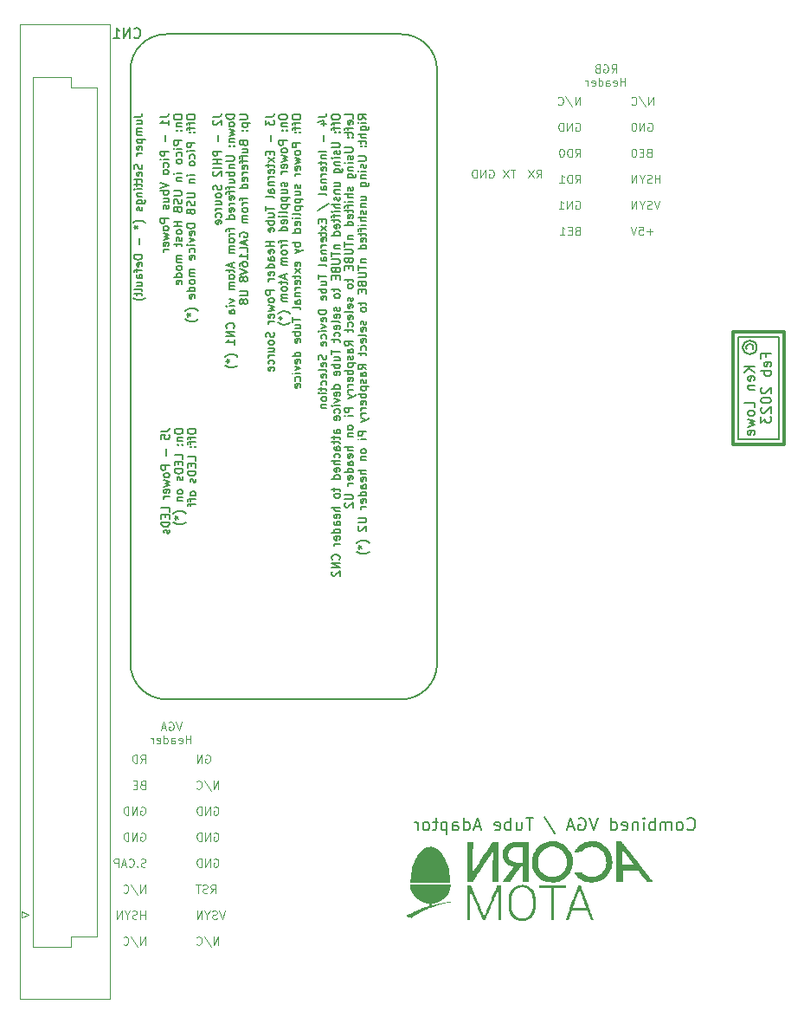
<source format=gbr>
%TF.GenerationSoftware,KiCad,Pcbnew,(6.0.9)*%
%TF.CreationDate,2023-02-25T15:14:18+00:00*%
%TF.ProjectId,Atom_VGA_Tube_Combo,41746f6d-5f56-4474-915f-547562655f43,rev?*%
%TF.SameCoordinates,Original*%
%TF.FileFunction,Legend,Bot*%
%TF.FilePolarity,Positive*%
%FSLAX46Y46*%
G04 Gerber Fmt 4.6, Leading zero omitted, Abs format (unit mm)*
G04 Created by KiCad (PCBNEW (6.0.9)) date 2023-02-25 15:14:18*
%MOMM*%
%LPD*%
G01*
G04 APERTURE LIST*
%ADD10C,0.150000*%
%ADD11C,0.300000*%
%ADD12C,0.100000*%
%ADD13C,0.200000*%
%ADD14C,0.120000*%
G04 APERTURE END LIST*
D10*
X135875499Y-60218000D02*
X131875499Y-60218000D01*
X131875499Y-60218000D02*
X131875499Y-50218000D01*
X131875499Y-50218000D02*
X135875499Y-50218000D01*
X135875499Y-50218000D02*
X135875499Y-60218000D01*
D11*
X136375499Y-60718000D02*
X131375499Y-60718000D01*
X131375499Y-60718000D02*
X131375499Y-49718000D01*
X131375499Y-49718000D02*
X136375499Y-49718000D01*
X136375499Y-49718000D02*
X136375499Y-60718000D01*
D12*
X77446023Y-87876504D02*
X77179357Y-88676504D01*
X76912690Y-87876504D01*
X76226976Y-87914600D02*
X76303166Y-87876504D01*
X76417452Y-87876504D01*
X76531738Y-87914600D01*
X76607928Y-87990790D01*
X76646023Y-88066980D01*
X76684119Y-88219361D01*
X76684119Y-88333647D01*
X76646023Y-88486028D01*
X76607928Y-88562219D01*
X76531738Y-88638409D01*
X76417452Y-88676504D01*
X76341261Y-88676504D01*
X76226976Y-88638409D01*
X76188880Y-88600314D01*
X76188880Y-88333647D01*
X76341261Y-88333647D01*
X75884119Y-88447933D02*
X75503166Y-88447933D01*
X75960309Y-88676504D02*
X75693642Y-87876504D01*
X75426976Y-88676504D01*
X78322214Y-89964504D02*
X78322214Y-89164504D01*
X78322214Y-89545457D02*
X77865071Y-89545457D01*
X77865071Y-89964504D02*
X77865071Y-89164504D01*
X77179357Y-89926409D02*
X77255547Y-89964504D01*
X77407928Y-89964504D01*
X77484119Y-89926409D01*
X77522214Y-89850219D01*
X77522214Y-89545457D01*
X77484119Y-89469266D01*
X77407928Y-89431171D01*
X77255547Y-89431171D01*
X77179357Y-89469266D01*
X77141261Y-89545457D01*
X77141261Y-89621647D01*
X77522214Y-89697838D01*
X76455547Y-89964504D02*
X76455547Y-89545457D01*
X76493642Y-89469266D01*
X76569833Y-89431171D01*
X76722214Y-89431171D01*
X76798404Y-89469266D01*
X76455547Y-89926409D02*
X76531738Y-89964504D01*
X76722214Y-89964504D01*
X76798404Y-89926409D01*
X76836500Y-89850219D01*
X76836500Y-89774028D01*
X76798404Y-89697838D01*
X76722214Y-89659742D01*
X76531738Y-89659742D01*
X76455547Y-89621647D01*
X75731738Y-89964504D02*
X75731738Y-89164504D01*
X75731738Y-89926409D02*
X75807928Y-89964504D01*
X75960309Y-89964504D01*
X76036500Y-89926409D01*
X76074595Y-89888314D01*
X76112690Y-89812123D01*
X76112690Y-89583552D01*
X76074595Y-89507361D01*
X76036500Y-89469266D01*
X75960309Y-89431171D01*
X75807928Y-89431171D01*
X75731738Y-89469266D01*
X75046023Y-89926409D02*
X75122214Y-89964504D01*
X75274595Y-89964504D01*
X75350785Y-89926409D01*
X75388880Y-89850219D01*
X75388880Y-89545457D01*
X75350785Y-89469266D01*
X75274595Y-89431171D01*
X75122214Y-89431171D01*
X75046023Y-89469266D01*
X75007928Y-89545457D01*
X75007928Y-89621647D01*
X75388880Y-89697838D01*
X74665071Y-89964504D02*
X74665071Y-89431171D01*
X74665071Y-89583552D02*
X74626976Y-89507361D01*
X74588880Y-89469266D01*
X74512690Y-89431171D01*
X74436500Y-89431171D01*
X81682738Y-106300504D02*
X81416071Y-107100504D01*
X81149404Y-106300504D01*
X80920833Y-107062409D02*
X80806547Y-107100504D01*
X80616071Y-107100504D01*
X80539880Y-107062409D01*
X80501785Y-107024314D01*
X80463690Y-106948123D01*
X80463690Y-106871933D01*
X80501785Y-106795742D01*
X80539880Y-106757647D01*
X80616071Y-106719552D01*
X80768452Y-106681457D01*
X80844642Y-106643361D01*
X80882738Y-106605266D01*
X80920833Y-106529076D01*
X80920833Y-106452885D01*
X80882738Y-106376695D01*
X80844642Y-106338600D01*
X80768452Y-106300504D01*
X80577976Y-106300504D01*
X80463690Y-106338600D01*
X79968452Y-106719552D02*
X79968452Y-107100504D01*
X80235119Y-106300504D02*
X79968452Y-106719552D01*
X79701785Y-106300504D01*
X79435119Y-107100504D02*
X79435119Y-106300504D01*
X78977976Y-107100504D01*
X78977976Y-106300504D01*
X80616071Y-98718600D02*
X80692261Y-98680504D01*
X80806547Y-98680504D01*
X80920833Y-98718600D01*
X80997023Y-98794790D01*
X81035119Y-98870980D01*
X81073214Y-99023361D01*
X81073214Y-99137647D01*
X81035119Y-99290028D01*
X80997023Y-99366219D01*
X80920833Y-99442409D01*
X80806547Y-99480504D01*
X80730357Y-99480504D01*
X80616071Y-99442409D01*
X80577976Y-99404314D01*
X80577976Y-99137647D01*
X80730357Y-99137647D01*
X80235119Y-99480504D02*
X80235119Y-98680504D01*
X79777976Y-99480504D01*
X79777976Y-98680504D01*
X79397023Y-99480504D02*
X79397023Y-98680504D01*
X79206547Y-98680504D01*
X79092261Y-98718600D01*
X79016071Y-98794790D01*
X78977976Y-98870980D01*
X78939880Y-99023361D01*
X78939880Y-99137647D01*
X78977976Y-99290028D01*
X79016071Y-99366219D01*
X79092261Y-99442409D01*
X79206547Y-99480504D01*
X79397023Y-99480504D01*
D10*
X126960642Y-98326571D02*
X127017785Y-98383714D01*
X127189214Y-98440857D01*
X127303500Y-98440857D01*
X127474928Y-98383714D01*
X127589214Y-98269428D01*
X127646357Y-98155142D01*
X127703500Y-97926571D01*
X127703500Y-97755142D01*
X127646357Y-97526571D01*
X127589214Y-97412285D01*
X127474928Y-97298000D01*
X127303500Y-97240857D01*
X127189214Y-97240857D01*
X127017785Y-97298000D01*
X126960642Y-97355142D01*
X126274928Y-98440857D02*
X126389214Y-98383714D01*
X126446357Y-98326571D01*
X126503500Y-98212285D01*
X126503500Y-97869428D01*
X126446357Y-97755142D01*
X126389214Y-97698000D01*
X126274928Y-97640857D01*
X126103500Y-97640857D01*
X125989214Y-97698000D01*
X125932071Y-97755142D01*
X125874928Y-97869428D01*
X125874928Y-98212285D01*
X125932071Y-98326571D01*
X125989214Y-98383714D01*
X126103500Y-98440857D01*
X126274928Y-98440857D01*
X125360642Y-98440857D02*
X125360642Y-97640857D01*
X125360642Y-97755142D02*
X125303500Y-97698000D01*
X125189214Y-97640857D01*
X125017785Y-97640857D01*
X124903500Y-97698000D01*
X124846357Y-97812285D01*
X124846357Y-98440857D01*
X124846357Y-97812285D02*
X124789214Y-97698000D01*
X124674928Y-97640857D01*
X124503500Y-97640857D01*
X124389214Y-97698000D01*
X124332071Y-97812285D01*
X124332071Y-98440857D01*
X123760642Y-98440857D02*
X123760642Y-97240857D01*
X123760642Y-97698000D02*
X123646357Y-97640857D01*
X123417785Y-97640857D01*
X123303500Y-97698000D01*
X123246357Y-97755142D01*
X123189214Y-97869428D01*
X123189214Y-98212285D01*
X123246357Y-98326571D01*
X123303500Y-98383714D01*
X123417785Y-98440857D01*
X123646357Y-98440857D01*
X123760642Y-98383714D01*
X122674928Y-98440857D02*
X122674928Y-97640857D01*
X122674928Y-97240857D02*
X122732071Y-97298000D01*
X122674928Y-97355142D01*
X122617785Y-97298000D01*
X122674928Y-97240857D01*
X122674928Y-97355142D01*
X122103500Y-97640857D02*
X122103500Y-98440857D01*
X122103500Y-97755142D02*
X122046357Y-97698000D01*
X121932071Y-97640857D01*
X121760642Y-97640857D01*
X121646357Y-97698000D01*
X121589214Y-97812285D01*
X121589214Y-98440857D01*
X120560642Y-98383714D02*
X120674928Y-98440857D01*
X120903500Y-98440857D01*
X121017785Y-98383714D01*
X121074928Y-98269428D01*
X121074928Y-97812285D01*
X121017785Y-97698000D01*
X120903500Y-97640857D01*
X120674928Y-97640857D01*
X120560642Y-97698000D01*
X120503500Y-97812285D01*
X120503500Y-97926571D01*
X121074928Y-98040857D01*
X119474928Y-98440857D02*
X119474928Y-97240857D01*
X119474928Y-98383714D02*
X119589214Y-98440857D01*
X119817785Y-98440857D01*
X119932071Y-98383714D01*
X119989214Y-98326571D01*
X120046357Y-98212285D01*
X120046357Y-97869428D01*
X119989214Y-97755142D01*
X119932071Y-97698000D01*
X119817785Y-97640857D01*
X119589214Y-97640857D01*
X119474928Y-97698000D01*
X118160642Y-97240857D02*
X117760642Y-98440857D01*
X117360642Y-97240857D01*
X116332071Y-97298000D02*
X116446357Y-97240857D01*
X116617785Y-97240857D01*
X116789214Y-97298000D01*
X116903500Y-97412285D01*
X116960642Y-97526571D01*
X117017785Y-97755142D01*
X117017785Y-97926571D01*
X116960642Y-98155142D01*
X116903500Y-98269428D01*
X116789214Y-98383714D01*
X116617785Y-98440857D01*
X116503500Y-98440857D01*
X116332071Y-98383714D01*
X116274928Y-98326571D01*
X116274928Y-97926571D01*
X116503500Y-97926571D01*
X115817785Y-98098000D02*
X115246357Y-98098000D01*
X115932071Y-98440857D02*
X115532071Y-97240857D01*
X115132071Y-98440857D01*
X112960642Y-97183714D02*
X113989214Y-98726571D01*
X111817785Y-97240857D02*
X111132071Y-97240857D01*
X111474928Y-98440857D02*
X111474928Y-97240857D01*
X110217785Y-97640857D02*
X110217785Y-98440857D01*
X110732071Y-97640857D02*
X110732071Y-98269428D01*
X110674928Y-98383714D01*
X110560642Y-98440857D01*
X110389214Y-98440857D01*
X110274928Y-98383714D01*
X110217785Y-98326571D01*
X109646357Y-98440857D02*
X109646357Y-97240857D01*
X109646357Y-97698000D02*
X109532071Y-97640857D01*
X109303500Y-97640857D01*
X109189214Y-97698000D01*
X109132071Y-97755142D01*
X109074928Y-97869428D01*
X109074928Y-98212285D01*
X109132071Y-98326571D01*
X109189214Y-98383714D01*
X109303500Y-98440857D01*
X109532071Y-98440857D01*
X109646357Y-98383714D01*
X108103500Y-98383714D02*
X108217785Y-98440857D01*
X108446357Y-98440857D01*
X108560642Y-98383714D01*
X108617785Y-98269428D01*
X108617785Y-97812285D01*
X108560642Y-97698000D01*
X108446357Y-97640857D01*
X108217785Y-97640857D01*
X108103500Y-97698000D01*
X108046357Y-97812285D01*
X108046357Y-97926571D01*
X108617785Y-98040857D01*
X106674928Y-98098000D02*
X106103500Y-98098000D01*
X106789214Y-98440857D02*
X106389214Y-97240857D01*
X105989214Y-98440857D01*
X105074928Y-98440857D02*
X105074928Y-97240857D01*
X105074928Y-98383714D02*
X105189214Y-98440857D01*
X105417785Y-98440857D01*
X105532071Y-98383714D01*
X105589214Y-98326571D01*
X105646357Y-98212285D01*
X105646357Y-97869428D01*
X105589214Y-97755142D01*
X105532071Y-97698000D01*
X105417785Y-97640857D01*
X105189214Y-97640857D01*
X105074928Y-97698000D01*
X103989214Y-98440857D02*
X103989214Y-97812285D01*
X104046357Y-97698000D01*
X104160642Y-97640857D01*
X104389214Y-97640857D01*
X104503500Y-97698000D01*
X103989214Y-98383714D02*
X104103500Y-98440857D01*
X104389214Y-98440857D01*
X104503500Y-98383714D01*
X104560642Y-98269428D01*
X104560642Y-98155142D01*
X104503500Y-98040857D01*
X104389214Y-97983714D01*
X104103500Y-97983714D01*
X103989214Y-97926571D01*
X103417785Y-97640857D02*
X103417785Y-98840857D01*
X103417785Y-97698000D02*
X103303500Y-97640857D01*
X103074928Y-97640857D01*
X102960642Y-97698000D01*
X102903500Y-97755142D01*
X102846357Y-97869428D01*
X102846357Y-98212285D01*
X102903500Y-98326571D01*
X102960642Y-98383714D01*
X103074928Y-98440857D01*
X103303500Y-98440857D01*
X103417785Y-98383714D01*
X102503500Y-97640857D02*
X102046357Y-97640857D01*
X102332071Y-97240857D02*
X102332071Y-98269428D01*
X102274928Y-98383714D01*
X102160642Y-98440857D01*
X102046357Y-98440857D01*
X101474928Y-98440857D02*
X101589214Y-98383714D01*
X101646357Y-98326571D01*
X101703500Y-98212285D01*
X101703500Y-97869428D01*
X101646357Y-97755142D01*
X101589214Y-97698000D01*
X101474928Y-97640857D01*
X101303500Y-97640857D01*
X101189214Y-97698000D01*
X101132071Y-97755142D01*
X101074928Y-97869428D01*
X101074928Y-98212285D01*
X101132071Y-98326571D01*
X101189214Y-98383714D01*
X101303500Y-98440857D01*
X101474928Y-98440857D01*
X100560642Y-98440857D02*
X100560642Y-97640857D01*
X100560642Y-97869428D02*
X100503500Y-97755142D01*
X100446357Y-97698000D01*
X100332071Y-97640857D01*
X100217785Y-97640857D01*
D12*
X73895023Y-107100504D02*
X73895023Y-106300504D01*
X73895023Y-106681457D02*
X73437880Y-106681457D01*
X73437880Y-107100504D02*
X73437880Y-106300504D01*
X73095023Y-107062409D02*
X72980738Y-107100504D01*
X72790261Y-107100504D01*
X72714071Y-107062409D01*
X72675976Y-107024314D01*
X72637880Y-106948123D01*
X72637880Y-106871933D01*
X72675976Y-106795742D01*
X72714071Y-106757647D01*
X72790261Y-106719552D01*
X72942642Y-106681457D01*
X73018833Y-106643361D01*
X73056928Y-106605266D01*
X73095023Y-106529076D01*
X73095023Y-106452885D01*
X73056928Y-106376695D01*
X73018833Y-106338600D01*
X72942642Y-106300504D01*
X72752166Y-106300504D01*
X72637880Y-106338600D01*
X72142642Y-106719552D02*
X72142642Y-107100504D01*
X72409309Y-106300504D02*
X72142642Y-106719552D01*
X71875976Y-106300504D01*
X71609309Y-107100504D02*
X71609309Y-106300504D01*
X71152166Y-107100504D01*
X71152166Y-106300504D01*
X73628357Y-93981457D02*
X73514071Y-94019552D01*
X73475976Y-94057647D01*
X73437880Y-94133838D01*
X73437880Y-94248123D01*
X73475976Y-94324314D01*
X73514071Y-94362409D01*
X73590261Y-94400504D01*
X73895023Y-94400504D01*
X73895023Y-93600504D01*
X73628357Y-93600504D01*
X73552166Y-93638600D01*
X73514071Y-93676695D01*
X73475976Y-93752885D01*
X73475976Y-93829076D01*
X73514071Y-93905266D01*
X73552166Y-93943361D01*
X73628357Y-93981457D01*
X73895023Y-93981457D01*
X73095023Y-93981457D02*
X72828357Y-93981457D01*
X72714071Y-94400504D02*
X73095023Y-94400504D01*
X73095023Y-93600504D01*
X72714071Y-93600504D01*
X124208238Y-36919904D02*
X123941571Y-37719904D01*
X123674904Y-36919904D01*
X123446333Y-37681809D02*
X123332047Y-37719904D01*
X123141571Y-37719904D01*
X123065380Y-37681809D01*
X123027285Y-37643714D01*
X122989190Y-37567523D01*
X122989190Y-37491333D01*
X123027285Y-37415142D01*
X123065380Y-37377047D01*
X123141571Y-37338952D01*
X123293952Y-37300857D01*
X123370142Y-37262761D01*
X123408238Y-37224666D01*
X123446333Y-37148476D01*
X123446333Y-37072285D01*
X123408238Y-36996095D01*
X123370142Y-36958000D01*
X123293952Y-36919904D01*
X123103476Y-36919904D01*
X122989190Y-36958000D01*
X122493952Y-37338952D02*
X122493952Y-37719904D01*
X122760619Y-36919904D02*
X122493952Y-37338952D01*
X122227285Y-36919904D01*
X121960619Y-37719904D02*
X121960619Y-36919904D01*
X121503476Y-37719904D01*
X121503476Y-36919904D01*
X110101022Y-33871904D02*
X109643879Y-33871904D01*
X109872451Y-34671904D02*
X109872451Y-33871904D01*
X109453403Y-33871904D02*
X108920070Y-34671904D01*
X108920070Y-33871904D02*
X109453403Y-34671904D01*
X80616071Y-96178600D02*
X80692261Y-96140504D01*
X80806547Y-96140504D01*
X80920833Y-96178600D01*
X80997023Y-96254790D01*
X81035119Y-96330980D01*
X81073214Y-96483361D01*
X81073214Y-96597647D01*
X81035119Y-96750028D01*
X80997023Y-96826219D01*
X80920833Y-96902409D01*
X80806547Y-96940504D01*
X80730357Y-96940504D01*
X80616071Y-96902409D01*
X80577976Y-96864314D01*
X80577976Y-96597647D01*
X80730357Y-96597647D01*
X80235119Y-96940504D02*
X80235119Y-96140504D01*
X79777976Y-96940504D01*
X79777976Y-96140504D01*
X79397023Y-96940504D02*
X79397023Y-96140504D01*
X79206547Y-96140504D01*
X79092261Y-96178600D01*
X79016071Y-96254790D01*
X78977976Y-96330980D01*
X78939880Y-96483361D01*
X78939880Y-96597647D01*
X78977976Y-96750028D01*
X79016071Y-96826219D01*
X79092261Y-96902409D01*
X79206547Y-96940504D01*
X79397023Y-96940504D01*
X116001476Y-29338000D02*
X116077666Y-29299904D01*
X116191952Y-29299904D01*
X116306238Y-29338000D01*
X116382428Y-29414190D01*
X116420523Y-29490380D01*
X116458619Y-29642761D01*
X116458619Y-29757047D01*
X116420523Y-29909428D01*
X116382428Y-29985619D01*
X116306238Y-30061809D01*
X116191952Y-30099904D01*
X116115761Y-30099904D01*
X116001476Y-30061809D01*
X115963380Y-30023714D01*
X115963380Y-29757047D01*
X116115761Y-29757047D01*
X115620523Y-30099904D02*
X115620523Y-29299904D01*
X115163380Y-30099904D01*
X115163380Y-29299904D01*
X114782428Y-30099904D02*
X114782428Y-29299904D01*
X114591952Y-29299904D01*
X114477666Y-29338000D01*
X114401476Y-29414190D01*
X114363380Y-29490380D01*
X114325285Y-29642761D01*
X114325285Y-29757047D01*
X114363380Y-29909428D01*
X114401476Y-29985619D01*
X114477666Y-30061809D01*
X114591952Y-30099904D01*
X114782428Y-30099904D01*
X73895023Y-104560504D02*
X73895023Y-103760504D01*
X73437880Y-104560504D01*
X73437880Y-103760504D01*
X72485500Y-103722409D02*
X73171214Y-104750980D01*
X71761690Y-104484314D02*
X71799785Y-104522409D01*
X71914071Y-104560504D01*
X71990261Y-104560504D01*
X72104547Y-104522409D01*
X72180738Y-104446219D01*
X72218833Y-104370028D01*
X72256928Y-104217647D01*
X72256928Y-104103361D01*
X72218833Y-103950980D01*
X72180738Y-103874790D01*
X72104547Y-103798600D01*
X71990261Y-103760504D01*
X71914071Y-103760504D01*
X71799785Y-103798600D01*
X71761690Y-103836695D01*
X123141571Y-32220857D02*
X123027285Y-32258952D01*
X122989190Y-32297047D01*
X122951095Y-32373238D01*
X122951095Y-32487523D01*
X122989190Y-32563714D01*
X123027285Y-32601809D01*
X123103476Y-32639904D01*
X123408238Y-32639904D01*
X123408238Y-31839904D01*
X123141571Y-31839904D01*
X123065380Y-31878000D01*
X123027285Y-31916095D01*
X122989190Y-31992285D01*
X122989190Y-32068476D01*
X123027285Y-32144666D01*
X123065380Y-32182761D01*
X123141571Y-32220857D01*
X123408238Y-32220857D01*
X122608238Y-32220857D02*
X122341571Y-32220857D01*
X122227285Y-32639904D02*
X122608238Y-32639904D01*
X122608238Y-31839904D01*
X122227285Y-31839904D01*
X121732047Y-31839904D02*
X121655857Y-31839904D01*
X121579666Y-31878000D01*
X121541571Y-31916095D01*
X121503476Y-31992285D01*
X121465380Y-32144666D01*
X121465380Y-32335142D01*
X121503476Y-32487523D01*
X121541571Y-32563714D01*
X121579666Y-32601809D01*
X121655857Y-32639904D01*
X121732047Y-32639904D01*
X121808238Y-32601809D01*
X121846333Y-32563714D01*
X121884428Y-32487523D01*
X121922523Y-32335142D01*
X121922523Y-32144666D01*
X121884428Y-31992285D01*
X121846333Y-31916095D01*
X121808238Y-31878000D01*
X121732047Y-31839904D01*
X123103476Y-29338000D02*
X123179666Y-29299904D01*
X123293952Y-29299904D01*
X123408238Y-29338000D01*
X123484428Y-29414190D01*
X123522523Y-29490380D01*
X123560619Y-29642761D01*
X123560619Y-29757047D01*
X123522523Y-29909428D01*
X123484428Y-29985619D01*
X123408238Y-30061809D01*
X123293952Y-30099904D01*
X123217761Y-30099904D01*
X123103476Y-30061809D01*
X123065380Y-30023714D01*
X123065380Y-29757047D01*
X123217761Y-29757047D01*
X122722523Y-30099904D02*
X122722523Y-29299904D01*
X122265380Y-30099904D01*
X122265380Y-29299904D01*
X121732047Y-29299904D02*
X121655857Y-29299904D01*
X121579666Y-29338000D01*
X121541571Y-29376095D01*
X121503476Y-29452285D01*
X121465380Y-29604666D01*
X121465380Y-29795142D01*
X121503476Y-29947523D01*
X121541571Y-30023714D01*
X121579666Y-30061809D01*
X121655857Y-30099904D01*
X121732047Y-30099904D01*
X121808238Y-30061809D01*
X121846333Y-30023714D01*
X121884428Y-29947523D01*
X121922523Y-29795142D01*
X121922523Y-29604666D01*
X121884428Y-29452285D01*
X121846333Y-29376095D01*
X121808238Y-29338000D01*
X121732047Y-29299904D01*
D10*
X72814904Y-28730547D02*
X73386333Y-28730547D01*
X73500619Y-28692452D01*
X73576809Y-28616261D01*
X73614904Y-28501976D01*
X73614904Y-28425785D01*
X73081571Y-29454357D02*
X73614904Y-29454357D01*
X73081571Y-29111500D02*
X73500619Y-29111500D01*
X73576809Y-29149595D01*
X73614904Y-29225785D01*
X73614904Y-29340071D01*
X73576809Y-29416261D01*
X73538714Y-29454357D01*
X73614904Y-29835309D02*
X73081571Y-29835309D01*
X73157761Y-29835309D02*
X73119666Y-29873404D01*
X73081571Y-29949595D01*
X73081571Y-30063880D01*
X73119666Y-30140071D01*
X73195857Y-30178166D01*
X73614904Y-30178166D01*
X73195857Y-30178166D02*
X73119666Y-30216261D01*
X73081571Y-30292452D01*
X73081571Y-30406738D01*
X73119666Y-30482928D01*
X73195857Y-30521023D01*
X73614904Y-30521023D01*
X73081571Y-30901976D02*
X73881571Y-30901976D01*
X73119666Y-30901976D02*
X73081571Y-30978166D01*
X73081571Y-31130547D01*
X73119666Y-31206738D01*
X73157761Y-31244833D01*
X73233952Y-31282928D01*
X73462523Y-31282928D01*
X73538714Y-31244833D01*
X73576809Y-31206738D01*
X73614904Y-31130547D01*
X73614904Y-30978166D01*
X73576809Y-30901976D01*
X73576809Y-31930547D02*
X73614904Y-31854357D01*
X73614904Y-31701976D01*
X73576809Y-31625785D01*
X73500619Y-31587690D01*
X73195857Y-31587690D01*
X73119666Y-31625785D01*
X73081571Y-31701976D01*
X73081571Y-31854357D01*
X73119666Y-31930547D01*
X73195857Y-31968642D01*
X73272047Y-31968642D01*
X73348238Y-31587690D01*
X73614904Y-32311500D02*
X73081571Y-32311500D01*
X73233952Y-32311500D02*
X73157761Y-32349595D01*
X73119666Y-32387690D01*
X73081571Y-32463880D01*
X73081571Y-32540071D01*
X73576809Y-33378166D02*
X73614904Y-33492452D01*
X73614904Y-33682928D01*
X73576809Y-33759119D01*
X73538714Y-33797214D01*
X73462523Y-33835309D01*
X73386333Y-33835309D01*
X73310142Y-33797214D01*
X73272047Y-33759119D01*
X73233952Y-33682928D01*
X73195857Y-33530547D01*
X73157761Y-33454357D01*
X73119666Y-33416261D01*
X73043476Y-33378166D01*
X72967285Y-33378166D01*
X72891095Y-33416261D01*
X72853000Y-33454357D01*
X72814904Y-33530547D01*
X72814904Y-33721023D01*
X72853000Y-33835309D01*
X73576809Y-34482928D02*
X73614904Y-34406738D01*
X73614904Y-34254357D01*
X73576809Y-34178166D01*
X73500619Y-34140071D01*
X73195857Y-34140071D01*
X73119666Y-34178166D01*
X73081571Y-34254357D01*
X73081571Y-34406738D01*
X73119666Y-34482928D01*
X73195857Y-34521023D01*
X73272047Y-34521023D01*
X73348238Y-34140071D01*
X73081571Y-34749595D02*
X73081571Y-35054357D01*
X72814904Y-34863880D02*
X73500619Y-34863880D01*
X73576809Y-34901976D01*
X73614904Y-34978166D01*
X73614904Y-35054357D01*
X73081571Y-35206738D02*
X73081571Y-35511500D01*
X72814904Y-35321023D02*
X73500619Y-35321023D01*
X73576809Y-35359119D01*
X73614904Y-35435309D01*
X73614904Y-35511500D01*
X73614904Y-35778166D02*
X73081571Y-35778166D01*
X72814904Y-35778166D02*
X72853000Y-35740071D01*
X72891095Y-35778166D01*
X72853000Y-35816261D01*
X72814904Y-35778166D01*
X72891095Y-35778166D01*
X73081571Y-36159119D02*
X73614904Y-36159119D01*
X73157761Y-36159119D02*
X73119666Y-36197214D01*
X73081571Y-36273404D01*
X73081571Y-36387690D01*
X73119666Y-36463880D01*
X73195857Y-36501976D01*
X73614904Y-36501976D01*
X73081571Y-37225785D02*
X73729190Y-37225785D01*
X73805380Y-37187690D01*
X73843476Y-37149595D01*
X73881571Y-37073404D01*
X73881571Y-36959119D01*
X73843476Y-36882928D01*
X73576809Y-37225785D02*
X73614904Y-37149595D01*
X73614904Y-36997214D01*
X73576809Y-36921023D01*
X73538714Y-36882928D01*
X73462523Y-36844833D01*
X73233952Y-36844833D01*
X73157761Y-36882928D01*
X73119666Y-36921023D01*
X73081571Y-36997214D01*
X73081571Y-37149595D01*
X73119666Y-37225785D01*
X73576809Y-37568642D02*
X73614904Y-37644833D01*
X73614904Y-37797214D01*
X73576809Y-37873404D01*
X73500619Y-37911500D01*
X73462523Y-37911500D01*
X73386333Y-37873404D01*
X73348238Y-37797214D01*
X73348238Y-37682928D01*
X73310142Y-37606738D01*
X73233952Y-37568642D01*
X73195857Y-37568642D01*
X73119666Y-37606738D01*
X73081571Y-37682928D01*
X73081571Y-37797214D01*
X73119666Y-37873404D01*
X73919666Y-39092452D02*
X73881571Y-39054357D01*
X73767285Y-38978166D01*
X73691095Y-38940071D01*
X73576809Y-38901976D01*
X73386333Y-38863880D01*
X73233952Y-38863880D01*
X73043476Y-38901976D01*
X72929190Y-38940071D01*
X72853000Y-38978166D01*
X72738714Y-39054357D01*
X72700619Y-39092452D01*
X72814904Y-39511499D02*
X73005380Y-39511499D01*
X72929190Y-39321023D02*
X73005380Y-39511499D01*
X72929190Y-39701976D01*
X73157761Y-39397214D02*
X73005380Y-39511499D01*
X73157761Y-39625785D01*
X73310142Y-40616261D02*
X73310142Y-41225785D01*
X73614904Y-42216261D02*
X72814904Y-42216261D01*
X72814904Y-42406738D01*
X72853000Y-42521023D01*
X72929190Y-42597214D01*
X73005380Y-42635309D01*
X73157761Y-42673404D01*
X73272047Y-42673404D01*
X73424428Y-42635309D01*
X73500619Y-42597214D01*
X73576809Y-42521023D01*
X73614904Y-42406738D01*
X73614904Y-42216261D01*
X73576809Y-43321023D02*
X73614904Y-43244833D01*
X73614904Y-43092452D01*
X73576809Y-43016261D01*
X73500619Y-42978166D01*
X73195857Y-42978166D01*
X73119666Y-43016261D01*
X73081571Y-43092452D01*
X73081571Y-43244833D01*
X73119666Y-43321023D01*
X73195857Y-43359119D01*
X73272047Y-43359119D01*
X73348238Y-42978166D01*
X73081571Y-43587690D02*
X73081571Y-43892452D01*
X73614904Y-43701976D02*
X72929190Y-43701976D01*
X72853000Y-43740071D01*
X72814904Y-43816261D01*
X72814904Y-43892452D01*
X73614904Y-44501976D02*
X73195857Y-44501976D01*
X73119666Y-44463880D01*
X73081571Y-44387690D01*
X73081571Y-44235309D01*
X73119666Y-44159119D01*
X73576809Y-44501976D02*
X73614904Y-44425785D01*
X73614904Y-44235309D01*
X73576809Y-44159119D01*
X73500619Y-44121023D01*
X73424428Y-44121023D01*
X73348238Y-44159119D01*
X73310142Y-44235309D01*
X73310142Y-44425785D01*
X73272047Y-44501976D01*
X73081571Y-45225785D02*
X73614904Y-45225785D01*
X73081571Y-44882928D02*
X73500619Y-44882928D01*
X73576809Y-44921023D01*
X73614904Y-44997214D01*
X73614904Y-45111499D01*
X73576809Y-45187690D01*
X73538714Y-45225785D01*
X73614904Y-45721023D02*
X73576809Y-45644833D01*
X73500619Y-45606738D01*
X72814904Y-45606738D01*
X73081571Y-45911499D02*
X73081571Y-46216261D01*
X72814904Y-46025785D02*
X73500619Y-46025785D01*
X73576809Y-46063880D01*
X73614904Y-46140071D01*
X73614904Y-46216261D01*
X73919666Y-46406738D02*
X73881571Y-46444833D01*
X73767285Y-46521023D01*
X73691095Y-46559119D01*
X73576809Y-46597214D01*
X73386333Y-46635309D01*
X73233952Y-46635309D01*
X73043476Y-46597214D01*
X72929190Y-46559119D01*
X72853000Y-46521023D01*
X72738714Y-46444833D01*
X72700619Y-46406738D01*
X75390904Y-28730547D02*
X75962333Y-28730547D01*
X76076619Y-28692452D01*
X76152809Y-28616261D01*
X76190904Y-28501976D01*
X76190904Y-28425785D01*
X76190904Y-29530547D02*
X76190904Y-29073404D01*
X76190904Y-29301976D02*
X75390904Y-29301976D01*
X75505190Y-29225785D01*
X75581380Y-29149595D01*
X75619476Y-29073404D01*
X75886142Y-30482928D02*
X75886142Y-31092452D01*
X76190904Y-32082928D02*
X75390904Y-32082928D01*
X75390904Y-32387690D01*
X75429000Y-32463880D01*
X75467095Y-32501976D01*
X75543285Y-32540071D01*
X75657571Y-32540071D01*
X75733761Y-32501976D01*
X75771857Y-32463880D01*
X75809952Y-32387690D01*
X75809952Y-32082928D01*
X76190904Y-32882928D02*
X75657571Y-32882928D01*
X75390904Y-32882928D02*
X75429000Y-32844833D01*
X75467095Y-32882928D01*
X75429000Y-32921023D01*
X75390904Y-32882928D01*
X75467095Y-32882928D01*
X76152809Y-33606738D02*
X76190904Y-33530547D01*
X76190904Y-33378166D01*
X76152809Y-33301976D01*
X76114714Y-33263880D01*
X76038523Y-33225785D01*
X75809952Y-33225785D01*
X75733761Y-33263880D01*
X75695666Y-33301976D01*
X75657571Y-33378166D01*
X75657571Y-33530547D01*
X75695666Y-33606738D01*
X76190904Y-34063880D02*
X76152809Y-33987690D01*
X76114714Y-33949595D01*
X76038523Y-33911500D01*
X75809952Y-33911500D01*
X75733761Y-33949595D01*
X75695666Y-33987690D01*
X75657571Y-34063880D01*
X75657571Y-34178166D01*
X75695666Y-34254357D01*
X75733761Y-34292452D01*
X75809952Y-34330547D01*
X76038523Y-34330547D01*
X76114714Y-34292452D01*
X76152809Y-34254357D01*
X76190904Y-34178166D01*
X76190904Y-34063880D01*
X75390904Y-35168642D02*
X76190904Y-35435309D01*
X75390904Y-35701976D01*
X76190904Y-35968642D02*
X75390904Y-35968642D01*
X75695666Y-35968642D02*
X75657571Y-36044833D01*
X75657571Y-36197214D01*
X75695666Y-36273404D01*
X75733761Y-36311500D01*
X75809952Y-36349595D01*
X76038523Y-36349595D01*
X76114714Y-36311500D01*
X76152809Y-36273404D01*
X76190904Y-36197214D01*
X76190904Y-36044833D01*
X76152809Y-35968642D01*
X75657571Y-37035309D02*
X76190904Y-37035309D01*
X75657571Y-36692452D02*
X76076619Y-36692452D01*
X76152809Y-36730547D01*
X76190904Y-36806738D01*
X76190904Y-36921023D01*
X76152809Y-36997214D01*
X76114714Y-37035309D01*
X76152809Y-37378166D02*
X76190904Y-37454357D01*
X76190904Y-37606738D01*
X76152809Y-37682928D01*
X76076619Y-37721023D01*
X76038523Y-37721023D01*
X75962333Y-37682928D01*
X75924238Y-37606738D01*
X75924238Y-37492452D01*
X75886142Y-37416261D01*
X75809952Y-37378166D01*
X75771857Y-37378166D01*
X75695666Y-37416261D01*
X75657571Y-37492452D01*
X75657571Y-37606738D01*
X75695666Y-37682928D01*
X76190904Y-38673404D02*
X75390904Y-38673404D01*
X75390904Y-38978166D01*
X75429000Y-39054357D01*
X75467095Y-39092452D01*
X75543285Y-39130547D01*
X75657571Y-39130547D01*
X75733761Y-39092452D01*
X75771857Y-39054357D01*
X75809952Y-38978166D01*
X75809952Y-38673404D01*
X76190904Y-39587690D02*
X76152809Y-39511500D01*
X76114714Y-39473404D01*
X76038523Y-39435309D01*
X75809952Y-39435309D01*
X75733761Y-39473404D01*
X75695666Y-39511500D01*
X75657571Y-39587690D01*
X75657571Y-39701976D01*
X75695666Y-39778166D01*
X75733761Y-39816261D01*
X75809952Y-39854357D01*
X76038523Y-39854357D01*
X76114714Y-39816261D01*
X76152809Y-39778166D01*
X76190904Y-39701976D01*
X76190904Y-39587690D01*
X75657571Y-40121023D02*
X76190904Y-40273404D01*
X75809952Y-40425785D01*
X76190904Y-40578166D01*
X75657571Y-40730547D01*
X76152809Y-41340071D02*
X76190904Y-41263880D01*
X76190904Y-41111500D01*
X76152809Y-41035309D01*
X76076619Y-40997214D01*
X75771857Y-40997214D01*
X75695666Y-41035309D01*
X75657571Y-41111500D01*
X75657571Y-41263880D01*
X75695666Y-41340071D01*
X75771857Y-41378166D01*
X75848047Y-41378166D01*
X75924238Y-40997214D01*
X76190904Y-41721023D02*
X75657571Y-41721023D01*
X75809952Y-41721023D02*
X75733761Y-41759119D01*
X75695666Y-41797214D01*
X75657571Y-41873404D01*
X75657571Y-41949595D01*
X76678904Y-28654357D02*
X76678904Y-28806738D01*
X76717000Y-28882928D01*
X76793190Y-28959119D01*
X76945571Y-28997214D01*
X77212238Y-28997214D01*
X77364619Y-28959119D01*
X77440809Y-28882928D01*
X77478904Y-28806738D01*
X77478904Y-28654357D01*
X77440809Y-28578166D01*
X77364619Y-28501976D01*
X77212238Y-28463880D01*
X76945571Y-28463880D01*
X76793190Y-28501976D01*
X76717000Y-28578166D01*
X76678904Y-28654357D01*
X76945571Y-29340071D02*
X77478904Y-29340071D01*
X77021761Y-29340071D02*
X76983666Y-29378166D01*
X76945571Y-29454357D01*
X76945571Y-29568642D01*
X76983666Y-29644833D01*
X77059857Y-29682928D01*
X77478904Y-29682928D01*
X77402714Y-30063880D02*
X77440809Y-30101976D01*
X77478904Y-30063880D01*
X77440809Y-30025785D01*
X77402714Y-30063880D01*
X77478904Y-30063880D01*
X76983666Y-30063880D02*
X77021761Y-30101976D01*
X77059857Y-30063880D01*
X77021761Y-30025785D01*
X76983666Y-30063880D01*
X77059857Y-30063880D01*
X77478904Y-31054357D02*
X76678904Y-31054357D01*
X76678904Y-31359119D01*
X76717000Y-31435309D01*
X76755095Y-31473404D01*
X76831285Y-31511500D01*
X76945571Y-31511500D01*
X77021761Y-31473404D01*
X77059857Y-31435309D01*
X77097952Y-31359119D01*
X77097952Y-31054357D01*
X77478904Y-31854357D02*
X76945571Y-31854357D01*
X76678904Y-31854357D02*
X76717000Y-31816261D01*
X76755095Y-31854357D01*
X76717000Y-31892452D01*
X76678904Y-31854357D01*
X76755095Y-31854357D01*
X77440809Y-32578166D02*
X77478904Y-32501976D01*
X77478904Y-32349595D01*
X77440809Y-32273404D01*
X77402714Y-32235309D01*
X77326523Y-32197214D01*
X77097952Y-32197214D01*
X77021761Y-32235309D01*
X76983666Y-32273404D01*
X76945571Y-32349595D01*
X76945571Y-32501976D01*
X76983666Y-32578166D01*
X77478904Y-33035309D02*
X77440809Y-32959119D01*
X77402714Y-32921023D01*
X77326523Y-32882928D01*
X77097952Y-32882928D01*
X77021761Y-32921023D01*
X76983666Y-32959119D01*
X76945571Y-33035309D01*
X76945571Y-33149595D01*
X76983666Y-33225785D01*
X77021761Y-33263880D01*
X77097952Y-33301976D01*
X77326523Y-33301976D01*
X77402714Y-33263880D01*
X77440809Y-33225785D01*
X77478904Y-33149595D01*
X77478904Y-33035309D01*
X77478904Y-34254357D02*
X76945571Y-34254357D01*
X76678904Y-34254357D02*
X76717000Y-34216261D01*
X76755095Y-34254357D01*
X76717000Y-34292452D01*
X76678904Y-34254357D01*
X76755095Y-34254357D01*
X76945571Y-34635309D02*
X77478904Y-34635309D01*
X77021761Y-34635309D02*
X76983666Y-34673404D01*
X76945571Y-34749595D01*
X76945571Y-34863880D01*
X76983666Y-34940071D01*
X77059857Y-34978166D01*
X77478904Y-34978166D01*
X76678904Y-35968642D02*
X77326523Y-35968642D01*
X77402714Y-36006738D01*
X77440809Y-36044833D01*
X77478904Y-36121023D01*
X77478904Y-36273404D01*
X77440809Y-36349595D01*
X77402714Y-36387690D01*
X77326523Y-36425785D01*
X76678904Y-36425785D01*
X77440809Y-36768642D02*
X77478904Y-36882928D01*
X77478904Y-37073404D01*
X77440809Y-37149595D01*
X77402714Y-37187690D01*
X77326523Y-37225785D01*
X77250333Y-37225785D01*
X77174142Y-37187690D01*
X77136047Y-37149595D01*
X77097952Y-37073404D01*
X77059857Y-36921023D01*
X77021761Y-36844833D01*
X76983666Y-36806738D01*
X76907476Y-36768642D01*
X76831285Y-36768642D01*
X76755095Y-36806738D01*
X76717000Y-36844833D01*
X76678904Y-36921023D01*
X76678904Y-37111500D01*
X76717000Y-37225785D01*
X77059857Y-37835309D02*
X77097952Y-37949595D01*
X77136047Y-37987690D01*
X77212238Y-38025785D01*
X77326523Y-38025785D01*
X77402714Y-37987690D01*
X77440809Y-37949595D01*
X77478904Y-37873404D01*
X77478904Y-37568642D01*
X76678904Y-37568642D01*
X76678904Y-37835309D01*
X76717000Y-37911500D01*
X76755095Y-37949595D01*
X76831285Y-37987690D01*
X76907476Y-37987690D01*
X76983666Y-37949595D01*
X77021761Y-37911500D01*
X77059857Y-37835309D01*
X77059857Y-37568642D01*
X77478904Y-38978166D02*
X76678904Y-38978166D01*
X77059857Y-38978166D02*
X77059857Y-39435309D01*
X77478904Y-39435309D02*
X76678904Y-39435309D01*
X77478904Y-39930547D02*
X77440809Y-39854357D01*
X77402714Y-39816261D01*
X77326523Y-39778166D01*
X77097952Y-39778166D01*
X77021761Y-39816261D01*
X76983666Y-39854357D01*
X76945571Y-39930547D01*
X76945571Y-40044833D01*
X76983666Y-40121023D01*
X77021761Y-40159119D01*
X77097952Y-40197214D01*
X77326523Y-40197214D01*
X77402714Y-40159119D01*
X77440809Y-40121023D01*
X77478904Y-40044833D01*
X77478904Y-39930547D01*
X77440809Y-40501976D02*
X77478904Y-40578166D01*
X77478904Y-40730547D01*
X77440809Y-40806738D01*
X77364619Y-40844833D01*
X77326523Y-40844833D01*
X77250333Y-40806738D01*
X77212238Y-40730547D01*
X77212238Y-40616261D01*
X77174142Y-40540071D01*
X77097952Y-40501976D01*
X77059857Y-40501976D01*
X76983666Y-40540071D01*
X76945571Y-40616261D01*
X76945571Y-40730547D01*
X76983666Y-40806738D01*
X76945571Y-41073404D02*
X76945571Y-41378166D01*
X76678904Y-41187690D02*
X77364619Y-41187690D01*
X77440809Y-41225785D01*
X77478904Y-41301976D01*
X77478904Y-41378166D01*
X77478904Y-42254357D02*
X76945571Y-42254357D01*
X77021761Y-42254357D02*
X76983666Y-42292452D01*
X76945571Y-42368642D01*
X76945571Y-42482928D01*
X76983666Y-42559119D01*
X77059857Y-42597214D01*
X77478904Y-42597214D01*
X77059857Y-42597214D02*
X76983666Y-42635309D01*
X76945571Y-42711500D01*
X76945571Y-42825785D01*
X76983666Y-42901976D01*
X77059857Y-42940071D01*
X77478904Y-42940071D01*
X77478904Y-43435309D02*
X77440809Y-43359119D01*
X77402714Y-43321023D01*
X77326523Y-43282928D01*
X77097952Y-43282928D01*
X77021761Y-43321023D01*
X76983666Y-43359119D01*
X76945571Y-43435309D01*
X76945571Y-43549595D01*
X76983666Y-43625785D01*
X77021761Y-43663880D01*
X77097952Y-43701976D01*
X77326523Y-43701976D01*
X77402714Y-43663880D01*
X77440809Y-43625785D01*
X77478904Y-43549595D01*
X77478904Y-43435309D01*
X77478904Y-44387690D02*
X76678904Y-44387690D01*
X77440809Y-44387690D02*
X77478904Y-44311500D01*
X77478904Y-44159119D01*
X77440809Y-44082928D01*
X77402714Y-44044833D01*
X77326523Y-44006738D01*
X77097952Y-44006738D01*
X77021761Y-44044833D01*
X76983666Y-44082928D01*
X76945571Y-44159119D01*
X76945571Y-44311500D01*
X76983666Y-44387690D01*
X77440809Y-45073404D02*
X77478904Y-44997214D01*
X77478904Y-44844833D01*
X77440809Y-44768642D01*
X77364619Y-44730547D01*
X77059857Y-44730547D01*
X76983666Y-44768642D01*
X76945571Y-44844833D01*
X76945571Y-44997214D01*
X76983666Y-45073404D01*
X77059857Y-45111500D01*
X77136047Y-45111500D01*
X77212238Y-44730547D01*
X77966904Y-28654357D02*
X77966904Y-28806738D01*
X78005000Y-28882928D01*
X78081190Y-28959119D01*
X78233571Y-28997214D01*
X78500238Y-28997214D01*
X78652619Y-28959119D01*
X78728809Y-28882928D01*
X78766904Y-28806738D01*
X78766904Y-28654357D01*
X78728809Y-28578166D01*
X78652619Y-28501976D01*
X78500238Y-28463880D01*
X78233571Y-28463880D01*
X78081190Y-28501976D01*
X78005000Y-28578166D01*
X77966904Y-28654357D01*
X78233571Y-29225785D02*
X78233571Y-29530547D01*
X78766904Y-29340071D02*
X78081190Y-29340071D01*
X78005000Y-29378166D01*
X77966904Y-29454357D01*
X77966904Y-29530547D01*
X78233571Y-29682928D02*
X78233571Y-29987690D01*
X78766904Y-29797214D02*
X78081190Y-29797214D01*
X78005000Y-29835309D01*
X77966904Y-29911500D01*
X77966904Y-29987690D01*
X78690714Y-30254357D02*
X78728809Y-30292452D01*
X78766904Y-30254357D01*
X78728809Y-30216261D01*
X78690714Y-30254357D01*
X78766904Y-30254357D01*
X78271666Y-30254357D02*
X78309761Y-30292452D01*
X78347857Y-30254357D01*
X78309761Y-30216261D01*
X78271666Y-30254357D01*
X78347857Y-30254357D01*
X78766904Y-31244833D02*
X77966904Y-31244833D01*
X77966904Y-31549595D01*
X78005000Y-31625785D01*
X78043095Y-31663880D01*
X78119285Y-31701976D01*
X78233571Y-31701976D01*
X78309761Y-31663880D01*
X78347857Y-31625785D01*
X78385952Y-31549595D01*
X78385952Y-31244833D01*
X78766904Y-32044833D02*
X78233571Y-32044833D01*
X77966904Y-32044833D02*
X78005000Y-32006738D01*
X78043095Y-32044833D01*
X78005000Y-32082928D01*
X77966904Y-32044833D01*
X78043095Y-32044833D01*
X78728809Y-32768642D02*
X78766904Y-32692452D01*
X78766904Y-32540071D01*
X78728809Y-32463880D01*
X78690714Y-32425785D01*
X78614523Y-32387690D01*
X78385952Y-32387690D01*
X78309761Y-32425785D01*
X78271666Y-32463880D01*
X78233571Y-32540071D01*
X78233571Y-32692452D01*
X78271666Y-32768642D01*
X78766904Y-33225785D02*
X78728809Y-33149595D01*
X78690714Y-33111500D01*
X78614523Y-33073404D01*
X78385952Y-33073404D01*
X78309761Y-33111500D01*
X78271666Y-33149595D01*
X78233571Y-33225785D01*
X78233571Y-33340071D01*
X78271666Y-33416261D01*
X78309761Y-33454357D01*
X78385952Y-33492452D01*
X78614523Y-33492452D01*
X78690714Y-33454357D01*
X78728809Y-33416261D01*
X78766904Y-33340071D01*
X78766904Y-33225785D01*
X78766904Y-34444833D02*
X78233571Y-34444833D01*
X77966904Y-34444833D02*
X78005000Y-34406738D01*
X78043095Y-34444833D01*
X78005000Y-34482928D01*
X77966904Y-34444833D01*
X78043095Y-34444833D01*
X78233571Y-34825785D02*
X78766904Y-34825785D01*
X78309761Y-34825785D02*
X78271666Y-34863880D01*
X78233571Y-34940071D01*
X78233571Y-35054357D01*
X78271666Y-35130547D01*
X78347857Y-35168642D01*
X78766904Y-35168642D01*
X77966904Y-36159119D02*
X78614523Y-36159119D01*
X78690714Y-36197214D01*
X78728809Y-36235309D01*
X78766904Y-36311500D01*
X78766904Y-36463880D01*
X78728809Y-36540071D01*
X78690714Y-36578166D01*
X78614523Y-36616261D01*
X77966904Y-36616261D01*
X78728809Y-36959119D02*
X78766904Y-37073404D01*
X78766904Y-37263880D01*
X78728809Y-37340071D01*
X78690714Y-37378166D01*
X78614523Y-37416261D01*
X78538333Y-37416261D01*
X78462142Y-37378166D01*
X78424047Y-37340071D01*
X78385952Y-37263880D01*
X78347857Y-37111500D01*
X78309761Y-37035309D01*
X78271666Y-36997214D01*
X78195476Y-36959119D01*
X78119285Y-36959119D01*
X78043095Y-36997214D01*
X78005000Y-37035309D01*
X77966904Y-37111500D01*
X77966904Y-37301976D01*
X78005000Y-37416261D01*
X78347857Y-38025785D02*
X78385952Y-38140071D01*
X78424047Y-38178166D01*
X78500238Y-38216261D01*
X78614523Y-38216261D01*
X78690714Y-38178166D01*
X78728809Y-38140071D01*
X78766904Y-38063880D01*
X78766904Y-37759119D01*
X77966904Y-37759119D01*
X77966904Y-38025785D01*
X78005000Y-38101976D01*
X78043095Y-38140071D01*
X78119285Y-38178166D01*
X78195476Y-38178166D01*
X78271666Y-38140071D01*
X78309761Y-38101976D01*
X78347857Y-38025785D01*
X78347857Y-37759119D01*
X78766904Y-39168642D02*
X77966904Y-39168642D01*
X77966904Y-39359119D01*
X78005000Y-39473404D01*
X78081190Y-39549595D01*
X78157380Y-39587690D01*
X78309761Y-39625785D01*
X78424047Y-39625785D01*
X78576428Y-39587690D01*
X78652619Y-39549595D01*
X78728809Y-39473404D01*
X78766904Y-39359119D01*
X78766904Y-39168642D01*
X78728809Y-40273404D02*
X78766904Y-40197214D01*
X78766904Y-40044833D01*
X78728809Y-39968642D01*
X78652619Y-39930547D01*
X78347857Y-39930547D01*
X78271666Y-39968642D01*
X78233571Y-40044833D01*
X78233571Y-40197214D01*
X78271666Y-40273404D01*
X78347857Y-40311500D01*
X78424047Y-40311500D01*
X78500238Y-39930547D01*
X78233571Y-40578166D02*
X78766904Y-40768642D01*
X78233571Y-40959119D01*
X78766904Y-41263880D02*
X78233571Y-41263880D01*
X77966904Y-41263880D02*
X78005000Y-41225785D01*
X78043095Y-41263880D01*
X78005000Y-41301976D01*
X77966904Y-41263880D01*
X78043095Y-41263880D01*
X78728809Y-41987690D02*
X78766904Y-41911500D01*
X78766904Y-41759119D01*
X78728809Y-41682928D01*
X78690714Y-41644833D01*
X78614523Y-41606738D01*
X78385952Y-41606738D01*
X78309761Y-41644833D01*
X78271666Y-41682928D01*
X78233571Y-41759119D01*
X78233571Y-41911500D01*
X78271666Y-41987690D01*
X78728809Y-42635309D02*
X78766904Y-42559119D01*
X78766904Y-42406738D01*
X78728809Y-42330547D01*
X78652619Y-42292452D01*
X78347857Y-42292452D01*
X78271666Y-42330547D01*
X78233571Y-42406738D01*
X78233571Y-42559119D01*
X78271666Y-42635309D01*
X78347857Y-42673404D01*
X78424047Y-42673404D01*
X78500238Y-42292452D01*
X78766904Y-43625785D02*
X78233571Y-43625785D01*
X78309761Y-43625785D02*
X78271666Y-43663880D01*
X78233571Y-43740071D01*
X78233571Y-43854357D01*
X78271666Y-43930547D01*
X78347857Y-43968642D01*
X78766904Y-43968642D01*
X78347857Y-43968642D02*
X78271666Y-44006738D01*
X78233571Y-44082928D01*
X78233571Y-44197214D01*
X78271666Y-44273404D01*
X78347857Y-44311500D01*
X78766904Y-44311500D01*
X78766904Y-44806738D02*
X78728809Y-44730547D01*
X78690714Y-44692452D01*
X78614523Y-44654357D01*
X78385952Y-44654357D01*
X78309761Y-44692452D01*
X78271666Y-44730547D01*
X78233571Y-44806738D01*
X78233571Y-44921023D01*
X78271666Y-44997214D01*
X78309761Y-45035309D01*
X78385952Y-45073404D01*
X78614523Y-45073404D01*
X78690714Y-45035309D01*
X78728809Y-44997214D01*
X78766904Y-44921023D01*
X78766904Y-44806738D01*
X78766904Y-45759119D02*
X77966904Y-45759119D01*
X78728809Y-45759119D02*
X78766904Y-45682928D01*
X78766904Y-45530547D01*
X78728809Y-45454357D01*
X78690714Y-45416261D01*
X78614523Y-45378166D01*
X78385952Y-45378166D01*
X78309761Y-45416261D01*
X78271666Y-45454357D01*
X78233571Y-45530547D01*
X78233571Y-45682928D01*
X78271666Y-45759119D01*
X78728809Y-46444833D02*
X78766904Y-46368642D01*
X78766904Y-46216261D01*
X78728809Y-46140071D01*
X78652619Y-46101976D01*
X78347857Y-46101976D01*
X78271666Y-46140071D01*
X78233571Y-46216261D01*
X78233571Y-46368642D01*
X78271666Y-46444833D01*
X78347857Y-46482928D01*
X78424047Y-46482928D01*
X78500238Y-46101976D01*
X79071666Y-47663880D02*
X79033571Y-47625785D01*
X78919285Y-47549595D01*
X78843095Y-47511500D01*
X78728809Y-47473404D01*
X78538333Y-47435309D01*
X78385952Y-47435309D01*
X78195476Y-47473404D01*
X78081190Y-47511500D01*
X78005000Y-47549595D01*
X77890714Y-47625785D01*
X77852619Y-47663880D01*
X77966904Y-48082928D02*
X78157380Y-48082928D01*
X78081190Y-47892452D02*
X78157380Y-48082928D01*
X78081190Y-48273404D01*
X78309761Y-47968642D02*
X78157380Y-48082928D01*
X78309761Y-48197214D01*
X79071666Y-48501976D02*
X79033571Y-48540071D01*
X78919285Y-48616261D01*
X78843095Y-48654357D01*
X78728809Y-48692452D01*
X78538333Y-48730547D01*
X78385952Y-48730547D01*
X78195476Y-48692452D01*
X78081190Y-48654357D01*
X78005000Y-48616261D01*
X77890714Y-48540071D01*
X77852619Y-48501976D01*
X80542904Y-28730547D02*
X81114333Y-28730547D01*
X81228619Y-28692452D01*
X81304809Y-28616261D01*
X81342904Y-28501976D01*
X81342904Y-28425785D01*
X80619095Y-29073404D02*
X80581000Y-29111500D01*
X80542904Y-29187690D01*
X80542904Y-29378166D01*
X80581000Y-29454357D01*
X80619095Y-29492452D01*
X80695285Y-29530547D01*
X80771476Y-29530547D01*
X80885761Y-29492452D01*
X81342904Y-29035309D01*
X81342904Y-29530547D01*
X81038142Y-30482928D02*
X81038142Y-31092452D01*
X81342904Y-32082928D02*
X80542904Y-32082928D01*
X80542904Y-32387690D01*
X80581000Y-32463880D01*
X80619095Y-32501976D01*
X80695285Y-32540071D01*
X80809571Y-32540071D01*
X80885761Y-32501976D01*
X80923857Y-32463880D01*
X80961952Y-32387690D01*
X80961952Y-32082928D01*
X81342904Y-32882928D02*
X80542904Y-32882928D01*
X80923857Y-32882928D02*
X80923857Y-33340071D01*
X81342904Y-33340071D02*
X80542904Y-33340071D01*
X81342904Y-33721023D02*
X80542904Y-33721023D01*
X80619095Y-34063880D02*
X80581000Y-34101976D01*
X80542904Y-34178166D01*
X80542904Y-34368642D01*
X80581000Y-34444833D01*
X80619095Y-34482928D01*
X80695285Y-34521023D01*
X80771476Y-34521023D01*
X80885761Y-34482928D01*
X81342904Y-34025785D01*
X81342904Y-34521023D01*
X81304809Y-35435309D02*
X81342904Y-35549595D01*
X81342904Y-35740071D01*
X81304809Y-35816261D01*
X81266714Y-35854357D01*
X81190523Y-35892452D01*
X81114333Y-35892452D01*
X81038142Y-35854357D01*
X81000047Y-35816261D01*
X80961952Y-35740071D01*
X80923857Y-35587690D01*
X80885761Y-35511500D01*
X80847666Y-35473404D01*
X80771476Y-35435309D01*
X80695285Y-35435309D01*
X80619095Y-35473404D01*
X80581000Y-35511500D01*
X80542904Y-35587690D01*
X80542904Y-35778166D01*
X80581000Y-35892452D01*
X81342904Y-36349595D02*
X81304809Y-36273404D01*
X81266714Y-36235309D01*
X81190523Y-36197214D01*
X80961952Y-36197214D01*
X80885761Y-36235309D01*
X80847666Y-36273404D01*
X80809571Y-36349595D01*
X80809571Y-36463880D01*
X80847666Y-36540071D01*
X80885761Y-36578166D01*
X80961952Y-36616261D01*
X81190523Y-36616261D01*
X81266714Y-36578166D01*
X81304809Y-36540071D01*
X81342904Y-36463880D01*
X81342904Y-36349595D01*
X80809571Y-37301976D02*
X81342904Y-37301976D01*
X80809571Y-36959119D02*
X81228619Y-36959119D01*
X81304809Y-36997214D01*
X81342904Y-37073404D01*
X81342904Y-37187690D01*
X81304809Y-37263880D01*
X81266714Y-37301976D01*
X81342904Y-37682928D02*
X80809571Y-37682928D01*
X80961952Y-37682928D02*
X80885761Y-37721023D01*
X80847666Y-37759119D01*
X80809571Y-37835309D01*
X80809571Y-37911500D01*
X81304809Y-38521023D02*
X81342904Y-38444833D01*
X81342904Y-38292452D01*
X81304809Y-38216261D01*
X81266714Y-38178166D01*
X81190523Y-38140071D01*
X80961952Y-38140071D01*
X80885761Y-38178166D01*
X80847666Y-38216261D01*
X80809571Y-38292452D01*
X80809571Y-38444833D01*
X80847666Y-38521023D01*
X81304809Y-39168642D02*
X81342904Y-39092452D01*
X81342904Y-38940071D01*
X81304809Y-38863880D01*
X81228619Y-38825785D01*
X80923857Y-38825785D01*
X80847666Y-38863880D01*
X80809571Y-38940071D01*
X80809571Y-39092452D01*
X80847666Y-39168642D01*
X80923857Y-39206738D01*
X81000047Y-39206738D01*
X81076238Y-38825785D01*
X82630904Y-28501976D02*
X81830904Y-28501976D01*
X81830904Y-28692452D01*
X81869000Y-28806738D01*
X81945190Y-28882928D01*
X82021380Y-28921023D01*
X82173761Y-28959119D01*
X82288047Y-28959119D01*
X82440428Y-28921023D01*
X82516619Y-28882928D01*
X82592809Y-28806738D01*
X82630904Y-28692452D01*
X82630904Y-28501976D01*
X82630904Y-29416261D02*
X82592809Y-29340071D01*
X82554714Y-29301976D01*
X82478523Y-29263880D01*
X82249952Y-29263880D01*
X82173761Y-29301976D01*
X82135666Y-29340071D01*
X82097571Y-29416261D01*
X82097571Y-29530547D01*
X82135666Y-29606738D01*
X82173761Y-29644833D01*
X82249952Y-29682928D01*
X82478523Y-29682928D01*
X82554714Y-29644833D01*
X82592809Y-29606738D01*
X82630904Y-29530547D01*
X82630904Y-29416261D01*
X82097571Y-29949595D02*
X82630904Y-30101976D01*
X82249952Y-30254357D01*
X82630904Y-30406738D01*
X82097571Y-30559119D01*
X82097571Y-30863880D02*
X82630904Y-30863880D01*
X82173761Y-30863880D02*
X82135666Y-30901976D01*
X82097571Y-30978166D01*
X82097571Y-31092452D01*
X82135666Y-31168642D01*
X82211857Y-31206738D01*
X82630904Y-31206738D01*
X82554714Y-31587690D02*
X82592809Y-31625785D01*
X82630904Y-31587690D01*
X82592809Y-31549595D01*
X82554714Y-31587690D01*
X82630904Y-31587690D01*
X82135666Y-31587690D02*
X82173761Y-31625785D01*
X82211857Y-31587690D01*
X82173761Y-31549595D01*
X82135666Y-31587690D01*
X82211857Y-31587690D01*
X81830904Y-32578166D02*
X82478523Y-32578166D01*
X82554714Y-32616261D01*
X82592809Y-32654357D01*
X82630904Y-32730547D01*
X82630904Y-32882928D01*
X82592809Y-32959119D01*
X82554714Y-32997214D01*
X82478523Y-33035309D01*
X81830904Y-33035309D01*
X82097571Y-33416261D02*
X82630904Y-33416261D01*
X82173761Y-33416261D02*
X82135666Y-33454357D01*
X82097571Y-33530547D01*
X82097571Y-33644833D01*
X82135666Y-33721023D01*
X82211857Y-33759119D01*
X82630904Y-33759119D01*
X82630904Y-34140071D02*
X81830904Y-34140071D01*
X82135666Y-34140071D02*
X82097571Y-34216261D01*
X82097571Y-34368642D01*
X82135666Y-34444833D01*
X82173761Y-34482928D01*
X82249952Y-34521023D01*
X82478523Y-34521023D01*
X82554714Y-34482928D01*
X82592809Y-34444833D01*
X82630904Y-34368642D01*
X82630904Y-34216261D01*
X82592809Y-34140071D01*
X82097571Y-35206738D02*
X82630904Y-35206738D01*
X82097571Y-34863880D02*
X82516619Y-34863880D01*
X82592809Y-34901976D01*
X82630904Y-34978166D01*
X82630904Y-35092452D01*
X82592809Y-35168642D01*
X82554714Y-35206738D01*
X82097571Y-35473404D02*
X82097571Y-35778166D01*
X82630904Y-35587690D02*
X81945190Y-35587690D01*
X81869000Y-35625785D01*
X81830904Y-35701976D01*
X81830904Y-35778166D01*
X82097571Y-35930547D02*
X82097571Y-36235309D01*
X82630904Y-36044833D02*
X81945190Y-36044833D01*
X81869000Y-36082928D01*
X81830904Y-36159119D01*
X81830904Y-36235309D01*
X82592809Y-36806738D02*
X82630904Y-36730547D01*
X82630904Y-36578166D01*
X82592809Y-36501976D01*
X82516619Y-36463880D01*
X82211857Y-36463880D01*
X82135666Y-36501976D01*
X82097571Y-36578166D01*
X82097571Y-36730547D01*
X82135666Y-36806738D01*
X82211857Y-36844833D01*
X82288047Y-36844833D01*
X82364238Y-36463880D01*
X82630904Y-37187690D02*
X82097571Y-37187690D01*
X82249952Y-37187690D02*
X82173761Y-37225785D01*
X82135666Y-37263880D01*
X82097571Y-37340071D01*
X82097571Y-37416261D01*
X82592809Y-37987690D02*
X82630904Y-37911500D01*
X82630904Y-37759119D01*
X82592809Y-37682928D01*
X82516619Y-37644833D01*
X82211857Y-37644833D01*
X82135666Y-37682928D01*
X82097571Y-37759119D01*
X82097571Y-37911500D01*
X82135666Y-37987690D01*
X82211857Y-38025785D01*
X82288047Y-38025785D01*
X82364238Y-37644833D01*
X82630904Y-38711500D02*
X81830904Y-38711500D01*
X82592809Y-38711500D02*
X82630904Y-38635309D01*
X82630904Y-38482928D01*
X82592809Y-38406738D01*
X82554714Y-38368642D01*
X82478523Y-38330547D01*
X82249952Y-38330547D01*
X82173761Y-38368642D01*
X82135666Y-38406738D01*
X82097571Y-38482928D01*
X82097571Y-38635309D01*
X82135666Y-38711500D01*
X82097571Y-39587690D02*
X82097571Y-39892452D01*
X82630904Y-39701976D02*
X81945190Y-39701976D01*
X81869000Y-39740071D01*
X81830904Y-39816261D01*
X81830904Y-39892452D01*
X82630904Y-40159119D02*
X82097571Y-40159119D01*
X82249952Y-40159119D02*
X82173761Y-40197214D01*
X82135666Y-40235309D01*
X82097571Y-40311500D01*
X82097571Y-40387690D01*
X82630904Y-40768642D02*
X82592809Y-40692452D01*
X82554714Y-40654357D01*
X82478523Y-40616261D01*
X82249952Y-40616261D01*
X82173761Y-40654357D01*
X82135666Y-40692452D01*
X82097571Y-40768642D01*
X82097571Y-40882928D01*
X82135666Y-40959119D01*
X82173761Y-40997214D01*
X82249952Y-41035309D01*
X82478523Y-41035309D01*
X82554714Y-40997214D01*
X82592809Y-40959119D01*
X82630904Y-40882928D01*
X82630904Y-40768642D01*
X82630904Y-41378166D02*
X82097571Y-41378166D01*
X82173761Y-41378166D02*
X82135666Y-41416261D01*
X82097571Y-41492452D01*
X82097571Y-41606738D01*
X82135666Y-41682928D01*
X82211857Y-41721023D01*
X82630904Y-41721023D01*
X82211857Y-41721023D02*
X82135666Y-41759119D01*
X82097571Y-41835309D01*
X82097571Y-41949595D01*
X82135666Y-42025785D01*
X82211857Y-42063880D01*
X82630904Y-42063880D01*
X82402333Y-43016261D02*
X82402333Y-43397214D01*
X82630904Y-42940071D02*
X81830904Y-43206738D01*
X82630904Y-43473404D01*
X82097571Y-43625785D02*
X82097571Y-43930547D01*
X81830904Y-43740071D02*
X82516619Y-43740071D01*
X82592809Y-43778166D01*
X82630904Y-43854357D01*
X82630904Y-43930547D01*
X82630904Y-44311499D02*
X82592809Y-44235309D01*
X82554714Y-44197214D01*
X82478523Y-44159119D01*
X82249952Y-44159119D01*
X82173761Y-44197214D01*
X82135666Y-44235309D01*
X82097571Y-44311499D01*
X82097571Y-44425785D01*
X82135666Y-44501976D01*
X82173761Y-44540071D01*
X82249952Y-44578166D01*
X82478523Y-44578166D01*
X82554714Y-44540071D01*
X82592809Y-44501976D01*
X82630904Y-44425785D01*
X82630904Y-44311499D01*
X82630904Y-44921023D02*
X82097571Y-44921023D01*
X82173761Y-44921023D02*
X82135666Y-44959119D01*
X82097571Y-45035309D01*
X82097571Y-45149595D01*
X82135666Y-45225785D01*
X82211857Y-45263880D01*
X82630904Y-45263880D01*
X82211857Y-45263880D02*
X82135666Y-45301976D01*
X82097571Y-45378166D01*
X82097571Y-45492452D01*
X82135666Y-45568642D01*
X82211857Y-45606738D01*
X82630904Y-45606738D01*
X82097571Y-46521023D02*
X82630904Y-46711499D01*
X82097571Y-46901976D01*
X82630904Y-47206738D02*
X82097571Y-47206738D01*
X81830904Y-47206738D02*
X81869000Y-47168642D01*
X81907095Y-47206738D01*
X81869000Y-47244833D01*
X81830904Y-47206738D01*
X81907095Y-47206738D01*
X82630904Y-47930547D02*
X82211857Y-47930547D01*
X82135666Y-47892452D01*
X82097571Y-47816261D01*
X82097571Y-47663880D01*
X82135666Y-47587690D01*
X82592809Y-47930547D02*
X82630904Y-47854357D01*
X82630904Y-47663880D01*
X82592809Y-47587690D01*
X82516619Y-47549595D01*
X82440428Y-47549595D01*
X82364238Y-47587690D01*
X82326142Y-47663880D01*
X82326142Y-47854357D01*
X82288047Y-47930547D01*
X82554714Y-49378166D02*
X82592809Y-49340071D01*
X82630904Y-49225785D01*
X82630904Y-49149595D01*
X82592809Y-49035309D01*
X82516619Y-48959119D01*
X82440428Y-48921023D01*
X82288047Y-48882928D01*
X82173761Y-48882928D01*
X82021380Y-48921023D01*
X81945190Y-48959119D01*
X81869000Y-49035309D01*
X81830904Y-49149595D01*
X81830904Y-49225785D01*
X81869000Y-49340071D01*
X81907095Y-49378166D01*
X82630904Y-49721023D02*
X81830904Y-49721023D01*
X82630904Y-50178166D01*
X81830904Y-50178166D01*
X82630904Y-50978166D02*
X82630904Y-50521023D01*
X82630904Y-50749595D02*
X81830904Y-50749595D01*
X81945190Y-50673404D01*
X82021380Y-50597214D01*
X82059476Y-50521023D01*
X82935666Y-52159119D02*
X82897571Y-52121023D01*
X82783285Y-52044833D01*
X82707095Y-52006738D01*
X82592809Y-51968642D01*
X82402333Y-51930547D01*
X82249952Y-51930547D01*
X82059476Y-51968642D01*
X81945190Y-52006738D01*
X81869000Y-52044833D01*
X81754714Y-52121023D01*
X81716619Y-52159119D01*
X81830904Y-52578166D02*
X82021380Y-52578166D01*
X81945190Y-52387690D02*
X82021380Y-52578166D01*
X81945190Y-52768642D01*
X82173761Y-52463880D02*
X82021380Y-52578166D01*
X82173761Y-52692452D01*
X82935666Y-52997214D02*
X82897571Y-53035309D01*
X82783285Y-53111499D01*
X82707095Y-53149595D01*
X82592809Y-53187690D01*
X82402333Y-53225785D01*
X82249952Y-53225785D01*
X82059476Y-53187690D01*
X81945190Y-53149595D01*
X81869000Y-53111499D01*
X81754714Y-53035309D01*
X81716619Y-52997214D01*
X83118904Y-28501976D02*
X83766523Y-28501976D01*
X83842714Y-28540071D01*
X83880809Y-28578166D01*
X83918904Y-28654357D01*
X83918904Y-28806738D01*
X83880809Y-28882928D01*
X83842714Y-28921023D01*
X83766523Y-28959119D01*
X83118904Y-28959119D01*
X83385571Y-29340071D02*
X84185571Y-29340071D01*
X83423666Y-29340071D02*
X83385571Y-29416261D01*
X83385571Y-29568642D01*
X83423666Y-29644833D01*
X83461761Y-29682928D01*
X83537952Y-29721023D01*
X83766523Y-29721023D01*
X83842714Y-29682928D01*
X83880809Y-29644833D01*
X83918904Y-29568642D01*
X83918904Y-29416261D01*
X83880809Y-29340071D01*
X83842714Y-30063880D02*
X83880809Y-30101976D01*
X83918904Y-30063880D01*
X83880809Y-30025785D01*
X83842714Y-30063880D01*
X83918904Y-30063880D01*
X83423666Y-30063880D02*
X83461761Y-30101976D01*
X83499857Y-30063880D01*
X83461761Y-30025785D01*
X83423666Y-30063880D01*
X83499857Y-30063880D01*
X83499857Y-31321023D02*
X83537952Y-31435309D01*
X83576047Y-31473404D01*
X83652238Y-31511500D01*
X83766523Y-31511500D01*
X83842714Y-31473404D01*
X83880809Y-31435309D01*
X83918904Y-31359119D01*
X83918904Y-31054357D01*
X83118904Y-31054357D01*
X83118904Y-31321023D01*
X83157000Y-31397214D01*
X83195095Y-31435309D01*
X83271285Y-31473404D01*
X83347476Y-31473404D01*
X83423666Y-31435309D01*
X83461761Y-31397214D01*
X83499857Y-31321023D01*
X83499857Y-31054357D01*
X83385571Y-32197214D02*
X83918904Y-32197214D01*
X83385571Y-31854357D02*
X83804619Y-31854357D01*
X83880809Y-31892452D01*
X83918904Y-31968642D01*
X83918904Y-32082928D01*
X83880809Y-32159119D01*
X83842714Y-32197214D01*
X83385571Y-32463880D02*
X83385571Y-32768642D01*
X83918904Y-32578166D02*
X83233190Y-32578166D01*
X83157000Y-32616261D01*
X83118904Y-32692452D01*
X83118904Y-32768642D01*
X83385571Y-32921023D02*
X83385571Y-33225785D01*
X83918904Y-33035309D02*
X83233190Y-33035309D01*
X83157000Y-33073404D01*
X83118904Y-33149595D01*
X83118904Y-33225785D01*
X83880809Y-33797214D02*
X83918904Y-33721023D01*
X83918904Y-33568642D01*
X83880809Y-33492452D01*
X83804619Y-33454357D01*
X83499857Y-33454357D01*
X83423666Y-33492452D01*
X83385571Y-33568642D01*
X83385571Y-33721023D01*
X83423666Y-33797214D01*
X83499857Y-33835309D01*
X83576047Y-33835309D01*
X83652238Y-33454357D01*
X83918904Y-34178166D02*
X83385571Y-34178166D01*
X83537952Y-34178166D02*
X83461761Y-34216261D01*
X83423666Y-34254357D01*
X83385571Y-34330547D01*
X83385571Y-34406738D01*
X83880809Y-34978166D02*
X83918904Y-34901976D01*
X83918904Y-34749595D01*
X83880809Y-34673404D01*
X83804619Y-34635309D01*
X83499857Y-34635309D01*
X83423666Y-34673404D01*
X83385571Y-34749595D01*
X83385571Y-34901976D01*
X83423666Y-34978166D01*
X83499857Y-35016261D01*
X83576047Y-35016261D01*
X83652238Y-34635309D01*
X83918904Y-35701976D02*
X83118904Y-35701976D01*
X83880809Y-35701976D02*
X83918904Y-35625785D01*
X83918904Y-35473404D01*
X83880809Y-35397214D01*
X83842714Y-35359119D01*
X83766523Y-35321023D01*
X83537952Y-35321023D01*
X83461761Y-35359119D01*
X83423666Y-35397214D01*
X83385571Y-35473404D01*
X83385571Y-35625785D01*
X83423666Y-35701976D01*
X83385571Y-36578166D02*
X83385571Y-36882928D01*
X83918904Y-36692452D02*
X83233190Y-36692452D01*
X83157000Y-36730547D01*
X83118904Y-36806738D01*
X83118904Y-36882928D01*
X83918904Y-37149595D02*
X83385571Y-37149595D01*
X83537952Y-37149595D02*
X83461761Y-37187690D01*
X83423666Y-37225785D01*
X83385571Y-37301976D01*
X83385571Y-37378166D01*
X83918904Y-37759119D02*
X83880809Y-37682928D01*
X83842714Y-37644833D01*
X83766523Y-37606738D01*
X83537952Y-37606738D01*
X83461761Y-37644833D01*
X83423666Y-37682928D01*
X83385571Y-37759119D01*
X83385571Y-37873404D01*
X83423666Y-37949595D01*
X83461761Y-37987690D01*
X83537952Y-38025785D01*
X83766523Y-38025785D01*
X83842714Y-37987690D01*
X83880809Y-37949595D01*
X83918904Y-37873404D01*
X83918904Y-37759119D01*
X83918904Y-38368642D02*
X83385571Y-38368642D01*
X83461761Y-38368642D02*
X83423666Y-38406738D01*
X83385571Y-38482928D01*
X83385571Y-38597214D01*
X83423666Y-38673404D01*
X83499857Y-38711500D01*
X83918904Y-38711500D01*
X83499857Y-38711500D02*
X83423666Y-38749595D01*
X83385571Y-38825785D01*
X83385571Y-38940071D01*
X83423666Y-39016261D01*
X83499857Y-39054357D01*
X83918904Y-39054357D01*
X83157000Y-40463880D02*
X83118904Y-40387690D01*
X83118904Y-40273404D01*
X83157000Y-40159119D01*
X83233190Y-40082928D01*
X83309380Y-40044833D01*
X83461761Y-40006738D01*
X83576047Y-40006738D01*
X83728428Y-40044833D01*
X83804619Y-40082928D01*
X83880809Y-40159119D01*
X83918904Y-40273404D01*
X83918904Y-40349595D01*
X83880809Y-40463880D01*
X83842714Y-40501976D01*
X83576047Y-40501976D01*
X83576047Y-40349595D01*
X83690333Y-40806738D02*
X83690333Y-41187690D01*
X83918904Y-40730547D02*
X83118904Y-40997214D01*
X83918904Y-41263880D01*
X83918904Y-41911500D02*
X83918904Y-41530547D01*
X83118904Y-41530547D01*
X83918904Y-42597214D02*
X83918904Y-42140071D01*
X83918904Y-42368642D02*
X83118904Y-42368642D01*
X83233190Y-42292452D01*
X83309380Y-42216261D01*
X83347476Y-42140071D01*
X83118904Y-43282928D02*
X83118904Y-43130547D01*
X83157000Y-43054357D01*
X83195095Y-43016261D01*
X83309380Y-42940071D01*
X83461761Y-42901976D01*
X83766523Y-42901976D01*
X83842714Y-42940071D01*
X83880809Y-42978166D01*
X83918904Y-43054357D01*
X83918904Y-43206738D01*
X83880809Y-43282928D01*
X83842714Y-43321023D01*
X83766523Y-43359119D01*
X83576047Y-43359119D01*
X83499857Y-43321023D01*
X83461761Y-43282928D01*
X83423666Y-43206738D01*
X83423666Y-43054357D01*
X83461761Y-42978166D01*
X83499857Y-42940071D01*
X83576047Y-42901976D01*
X83118904Y-43587690D02*
X83918904Y-43854357D01*
X83118904Y-44121023D01*
X83461761Y-44501976D02*
X83423666Y-44425785D01*
X83385571Y-44387690D01*
X83309380Y-44349595D01*
X83271285Y-44349595D01*
X83195095Y-44387690D01*
X83157000Y-44425785D01*
X83118904Y-44501976D01*
X83118904Y-44654357D01*
X83157000Y-44730547D01*
X83195095Y-44768642D01*
X83271285Y-44806738D01*
X83309380Y-44806738D01*
X83385571Y-44768642D01*
X83423666Y-44730547D01*
X83461761Y-44654357D01*
X83461761Y-44501976D01*
X83499857Y-44425785D01*
X83537952Y-44387690D01*
X83614142Y-44349595D01*
X83766523Y-44349595D01*
X83842714Y-44387690D01*
X83880809Y-44425785D01*
X83918904Y-44501976D01*
X83918904Y-44654357D01*
X83880809Y-44730547D01*
X83842714Y-44768642D01*
X83766523Y-44806738D01*
X83614142Y-44806738D01*
X83537952Y-44768642D01*
X83499857Y-44730547D01*
X83461761Y-44654357D01*
X83118904Y-45759119D02*
X83766523Y-45759119D01*
X83842714Y-45797214D01*
X83880809Y-45835309D01*
X83918904Y-45911500D01*
X83918904Y-46063880D01*
X83880809Y-46140071D01*
X83842714Y-46178166D01*
X83766523Y-46216261D01*
X83118904Y-46216261D01*
X83461761Y-46711500D02*
X83423666Y-46635309D01*
X83385571Y-46597214D01*
X83309380Y-46559119D01*
X83271285Y-46559119D01*
X83195095Y-46597214D01*
X83157000Y-46635309D01*
X83118904Y-46711500D01*
X83118904Y-46863880D01*
X83157000Y-46940071D01*
X83195095Y-46978166D01*
X83271285Y-47016261D01*
X83309380Y-47016261D01*
X83385571Y-46978166D01*
X83423666Y-46940071D01*
X83461761Y-46863880D01*
X83461761Y-46711500D01*
X83499857Y-46635309D01*
X83537952Y-46597214D01*
X83614142Y-46559119D01*
X83766523Y-46559119D01*
X83842714Y-46597214D01*
X83880809Y-46635309D01*
X83918904Y-46711500D01*
X83918904Y-46863880D01*
X83880809Y-46940071D01*
X83842714Y-46978166D01*
X83766523Y-47016261D01*
X83614142Y-47016261D01*
X83537952Y-46978166D01*
X83499857Y-46940071D01*
X83461761Y-46863880D01*
X85694904Y-28730547D02*
X86266333Y-28730547D01*
X86380619Y-28692452D01*
X86456809Y-28616261D01*
X86494904Y-28501976D01*
X86494904Y-28425785D01*
X85694904Y-29035309D02*
X85694904Y-29530547D01*
X85999666Y-29263880D01*
X85999666Y-29378166D01*
X86037761Y-29454357D01*
X86075857Y-29492452D01*
X86152047Y-29530547D01*
X86342523Y-29530547D01*
X86418714Y-29492452D01*
X86456809Y-29454357D01*
X86494904Y-29378166D01*
X86494904Y-29149595D01*
X86456809Y-29073404D01*
X86418714Y-29035309D01*
X86190142Y-30482928D02*
X86190142Y-31092452D01*
X86075857Y-32082928D02*
X86075857Y-32349595D01*
X86494904Y-32463880D02*
X86494904Y-32082928D01*
X85694904Y-32082928D01*
X85694904Y-32463880D01*
X86494904Y-32730547D02*
X85961571Y-33149595D01*
X85961571Y-32730547D02*
X86494904Y-33149595D01*
X85961571Y-33340071D02*
X85961571Y-33644833D01*
X85694904Y-33454357D02*
X86380619Y-33454357D01*
X86456809Y-33492452D01*
X86494904Y-33568642D01*
X86494904Y-33644833D01*
X86456809Y-34216261D02*
X86494904Y-34140071D01*
X86494904Y-33987690D01*
X86456809Y-33911500D01*
X86380619Y-33873404D01*
X86075857Y-33873404D01*
X85999666Y-33911500D01*
X85961571Y-33987690D01*
X85961571Y-34140071D01*
X85999666Y-34216261D01*
X86075857Y-34254357D01*
X86152047Y-34254357D01*
X86228238Y-33873404D01*
X86494904Y-34597214D02*
X85961571Y-34597214D01*
X86113952Y-34597214D02*
X86037761Y-34635309D01*
X85999666Y-34673404D01*
X85961571Y-34749595D01*
X85961571Y-34825785D01*
X85961571Y-35092452D02*
X86494904Y-35092452D01*
X86037761Y-35092452D02*
X85999666Y-35130547D01*
X85961571Y-35206738D01*
X85961571Y-35321023D01*
X85999666Y-35397214D01*
X86075857Y-35435309D01*
X86494904Y-35435309D01*
X86494904Y-36159119D02*
X86075857Y-36159119D01*
X85999666Y-36121023D01*
X85961571Y-36044833D01*
X85961571Y-35892452D01*
X85999666Y-35816261D01*
X86456809Y-36159119D02*
X86494904Y-36082928D01*
X86494904Y-35892452D01*
X86456809Y-35816261D01*
X86380619Y-35778166D01*
X86304428Y-35778166D01*
X86228238Y-35816261D01*
X86190142Y-35892452D01*
X86190142Y-36082928D01*
X86152047Y-36159119D01*
X86494904Y-36654357D02*
X86456809Y-36578166D01*
X86380619Y-36540071D01*
X85694904Y-36540071D01*
X85694904Y-37454357D02*
X85694904Y-37911500D01*
X86494904Y-37682928D02*
X85694904Y-37682928D01*
X85961571Y-38521023D02*
X86494904Y-38521023D01*
X85961571Y-38178166D02*
X86380619Y-38178166D01*
X86456809Y-38216261D01*
X86494904Y-38292452D01*
X86494904Y-38406738D01*
X86456809Y-38482928D01*
X86418714Y-38521023D01*
X86494904Y-38901976D02*
X85694904Y-38901976D01*
X85999666Y-38901976D02*
X85961571Y-38978166D01*
X85961571Y-39130547D01*
X85999666Y-39206738D01*
X86037761Y-39244833D01*
X86113952Y-39282928D01*
X86342523Y-39282928D01*
X86418714Y-39244833D01*
X86456809Y-39206738D01*
X86494904Y-39130547D01*
X86494904Y-38978166D01*
X86456809Y-38901976D01*
X86456809Y-39930547D02*
X86494904Y-39854357D01*
X86494904Y-39701976D01*
X86456809Y-39625785D01*
X86380619Y-39587690D01*
X86075857Y-39587690D01*
X85999666Y-39625785D01*
X85961571Y-39701976D01*
X85961571Y-39854357D01*
X85999666Y-39930547D01*
X86075857Y-39968642D01*
X86152047Y-39968642D01*
X86228238Y-39587690D01*
X86494904Y-40921023D02*
X85694904Y-40921023D01*
X86075857Y-40921023D02*
X86075857Y-41378166D01*
X86494904Y-41378166D02*
X85694904Y-41378166D01*
X86456809Y-42063880D02*
X86494904Y-41987690D01*
X86494904Y-41835309D01*
X86456809Y-41759119D01*
X86380619Y-41721023D01*
X86075857Y-41721023D01*
X85999666Y-41759119D01*
X85961571Y-41835309D01*
X85961571Y-41987690D01*
X85999666Y-42063880D01*
X86075857Y-42101976D01*
X86152047Y-42101976D01*
X86228238Y-41721023D01*
X86494904Y-42787690D02*
X86075857Y-42787690D01*
X85999666Y-42749595D01*
X85961571Y-42673404D01*
X85961571Y-42521023D01*
X85999666Y-42444833D01*
X86456809Y-42787690D02*
X86494904Y-42711500D01*
X86494904Y-42521023D01*
X86456809Y-42444833D01*
X86380619Y-42406738D01*
X86304428Y-42406738D01*
X86228238Y-42444833D01*
X86190142Y-42521023D01*
X86190142Y-42711500D01*
X86152047Y-42787690D01*
X86494904Y-43511500D02*
X85694904Y-43511500D01*
X86456809Y-43511500D02*
X86494904Y-43435309D01*
X86494904Y-43282928D01*
X86456809Y-43206738D01*
X86418714Y-43168642D01*
X86342523Y-43130547D01*
X86113952Y-43130547D01*
X86037761Y-43168642D01*
X85999666Y-43206738D01*
X85961571Y-43282928D01*
X85961571Y-43435309D01*
X85999666Y-43511500D01*
X86456809Y-44197214D02*
X86494904Y-44121023D01*
X86494904Y-43968642D01*
X86456809Y-43892452D01*
X86380619Y-43854357D01*
X86075857Y-43854357D01*
X85999666Y-43892452D01*
X85961571Y-43968642D01*
X85961571Y-44121023D01*
X85999666Y-44197214D01*
X86075857Y-44235309D01*
X86152047Y-44235309D01*
X86228238Y-43854357D01*
X86494904Y-44578166D02*
X85961571Y-44578166D01*
X86113952Y-44578166D02*
X86037761Y-44616261D01*
X85999666Y-44654357D01*
X85961571Y-44730547D01*
X85961571Y-44806738D01*
X86494904Y-45682928D02*
X85694904Y-45682928D01*
X85694904Y-45987690D01*
X85733000Y-46063880D01*
X85771095Y-46101976D01*
X85847285Y-46140071D01*
X85961571Y-46140071D01*
X86037761Y-46101976D01*
X86075857Y-46063880D01*
X86113952Y-45987690D01*
X86113952Y-45682928D01*
X86494904Y-46597214D02*
X86456809Y-46521023D01*
X86418714Y-46482928D01*
X86342523Y-46444833D01*
X86113952Y-46444833D01*
X86037761Y-46482928D01*
X85999666Y-46521023D01*
X85961571Y-46597214D01*
X85961571Y-46711500D01*
X85999666Y-46787690D01*
X86037761Y-46825785D01*
X86113952Y-46863880D01*
X86342523Y-46863880D01*
X86418714Y-46825785D01*
X86456809Y-46787690D01*
X86494904Y-46711500D01*
X86494904Y-46597214D01*
X85961571Y-47130547D02*
X86494904Y-47282928D01*
X86113952Y-47435309D01*
X86494904Y-47587690D01*
X85961571Y-47740071D01*
X86456809Y-48349595D02*
X86494904Y-48273404D01*
X86494904Y-48121023D01*
X86456809Y-48044833D01*
X86380619Y-48006738D01*
X86075857Y-48006738D01*
X85999666Y-48044833D01*
X85961571Y-48121023D01*
X85961571Y-48273404D01*
X85999666Y-48349595D01*
X86075857Y-48387690D01*
X86152047Y-48387690D01*
X86228238Y-48006738D01*
X86494904Y-48730547D02*
X85961571Y-48730547D01*
X86113952Y-48730547D02*
X86037761Y-48768642D01*
X85999666Y-48806738D01*
X85961571Y-48882928D01*
X85961571Y-48959119D01*
X86456809Y-49797214D02*
X86494904Y-49911500D01*
X86494904Y-50101976D01*
X86456809Y-50178166D01*
X86418714Y-50216261D01*
X86342523Y-50254357D01*
X86266333Y-50254357D01*
X86190142Y-50216261D01*
X86152047Y-50178166D01*
X86113952Y-50101976D01*
X86075857Y-49949595D01*
X86037761Y-49873404D01*
X85999666Y-49835309D01*
X85923476Y-49797214D01*
X85847285Y-49797214D01*
X85771095Y-49835309D01*
X85733000Y-49873404D01*
X85694904Y-49949595D01*
X85694904Y-50140071D01*
X85733000Y-50254357D01*
X86494904Y-50711500D02*
X86456809Y-50635309D01*
X86418714Y-50597214D01*
X86342523Y-50559119D01*
X86113952Y-50559119D01*
X86037761Y-50597214D01*
X85999666Y-50635309D01*
X85961571Y-50711500D01*
X85961571Y-50825785D01*
X85999666Y-50901976D01*
X86037761Y-50940071D01*
X86113952Y-50978166D01*
X86342523Y-50978166D01*
X86418714Y-50940071D01*
X86456809Y-50901976D01*
X86494904Y-50825785D01*
X86494904Y-50711500D01*
X85961571Y-51663880D02*
X86494904Y-51663880D01*
X85961571Y-51321023D02*
X86380619Y-51321023D01*
X86456809Y-51359119D01*
X86494904Y-51435309D01*
X86494904Y-51549595D01*
X86456809Y-51625785D01*
X86418714Y-51663880D01*
X86494904Y-52044833D02*
X85961571Y-52044833D01*
X86113952Y-52044833D02*
X86037761Y-52082928D01*
X85999666Y-52121023D01*
X85961571Y-52197214D01*
X85961571Y-52273404D01*
X86456809Y-52882928D02*
X86494904Y-52806738D01*
X86494904Y-52654357D01*
X86456809Y-52578166D01*
X86418714Y-52540071D01*
X86342523Y-52501976D01*
X86113952Y-52501976D01*
X86037761Y-52540071D01*
X85999666Y-52578166D01*
X85961571Y-52654357D01*
X85961571Y-52806738D01*
X85999666Y-52882928D01*
X86456809Y-53530547D02*
X86494904Y-53454357D01*
X86494904Y-53301976D01*
X86456809Y-53225785D01*
X86380619Y-53187690D01*
X86075857Y-53187690D01*
X85999666Y-53225785D01*
X85961571Y-53301976D01*
X85961571Y-53454357D01*
X85999666Y-53530547D01*
X86075857Y-53568642D01*
X86152047Y-53568642D01*
X86228238Y-53187690D01*
X86982904Y-28654357D02*
X86982904Y-28806738D01*
X87021000Y-28882928D01*
X87097190Y-28959119D01*
X87249571Y-28997214D01*
X87516238Y-28997214D01*
X87668619Y-28959119D01*
X87744809Y-28882928D01*
X87782904Y-28806738D01*
X87782904Y-28654357D01*
X87744809Y-28578166D01*
X87668619Y-28501976D01*
X87516238Y-28463880D01*
X87249571Y-28463880D01*
X87097190Y-28501976D01*
X87021000Y-28578166D01*
X86982904Y-28654357D01*
X87249571Y-29340071D02*
X87782904Y-29340071D01*
X87325761Y-29340071D02*
X87287666Y-29378166D01*
X87249571Y-29454357D01*
X87249571Y-29568642D01*
X87287666Y-29644833D01*
X87363857Y-29682928D01*
X87782904Y-29682928D01*
X87706714Y-30063880D02*
X87744809Y-30101976D01*
X87782904Y-30063880D01*
X87744809Y-30025785D01*
X87706714Y-30063880D01*
X87782904Y-30063880D01*
X87287666Y-30063880D02*
X87325761Y-30101976D01*
X87363857Y-30063880D01*
X87325761Y-30025785D01*
X87287666Y-30063880D01*
X87363857Y-30063880D01*
X87782904Y-31054357D02*
X86982904Y-31054357D01*
X86982904Y-31359119D01*
X87021000Y-31435309D01*
X87059095Y-31473404D01*
X87135285Y-31511500D01*
X87249571Y-31511500D01*
X87325761Y-31473404D01*
X87363857Y-31435309D01*
X87401952Y-31359119D01*
X87401952Y-31054357D01*
X87782904Y-31968642D02*
X87744809Y-31892452D01*
X87706714Y-31854357D01*
X87630523Y-31816261D01*
X87401952Y-31816261D01*
X87325761Y-31854357D01*
X87287666Y-31892452D01*
X87249571Y-31968642D01*
X87249571Y-32082928D01*
X87287666Y-32159119D01*
X87325761Y-32197214D01*
X87401952Y-32235309D01*
X87630523Y-32235309D01*
X87706714Y-32197214D01*
X87744809Y-32159119D01*
X87782904Y-32082928D01*
X87782904Y-31968642D01*
X87249571Y-32501976D02*
X87782904Y-32654357D01*
X87401952Y-32806738D01*
X87782904Y-32959119D01*
X87249571Y-33111500D01*
X87744809Y-33721023D02*
X87782904Y-33644833D01*
X87782904Y-33492452D01*
X87744809Y-33416261D01*
X87668619Y-33378166D01*
X87363857Y-33378166D01*
X87287666Y-33416261D01*
X87249571Y-33492452D01*
X87249571Y-33644833D01*
X87287666Y-33721023D01*
X87363857Y-33759119D01*
X87440047Y-33759119D01*
X87516238Y-33378166D01*
X87782904Y-34101976D02*
X87249571Y-34101976D01*
X87401952Y-34101976D02*
X87325761Y-34140071D01*
X87287666Y-34178166D01*
X87249571Y-34254357D01*
X87249571Y-34330547D01*
X87744809Y-35168642D02*
X87782904Y-35244833D01*
X87782904Y-35397214D01*
X87744809Y-35473404D01*
X87668619Y-35511500D01*
X87630523Y-35511500D01*
X87554333Y-35473404D01*
X87516238Y-35397214D01*
X87516238Y-35282928D01*
X87478142Y-35206738D01*
X87401952Y-35168642D01*
X87363857Y-35168642D01*
X87287666Y-35206738D01*
X87249571Y-35282928D01*
X87249571Y-35397214D01*
X87287666Y-35473404D01*
X87249571Y-36197214D02*
X87782904Y-36197214D01*
X87249571Y-35854357D02*
X87668619Y-35854357D01*
X87744809Y-35892452D01*
X87782904Y-35968642D01*
X87782904Y-36082928D01*
X87744809Y-36159119D01*
X87706714Y-36197214D01*
X87249571Y-36578166D02*
X88049571Y-36578166D01*
X87287666Y-36578166D02*
X87249571Y-36654357D01*
X87249571Y-36806738D01*
X87287666Y-36882928D01*
X87325761Y-36921023D01*
X87401952Y-36959119D01*
X87630523Y-36959119D01*
X87706714Y-36921023D01*
X87744809Y-36882928D01*
X87782904Y-36806738D01*
X87782904Y-36654357D01*
X87744809Y-36578166D01*
X87249571Y-37301976D02*
X88049571Y-37301976D01*
X87287666Y-37301976D02*
X87249571Y-37378166D01*
X87249571Y-37530547D01*
X87287666Y-37606738D01*
X87325761Y-37644833D01*
X87401952Y-37682928D01*
X87630523Y-37682928D01*
X87706714Y-37644833D01*
X87744809Y-37606738D01*
X87782904Y-37530547D01*
X87782904Y-37378166D01*
X87744809Y-37301976D01*
X87782904Y-38140071D02*
X87744809Y-38063880D01*
X87668619Y-38025785D01*
X86982904Y-38025785D01*
X87782904Y-38444833D02*
X87249571Y-38444833D01*
X86982904Y-38444833D02*
X87021000Y-38406738D01*
X87059095Y-38444833D01*
X87021000Y-38482928D01*
X86982904Y-38444833D01*
X87059095Y-38444833D01*
X87744809Y-39130547D02*
X87782904Y-39054357D01*
X87782904Y-38901976D01*
X87744809Y-38825785D01*
X87668619Y-38787690D01*
X87363857Y-38787690D01*
X87287666Y-38825785D01*
X87249571Y-38901976D01*
X87249571Y-39054357D01*
X87287666Y-39130547D01*
X87363857Y-39168642D01*
X87440047Y-39168642D01*
X87516238Y-38787690D01*
X87782904Y-39854357D02*
X86982904Y-39854357D01*
X87744809Y-39854357D02*
X87782904Y-39778166D01*
X87782904Y-39625785D01*
X87744809Y-39549595D01*
X87706714Y-39511500D01*
X87630523Y-39473404D01*
X87401952Y-39473404D01*
X87325761Y-39511500D01*
X87287666Y-39549595D01*
X87249571Y-39625785D01*
X87249571Y-39778166D01*
X87287666Y-39854357D01*
X87249571Y-40730547D02*
X87249571Y-41035309D01*
X87782904Y-40844833D02*
X87097190Y-40844833D01*
X87021000Y-40882928D01*
X86982904Y-40959119D01*
X86982904Y-41035309D01*
X87782904Y-41301976D02*
X87249571Y-41301976D01*
X87401952Y-41301976D02*
X87325761Y-41340071D01*
X87287666Y-41378166D01*
X87249571Y-41454357D01*
X87249571Y-41530547D01*
X87782904Y-41911500D02*
X87744809Y-41835309D01*
X87706714Y-41797214D01*
X87630523Y-41759119D01*
X87401952Y-41759119D01*
X87325761Y-41797214D01*
X87287666Y-41835309D01*
X87249571Y-41911500D01*
X87249571Y-42025785D01*
X87287666Y-42101976D01*
X87325761Y-42140071D01*
X87401952Y-42178166D01*
X87630523Y-42178166D01*
X87706714Y-42140071D01*
X87744809Y-42101976D01*
X87782904Y-42025785D01*
X87782904Y-41911500D01*
X87782904Y-42521023D02*
X87249571Y-42521023D01*
X87325761Y-42521023D02*
X87287666Y-42559119D01*
X87249571Y-42635309D01*
X87249571Y-42749595D01*
X87287666Y-42825785D01*
X87363857Y-42863880D01*
X87782904Y-42863880D01*
X87363857Y-42863880D02*
X87287666Y-42901976D01*
X87249571Y-42978166D01*
X87249571Y-43092452D01*
X87287666Y-43168642D01*
X87363857Y-43206738D01*
X87782904Y-43206738D01*
X87554333Y-44159119D02*
X87554333Y-44540071D01*
X87782904Y-44082928D02*
X86982904Y-44349595D01*
X87782904Y-44616261D01*
X87249571Y-44768642D02*
X87249571Y-45073404D01*
X86982904Y-44882928D02*
X87668619Y-44882928D01*
X87744809Y-44921023D01*
X87782904Y-44997214D01*
X87782904Y-45073404D01*
X87782904Y-45454357D02*
X87744809Y-45378166D01*
X87706714Y-45340071D01*
X87630523Y-45301976D01*
X87401952Y-45301976D01*
X87325761Y-45340071D01*
X87287666Y-45378166D01*
X87249571Y-45454357D01*
X87249571Y-45568642D01*
X87287666Y-45644833D01*
X87325761Y-45682928D01*
X87401952Y-45721023D01*
X87630523Y-45721023D01*
X87706714Y-45682928D01*
X87744809Y-45644833D01*
X87782904Y-45568642D01*
X87782904Y-45454357D01*
X87782904Y-46063880D02*
X87249571Y-46063880D01*
X87325761Y-46063880D02*
X87287666Y-46101976D01*
X87249571Y-46178166D01*
X87249571Y-46292452D01*
X87287666Y-46368642D01*
X87363857Y-46406738D01*
X87782904Y-46406738D01*
X87363857Y-46406738D02*
X87287666Y-46444833D01*
X87249571Y-46521023D01*
X87249571Y-46635309D01*
X87287666Y-46711500D01*
X87363857Y-46749595D01*
X87782904Y-46749595D01*
X88087666Y-47968642D02*
X88049571Y-47930547D01*
X87935285Y-47854357D01*
X87859095Y-47816261D01*
X87744809Y-47778166D01*
X87554333Y-47740071D01*
X87401952Y-47740071D01*
X87211476Y-47778166D01*
X87097190Y-47816261D01*
X87021000Y-47854357D01*
X86906714Y-47930547D01*
X86868619Y-47968642D01*
X86982904Y-48387690D02*
X87173380Y-48387690D01*
X87097190Y-48197214D02*
X87173380Y-48387690D01*
X87097190Y-48578166D01*
X87325761Y-48273404D02*
X87173380Y-48387690D01*
X87325761Y-48501976D01*
X88087666Y-48806738D02*
X88049571Y-48844833D01*
X87935285Y-48921023D01*
X87859095Y-48959119D01*
X87744809Y-48997214D01*
X87554333Y-49035309D01*
X87401952Y-49035309D01*
X87211476Y-48997214D01*
X87097190Y-48959119D01*
X87021000Y-48921023D01*
X86906714Y-48844833D01*
X86868619Y-48806738D01*
X88270904Y-28654357D02*
X88270904Y-28806738D01*
X88309000Y-28882928D01*
X88385190Y-28959119D01*
X88537571Y-28997214D01*
X88804238Y-28997214D01*
X88956619Y-28959119D01*
X89032809Y-28882928D01*
X89070904Y-28806738D01*
X89070904Y-28654357D01*
X89032809Y-28578166D01*
X88956619Y-28501976D01*
X88804238Y-28463880D01*
X88537571Y-28463880D01*
X88385190Y-28501976D01*
X88309000Y-28578166D01*
X88270904Y-28654357D01*
X88537571Y-29225785D02*
X88537571Y-29530547D01*
X89070904Y-29340071D02*
X88385190Y-29340071D01*
X88309000Y-29378166D01*
X88270904Y-29454357D01*
X88270904Y-29530547D01*
X88537571Y-29682928D02*
X88537571Y-29987690D01*
X89070904Y-29797214D02*
X88385190Y-29797214D01*
X88309000Y-29835309D01*
X88270904Y-29911500D01*
X88270904Y-29987690D01*
X88994714Y-30254357D02*
X89032809Y-30292452D01*
X89070904Y-30254357D01*
X89032809Y-30216261D01*
X88994714Y-30254357D01*
X89070904Y-30254357D01*
X88575666Y-30254357D02*
X88613761Y-30292452D01*
X88651857Y-30254357D01*
X88613761Y-30216261D01*
X88575666Y-30254357D01*
X88651857Y-30254357D01*
X89070904Y-31244833D02*
X88270904Y-31244833D01*
X88270904Y-31549595D01*
X88309000Y-31625785D01*
X88347095Y-31663880D01*
X88423285Y-31701976D01*
X88537571Y-31701976D01*
X88613761Y-31663880D01*
X88651857Y-31625785D01*
X88689952Y-31549595D01*
X88689952Y-31244833D01*
X89070904Y-32159119D02*
X89032809Y-32082928D01*
X88994714Y-32044833D01*
X88918523Y-32006738D01*
X88689952Y-32006738D01*
X88613761Y-32044833D01*
X88575666Y-32082928D01*
X88537571Y-32159119D01*
X88537571Y-32273404D01*
X88575666Y-32349595D01*
X88613761Y-32387690D01*
X88689952Y-32425785D01*
X88918523Y-32425785D01*
X88994714Y-32387690D01*
X89032809Y-32349595D01*
X89070904Y-32273404D01*
X89070904Y-32159119D01*
X88537571Y-32692452D02*
X89070904Y-32844833D01*
X88689952Y-32997214D01*
X89070904Y-33149595D01*
X88537571Y-33301976D01*
X89032809Y-33911500D02*
X89070904Y-33835309D01*
X89070904Y-33682928D01*
X89032809Y-33606738D01*
X88956619Y-33568642D01*
X88651857Y-33568642D01*
X88575666Y-33606738D01*
X88537571Y-33682928D01*
X88537571Y-33835309D01*
X88575666Y-33911500D01*
X88651857Y-33949595D01*
X88728047Y-33949595D01*
X88804238Y-33568642D01*
X89070904Y-34292452D02*
X88537571Y-34292452D01*
X88689952Y-34292452D02*
X88613761Y-34330547D01*
X88575666Y-34368642D01*
X88537571Y-34444833D01*
X88537571Y-34521023D01*
X89032809Y-35359119D02*
X89070904Y-35435309D01*
X89070904Y-35587690D01*
X89032809Y-35663880D01*
X88956619Y-35701976D01*
X88918523Y-35701976D01*
X88842333Y-35663880D01*
X88804238Y-35587690D01*
X88804238Y-35473404D01*
X88766142Y-35397214D01*
X88689952Y-35359119D01*
X88651857Y-35359119D01*
X88575666Y-35397214D01*
X88537571Y-35473404D01*
X88537571Y-35587690D01*
X88575666Y-35663880D01*
X88537571Y-36387690D02*
X89070904Y-36387690D01*
X88537571Y-36044833D02*
X88956619Y-36044833D01*
X89032809Y-36082928D01*
X89070904Y-36159119D01*
X89070904Y-36273404D01*
X89032809Y-36349595D01*
X88994714Y-36387690D01*
X88537571Y-36768642D02*
X89337571Y-36768642D01*
X88575666Y-36768642D02*
X88537571Y-36844833D01*
X88537571Y-36997214D01*
X88575666Y-37073404D01*
X88613761Y-37111500D01*
X88689952Y-37149595D01*
X88918523Y-37149595D01*
X88994714Y-37111500D01*
X89032809Y-37073404D01*
X89070904Y-36997214D01*
X89070904Y-36844833D01*
X89032809Y-36768642D01*
X88537571Y-37492452D02*
X89337571Y-37492452D01*
X88575666Y-37492452D02*
X88537571Y-37568642D01*
X88537571Y-37721023D01*
X88575666Y-37797214D01*
X88613761Y-37835309D01*
X88689952Y-37873404D01*
X88918523Y-37873404D01*
X88994714Y-37835309D01*
X89032809Y-37797214D01*
X89070904Y-37721023D01*
X89070904Y-37568642D01*
X89032809Y-37492452D01*
X89070904Y-38330547D02*
X89032809Y-38254357D01*
X88956619Y-38216261D01*
X88270904Y-38216261D01*
X89070904Y-38635309D02*
X88537571Y-38635309D01*
X88270904Y-38635309D02*
X88309000Y-38597214D01*
X88347095Y-38635309D01*
X88309000Y-38673404D01*
X88270904Y-38635309D01*
X88347095Y-38635309D01*
X89032809Y-39321023D02*
X89070904Y-39244833D01*
X89070904Y-39092452D01*
X89032809Y-39016261D01*
X88956619Y-38978166D01*
X88651857Y-38978166D01*
X88575666Y-39016261D01*
X88537571Y-39092452D01*
X88537571Y-39244833D01*
X88575666Y-39321023D01*
X88651857Y-39359119D01*
X88728047Y-39359119D01*
X88804238Y-38978166D01*
X89070904Y-40044833D02*
X88270904Y-40044833D01*
X89032809Y-40044833D02*
X89070904Y-39968642D01*
X89070904Y-39816261D01*
X89032809Y-39740071D01*
X88994714Y-39701976D01*
X88918523Y-39663880D01*
X88689952Y-39663880D01*
X88613761Y-39701976D01*
X88575666Y-39740071D01*
X88537571Y-39816261D01*
X88537571Y-39968642D01*
X88575666Y-40044833D01*
X89070904Y-41035309D02*
X88270904Y-41035309D01*
X88575666Y-41035309D02*
X88537571Y-41111500D01*
X88537571Y-41263880D01*
X88575666Y-41340071D01*
X88613761Y-41378166D01*
X88689952Y-41416261D01*
X88918523Y-41416261D01*
X88994714Y-41378166D01*
X89032809Y-41340071D01*
X89070904Y-41263880D01*
X89070904Y-41111500D01*
X89032809Y-41035309D01*
X88537571Y-41682928D02*
X89070904Y-41873404D01*
X88537571Y-42063880D02*
X89070904Y-41873404D01*
X89261380Y-41797214D01*
X89299476Y-41759119D01*
X89337571Y-41682928D01*
X89032809Y-43282928D02*
X89070904Y-43206738D01*
X89070904Y-43054357D01*
X89032809Y-42978166D01*
X88956619Y-42940071D01*
X88651857Y-42940071D01*
X88575666Y-42978166D01*
X88537571Y-43054357D01*
X88537571Y-43206738D01*
X88575666Y-43282928D01*
X88651857Y-43321023D01*
X88728047Y-43321023D01*
X88804238Y-42940071D01*
X89070904Y-43587690D02*
X88537571Y-44006738D01*
X88537571Y-43587690D02*
X89070904Y-44006738D01*
X88537571Y-44197214D02*
X88537571Y-44501976D01*
X88270904Y-44311500D02*
X88956619Y-44311500D01*
X89032809Y-44349595D01*
X89070904Y-44425785D01*
X89070904Y-44501976D01*
X89032809Y-45073404D02*
X89070904Y-44997214D01*
X89070904Y-44844833D01*
X89032809Y-44768642D01*
X88956619Y-44730547D01*
X88651857Y-44730547D01*
X88575666Y-44768642D01*
X88537571Y-44844833D01*
X88537571Y-44997214D01*
X88575666Y-45073404D01*
X88651857Y-45111500D01*
X88728047Y-45111500D01*
X88804238Y-44730547D01*
X89070904Y-45454357D02*
X88537571Y-45454357D01*
X88689952Y-45454357D02*
X88613761Y-45492452D01*
X88575666Y-45530547D01*
X88537571Y-45606738D01*
X88537571Y-45682928D01*
X88537571Y-45949595D02*
X89070904Y-45949595D01*
X88613761Y-45949595D02*
X88575666Y-45987690D01*
X88537571Y-46063880D01*
X88537571Y-46178166D01*
X88575666Y-46254357D01*
X88651857Y-46292452D01*
X89070904Y-46292452D01*
X89070904Y-47016261D02*
X88651857Y-47016261D01*
X88575666Y-46978166D01*
X88537571Y-46901976D01*
X88537571Y-46749595D01*
X88575666Y-46673404D01*
X89032809Y-47016261D02*
X89070904Y-46940071D01*
X89070904Y-46749595D01*
X89032809Y-46673404D01*
X88956619Y-46635309D01*
X88880428Y-46635309D01*
X88804238Y-46673404D01*
X88766142Y-46749595D01*
X88766142Y-46940071D01*
X88728047Y-47016261D01*
X89070904Y-47511500D02*
X89032809Y-47435309D01*
X88956619Y-47397214D01*
X88270904Y-47397214D01*
X88270904Y-48311500D02*
X88270904Y-48768642D01*
X89070904Y-48540071D02*
X88270904Y-48540071D01*
X88537571Y-49378166D02*
X89070904Y-49378166D01*
X88537571Y-49035309D02*
X88956619Y-49035309D01*
X89032809Y-49073404D01*
X89070904Y-49149595D01*
X89070904Y-49263880D01*
X89032809Y-49340071D01*
X88994714Y-49378166D01*
X89070904Y-49759119D02*
X88270904Y-49759119D01*
X88575666Y-49759119D02*
X88537571Y-49835309D01*
X88537571Y-49987690D01*
X88575666Y-50063880D01*
X88613761Y-50101976D01*
X88689952Y-50140071D01*
X88918523Y-50140071D01*
X88994714Y-50101976D01*
X89032809Y-50063880D01*
X89070904Y-49987690D01*
X89070904Y-49835309D01*
X89032809Y-49759119D01*
X89032809Y-50787690D02*
X89070904Y-50711500D01*
X89070904Y-50559119D01*
X89032809Y-50482928D01*
X88956619Y-50444833D01*
X88651857Y-50444833D01*
X88575666Y-50482928D01*
X88537571Y-50559119D01*
X88537571Y-50711500D01*
X88575666Y-50787690D01*
X88651857Y-50825785D01*
X88728047Y-50825785D01*
X88804238Y-50444833D01*
X89070904Y-52121023D02*
X88270904Y-52121023D01*
X89032809Y-52121023D02*
X89070904Y-52044833D01*
X89070904Y-51892452D01*
X89032809Y-51816261D01*
X88994714Y-51778166D01*
X88918523Y-51740071D01*
X88689952Y-51740071D01*
X88613761Y-51778166D01*
X88575666Y-51816261D01*
X88537571Y-51892452D01*
X88537571Y-52044833D01*
X88575666Y-52121023D01*
X89032809Y-52806738D02*
X89070904Y-52730547D01*
X89070904Y-52578166D01*
X89032809Y-52501976D01*
X88956619Y-52463880D01*
X88651857Y-52463880D01*
X88575666Y-52501976D01*
X88537571Y-52578166D01*
X88537571Y-52730547D01*
X88575666Y-52806738D01*
X88651857Y-52844833D01*
X88728047Y-52844833D01*
X88804238Y-52463880D01*
X88537571Y-53111500D02*
X89070904Y-53301976D01*
X88537571Y-53492452D01*
X89070904Y-53797214D02*
X88537571Y-53797214D01*
X88270904Y-53797214D02*
X88309000Y-53759119D01*
X88347095Y-53797214D01*
X88309000Y-53835309D01*
X88270904Y-53797214D01*
X88347095Y-53797214D01*
X89032809Y-54521023D02*
X89070904Y-54444833D01*
X89070904Y-54292452D01*
X89032809Y-54216261D01*
X88994714Y-54178166D01*
X88918523Y-54140071D01*
X88689952Y-54140071D01*
X88613761Y-54178166D01*
X88575666Y-54216261D01*
X88537571Y-54292452D01*
X88537571Y-54444833D01*
X88575666Y-54521023D01*
X89032809Y-55168642D02*
X89070904Y-55092452D01*
X89070904Y-54940071D01*
X89032809Y-54863880D01*
X88956619Y-54825785D01*
X88651857Y-54825785D01*
X88575666Y-54863880D01*
X88537571Y-54940071D01*
X88537571Y-55092452D01*
X88575666Y-55168642D01*
X88651857Y-55206738D01*
X88728047Y-55206738D01*
X88804238Y-54825785D01*
X90846904Y-28730547D02*
X91418333Y-28730547D01*
X91532619Y-28692452D01*
X91608809Y-28616261D01*
X91646904Y-28501976D01*
X91646904Y-28425785D01*
X91113571Y-29454357D02*
X91646904Y-29454357D01*
X90808809Y-29263880D02*
X91380238Y-29073404D01*
X91380238Y-29568642D01*
X91342142Y-30482928D02*
X91342142Y-31092452D01*
X91646904Y-32082928D02*
X90846904Y-32082928D01*
X91113571Y-32463880D02*
X91646904Y-32463880D01*
X91189761Y-32463880D02*
X91151666Y-32501976D01*
X91113571Y-32578166D01*
X91113571Y-32692452D01*
X91151666Y-32768642D01*
X91227857Y-32806738D01*
X91646904Y-32806738D01*
X91113571Y-33073404D02*
X91113571Y-33378166D01*
X90846904Y-33187690D02*
X91532619Y-33187690D01*
X91608809Y-33225785D01*
X91646904Y-33301976D01*
X91646904Y-33378166D01*
X91608809Y-33949595D02*
X91646904Y-33873404D01*
X91646904Y-33721023D01*
X91608809Y-33644833D01*
X91532619Y-33606738D01*
X91227857Y-33606738D01*
X91151666Y-33644833D01*
X91113571Y-33721023D01*
X91113571Y-33873404D01*
X91151666Y-33949595D01*
X91227857Y-33987690D01*
X91304047Y-33987690D01*
X91380238Y-33606738D01*
X91646904Y-34330547D02*
X91113571Y-34330547D01*
X91265952Y-34330547D02*
X91189761Y-34368642D01*
X91151666Y-34406738D01*
X91113571Y-34482928D01*
X91113571Y-34559119D01*
X91113571Y-34825785D02*
X91646904Y-34825785D01*
X91189761Y-34825785D02*
X91151666Y-34863880D01*
X91113571Y-34940071D01*
X91113571Y-35054357D01*
X91151666Y-35130547D01*
X91227857Y-35168642D01*
X91646904Y-35168642D01*
X91646904Y-35892452D02*
X91227857Y-35892452D01*
X91151666Y-35854357D01*
X91113571Y-35778166D01*
X91113571Y-35625785D01*
X91151666Y-35549595D01*
X91608809Y-35892452D02*
X91646904Y-35816261D01*
X91646904Y-35625785D01*
X91608809Y-35549595D01*
X91532619Y-35511500D01*
X91456428Y-35511500D01*
X91380238Y-35549595D01*
X91342142Y-35625785D01*
X91342142Y-35816261D01*
X91304047Y-35892452D01*
X91646904Y-36387690D02*
X91608809Y-36311500D01*
X91532619Y-36273404D01*
X90846904Y-36273404D01*
X90808809Y-37873404D02*
X91837380Y-37187690D01*
X91227857Y-38749595D02*
X91227857Y-39016261D01*
X91646904Y-39130547D02*
X91646904Y-38749595D01*
X90846904Y-38749595D01*
X90846904Y-39130547D01*
X91646904Y-39397214D02*
X91113571Y-39816261D01*
X91113571Y-39397214D02*
X91646904Y-39816261D01*
X91113571Y-40006738D02*
X91113571Y-40311500D01*
X90846904Y-40121023D02*
X91532619Y-40121023D01*
X91608809Y-40159119D01*
X91646904Y-40235309D01*
X91646904Y-40311500D01*
X91608809Y-40882928D02*
X91646904Y-40806738D01*
X91646904Y-40654357D01*
X91608809Y-40578166D01*
X91532619Y-40540071D01*
X91227857Y-40540071D01*
X91151666Y-40578166D01*
X91113571Y-40654357D01*
X91113571Y-40806738D01*
X91151666Y-40882928D01*
X91227857Y-40921023D01*
X91304047Y-40921023D01*
X91380238Y-40540071D01*
X91646904Y-41263880D02*
X91113571Y-41263880D01*
X91265952Y-41263880D02*
X91189761Y-41301976D01*
X91151666Y-41340071D01*
X91113571Y-41416261D01*
X91113571Y-41492452D01*
X91113571Y-41759119D02*
X91646904Y-41759119D01*
X91189761Y-41759119D02*
X91151666Y-41797214D01*
X91113571Y-41873404D01*
X91113571Y-41987690D01*
X91151666Y-42063880D01*
X91227857Y-42101976D01*
X91646904Y-42101976D01*
X91646904Y-42825785D02*
X91227857Y-42825785D01*
X91151666Y-42787690D01*
X91113571Y-42711500D01*
X91113571Y-42559119D01*
X91151666Y-42482928D01*
X91608809Y-42825785D02*
X91646904Y-42749595D01*
X91646904Y-42559119D01*
X91608809Y-42482928D01*
X91532619Y-42444833D01*
X91456428Y-42444833D01*
X91380238Y-42482928D01*
X91342142Y-42559119D01*
X91342142Y-42749595D01*
X91304047Y-42825785D01*
X91646904Y-43321023D02*
X91608809Y-43244833D01*
X91532619Y-43206738D01*
X90846904Y-43206738D01*
X90846904Y-44121023D02*
X90846904Y-44578166D01*
X91646904Y-44349595D02*
X90846904Y-44349595D01*
X91113571Y-45187690D02*
X91646904Y-45187690D01*
X91113571Y-44844833D02*
X91532619Y-44844833D01*
X91608809Y-44882928D01*
X91646904Y-44959119D01*
X91646904Y-45073404D01*
X91608809Y-45149595D01*
X91570714Y-45187690D01*
X91646904Y-45568642D02*
X90846904Y-45568642D01*
X91151666Y-45568642D02*
X91113571Y-45644833D01*
X91113571Y-45797214D01*
X91151666Y-45873404D01*
X91189761Y-45911500D01*
X91265952Y-45949595D01*
X91494523Y-45949595D01*
X91570714Y-45911500D01*
X91608809Y-45873404D01*
X91646904Y-45797214D01*
X91646904Y-45644833D01*
X91608809Y-45568642D01*
X91608809Y-46597214D02*
X91646904Y-46521023D01*
X91646904Y-46368642D01*
X91608809Y-46292452D01*
X91532619Y-46254357D01*
X91227857Y-46254357D01*
X91151666Y-46292452D01*
X91113571Y-46368642D01*
X91113571Y-46521023D01*
X91151666Y-46597214D01*
X91227857Y-46635309D01*
X91304047Y-46635309D01*
X91380238Y-46254357D01*
X91646904Y-47587690D02*
X90846904Y-47587690D01*
X90846904Y-47778166D01*
X90885000Y-47892452D01*
X90961190Y-47968642D01*
X91037380Y-48006738D01*
X91189761Y-48044833D01*
X91304047Y-48044833D01*
X91456428Y-48006738D01*
X91532619Y-47968642D01*
X91608809Y-47892452D01*
X91646904Y-47778166D01*
X91646904Y-47587690D01*
X91608809Y-48692452D02*
X91646904Y-48616261D01*
X91646904Y-48463880D01*
X91608809Y-48387690D01*
X91532619Y-48349595D01*
X91227857Y-48349595D01*
X91151666Y-48387690D01*
X91113571Y-48463880D01*
X91113571Y-48616261D01*
X91151666Y-48692452D01*
X91227857Y-48730547D01*
X91304047Y-48730547D01*
X91380238Y-48349595D01*
X91113571Y-48997214D02*
X91646904Y-49187690D01*
X91113571Y-49378166D01*
X91646904Y-49682928D02*
X91113571Y-49682928D01*
X90846904Y-49682928D02*
X90885000Y-49644833D01*
X90923095Y-49682928D01*
X90885000Y-49721023D01*
X90846904Y-49682928D01*
X90923095Y-49682928D01*
X91608809Y-50406738D02*
X91646904Y-50330547D01*
X91646904Y-50178166D01*
X91608809Y-50101976D01*
X91570714Y-50063880D01*
X91494523Y-50025785D01*
X91265952Y-50025785D01*
X91189761Y-50063880D01*
X91151666Y-50101976D01*
X91113571Y-50178166D01*
X91113571Y-50330547D01*
X91151666Y-50406738D01*
X91608809Y-51054357D02*
X91646904Y-50978166D01*
X91646904Y-50825785D01*
X91608809Y-50749595D01*
X91532619Y-50711500D01*
X91227857Y-50711500D01*
X91151666Y-50749595D01*
X91113571Y-50825785D01*
X91113571Y-50978166D01*
X91151666Y-51054357D01*
X91227857Y-51092452D01*
X91304047Y-51092452D01*
X91380238Y-50711500D01*
X91608809Y-52006738D02*
X91646904Y-52121023D01*
X91646904Y-52311500D01*
X91608809Y-52387690D01*
X91570714Y-52425785D01*
X91494523Y-52463880D01*
X91418333Y-52463880D01*
X91342142Y-52425785D01*
X91304047Y-52387690D01*
X91265952Y-52311500D01*
X91227857Y-52159119D01*
X91189761Y-52082928D01*
X91151666Y-52044833D01*
X91075476Y-52006738D01*
X90999285Y-52006738D01*
X90923095Y-52044833D01*
X90885000Y-52082928D01*
X90846904Y-52159119D01*
X90846904Y-52349595D01*
X90885000Y-52463880D01*
X91608809Y-53111500D02*
X91646904Y-53035309D01*
X91646904Y-52882928D01*
X91608809Y-52806738D01*
X91532619Y-52768642D01*
X91227857Y-52768642D01*
X91151666Y-52806738D01*
X91113571Y-52882928D01*
X91113571Y-53035309D01*
X91151666Y-53111500D01*
X91227857Y-53149595D01*
X91304047Y-53149595D01*
X91380238Y-52768642D01*
X91646904Y-53606738D02*
X91608809Y-53530547D01*
X91532619Y-53492452D01*
X90846904Y-53492452D01*
X91608809Y-54216261D02*
X91646904Y-54140071D01*
X91646904Y-53987690D01*
X91608809Y-53911500D01*
X91532619Y-53873404D01*
X91227857Y-53873404D01*
X91151666Y-53911500D01*
X91113571Y-53987690D01*
X91113571Y-54140071D01*
X91151666Y-54216261D01*
X91227857Y-54254357D01*
X91304047Y-54254357D01*
X91380238Y-53873404D01*
X91608809Y-54940071D02*
X91646904Y-54863880D01*
X91646904Y-54711500D01*
X91608809Y-54635309D01*
X91570714Y-54597214D01*
X91494523Y-54559119D01*
X91265952Y-54559119D01*
X91189761Y-54597214D01*
X91151666Y-54635309D01*
X91113571Y-54711500D01*
X91113571Y-54863880D01*
X91151666Y-54940071D01*
X91113571Y-55168642D02*
X91113571Y-55473404D01*
X90846904Y-55282928D02*
X91532619Y-55282928D01*
X91608809Y-55321023D01*
X91646904Y-55397214D01*
X91646904Y-55473404D01*
X91646904Y-55740071D02*
X91113571Y-55740071D01*
X90846904Y-55740071D02*
X90885000Y-55701976D01*
X90923095Y-55740071D01*
X90885000Y-55778166D01*
X90846904Y-55740071D01*
X90923095Y-55740071D01*
X91646904Y-56235309D02*
X91608809Y-56159119D01*
X91570714Y-56121023D01*
X91494523Y-56082928D01*
X91265952Y-56082928D01*
X91189761Y-56121023D01*
X91151666Y-56159119D01*
X91113571Y-56235309D01*
X91113571Y-56349595D01*
X91151666Y-56425785D01*
X91189761Y-56463880D01*
X91265952Y-56501976D01*
X91494523Y-56501976D01*
X91570714Y-56463880D01*
X91608809Y-56425785D01*
X91646904Y-56349595D01*
X91646904Y-56235309D01*
X91113571Y-56844833D02*
X91646904Y-56844833D01*
X91189761Y-56844833D02*
X91151666Y-56882928D01*
X91113571Y-56959119D01*
X91113571Y-57073404D01*
X91151666Y-57149595D01*
X91227857Y-57187690D01*
X91646904Y-57187690D01*
X92134904Y-28654357D02*
X92134904Y-28806738D01*
X92173000Y-28882928D01*
X92249190Y-28959119D01*
X92401571Y-28997214D01*
X92668238Y-28997214D01*
X92820619Y-28959119D01*
X92896809Y-28882928D01*
X92934904Y-28806738D01*
X92934904Y-28654357D01*
X92896809Y-28578166D01*
X92820619Y-28501976D01*
X92668238Y-28463880D01*
X92401571Y-28463880D01*
X92249190Y-28501976D01*
X92173000Y-28578166D01*
X92134904Y-28654357D01*
X92401571Y-29225785D02*
X92401571Y-29530547D01*
X92934904Y-29340071D02*
X92249190Y-29340071D01*
X92173000Y-29378166D01*
X92134904Y-29454357D01*
X92134904Y-29530547D01*
X92401571Y-29682928D02*
X92401571Y-29987690D01*
X92934904Y-29797214D02*
X92249190Y-29797214D01*
X92173000Y-29835309D01*
X92134904Y-29911500D01*
X92134904Y-29987690D01*
X92858714Y-30254357D02*
X92896809Y-30292452D01*
X92934904Y-30254357D01*
X92896809Y-30216261D01*
X92858714Y-30254357D01*
X92934904Y-30254357D01*
X92439666Y-30254357D02*
X92477761Y-30292452D01*
X92515857Y-30254357D01*
X92477761Y-30216261D01*
X92439666Y-30254357D01*
X92515857Y-30254357D01*
X92134904Y-31244833D02*
X92782523Y-31244833D01*
X92858714Y-31282928D01*
X92896809Y-31321023D01*
X92934904Y-31397214D01*
X92934904Y-31549595D01*
X92896809Y-31625785D01*
X92858714Y-31663880D01*
X92782523Y-31701976D01*
X92134904Y-31701976D01*
X92896809Y-32044833D02*
X92934904Y-32121023D01*
X92934904Y-32273404D01*
X92896809Y-32349595D01*
X92820619Y-32387690D01*
X92782523Y-32387690D01*
X92706333Y-32349595D01*
X92668238Y-32273404D01*
X92668238Y-32159119D01*
X92630142Y-32082928D01*
X92553952Y-32044833D01*
X92515857Y-32044833D01*
X92439666Y-32082928D01*
X92401571Y-32159119D01*
X92401571Y-32273404D01*
X92439666Y-32349595D01*
X92934904Y-32730547D02*
X92401571Y-32730547D01*
X92134904Y-32730547D02*
X92173000Y-32692452D01*
X92211095Y-32730547D01*
X92173000Y-32768642D01*
X92134904Y-32730547D01*
X92211095Y-32730547D01*
X92401571Y-33111500D02*
X92934904Y-33111500D01*
X92477761Y-33111500D02*
X92439666Y-33149595D01*
X92401571Y-33225785D01*
X92401571Y-33340071D01*
X92439666Y-33416261D01*
X92515857Y-33454357D01*
X92934904Y-33454357D01*
X92401571Y-34178166D02*
X93049190Y-34178166D01*
X93125380Y-34140071D01*
X93163476Y-34101976D01*
X93201571Y-34025785D01*
X93201571Y-33911500D01*
X93163476Y-33835309D01*
X92896809Y-34178166D02*
X92934904Y-34101976D01*
X92934904Y-33949595D01*
X92896809Y-33873404D01*
X92858714Y-33835309D01*
X92782523Y-33797214D01*
X92553952Y-33797214D01*
X92477761Y-33835309D01*
X92439666Y-33873404D01*
X92401571Y-33949595D01*
X92401571Y-34101976D01*
X92439666Y-34178166D01*
X92401571Y-35511500D02*
X92934904Y-35511500D01*
X92401571Y-35168642D02*
X92820619Y-35168642D01*
X92896809Y-35206738D01*
X92934904Y-35282928D01*
X92934904Y-35397214D01*
X92896809Y-35473404D01*
X92858714Y-35511500D01*
X92401571Y-35892452D02*
X92934904Y-35892452D01*
X92477761Y-35892452D02*
X92439666Y-35930547D01*
X92401571Y-36006738D01*
X92401571Y-36121023D01*
X92439666Y-36197214D01*
X92515857Y-36235309D01*
X92934904Y-36235309D01*
X92896809Y-36578166D02*
X92934904Y-36654357D01*
X92934904Y-36806738D01*
X92896809Y-36882928D01*
X92820619Y-36921023D01*
X92782523Y-36921023D01*
X92706333Y-36882928D01*
X92668238Y-36806738D01*
X92668238Y-36692452D01*
X92630142Y-36616261D01*
X92553952Y-36578166D01*
X92515857Y-36578166D01*
X92439666Y-36616261D01*
X92401571Y-36692452D01*
X92401571Y-36806738D01*
X92439666Y-36882928D01*
X92934904Y-37263880D02*
X92134904Y-37263880D01*
X92934904Y-37606738D02*
X92515857Y-37606738D01*
X92439666Y-37568642D01*
X92401571Y-37492452D01*
X92401571Y-37378166D01*
X92439666Y-37301976D01*
X92477761Y-37263880D01*
X92934904Y-37987690D02*
X92401571Y-37987690D01*
X92134904Y-37987690D02*
X92173000Y-37949595D01*
X92211095Y-37987690D01*
X92173000Y-38025785D01*
X92134904Y-37987690D01*
X92211095Y-37987690D01*
X92401571Y-38254357D02*
X92401571Y-38559119D01*
X92934904Y-38368642D02*
X92249190Y-38368642D01*
X92173000Y-38406738D01*
X92134904Y-38482928D01*
X92134904Y-38559119D01*
X92401571Y-38711499D02*
X92401571Y-39016261D01*
X92134904Y-38825785D02*
X92820619Y-38825785D01*
X92896809Y-38863880D01*
X92934904Y-38940071D01*
X92934904Y-39016261D01*
X92896809Y-39587690D02*
X92934904Y-39511499D01*
X92934904Y-39359119D01*
X92896809Y-39282928D01*
X92820619Y-39244833D01*
X92515857Y-39244833D01*
X92439666Y-39282928D01*
X92401571Y-39359119D01*
X92401571Y-39511499D01*
X92439666Y-39587690D01*
X92515857Y-39625785D01*
X92592047Y-39625785D01*
X92668238Y-39244833D01*
X92934904Y-40311499D02*
X92134904Y-40311499D01*
X92896809Y-40311499D02*
X92934904Y-40235309D01*
X92934904Y-40082928D01*
X92896809Y-40006738D01*
X92858714Y-39968642D01*
X92782523Y-39930547D01*
X92553952Y-39930547D01*
X92477761Y-39968642D01*
X92439666Y-40006738D01*
X92401571Y-40082928D01*
X92401571Y-40235309D01*
X92439666Y-40311499D01*
X92401571Y-41301976D02*
X92934904Y-41301976D01*
X92477761Y-41301976D02*
X92439666Y-41340071D01*
X92401571Y-41416261D01*
X92401571Y-41530547D01*
X92439666Y-41606738D01*
X92515857Y-41644833D01*
X92934904Y-41644833D01*
X92134904Y-41911499D02*
X92134904Y-42368642D01*
X92934904Y-42140071D02*
X92134904Y-42140071D01*
X92134904Y-42635309D02*
X92782523Y-42635309D01*
X92858714Y-42673404D01*
X92896809Y-42711499D01*
X92934904Y-42787690D01*
X92934904Y-42940071D01*
X92896809Y-43016261D01*
X92858714Y-43054357D01*
X92782523Y-43092452D01*
X92134904Y-43092452D01*
X92515857Y-43740071D02*
X92553952Y-43854357D01*
X92592047Y-43892452D01*
X92668238Y-43930547D01*
X92782523Y-43930547D01*
X92858714Y-43892452D01*
X92896809Y-43854357D01*
X92934904Y-43778166D01*
X92934904Y-43473404D01*
X92134904Y-43473404D01*
X92134904Y-43740071D01*
X92173000Y-43816261D01*
X92211095Y-43854357D01*
X92287285Y-43892452D01*
X92363476Y-43892452D01*
X92439666Y-43854357D01*
X92477761Y-43816261D01*
X92515857Y-43740071D01*
X92515857Y-43473404D01*
X92515857Y-44273404D02*
X92515857Y-44540071D01*
X92934904Y-44654357D02*
X92934904Y-44273404D01*
X92134904Y-44273404D01*
X92134904Y-44654357D01*
X92401571Y-45492452D02*
X92401571Y-45797214D01*
X92134904Y-45606738D02*
X92820619Y-45606738D01*
X92896809Y-45644833D01*
X92934904Y-45721023D01*
X92934904Y-45797214D01*
X92934904Y-46178166D02*
X92896809Y-46101976D01*
X92858714Y-46063880D01*
X92782523Y-46025785D01*
X92553952Y-46025785D01*
X92477761Y-46063880D01*
X92439666Y-46101976D01*
X92401571Y-46178166D01*
X92401571Y-46292452D01*
X92439666Y-46368642D01*
X92477761Y-46406738D01*
X92553952Y-46444833D01*
X92782523Y-46444833D01*
X92858714Y-46406738D01*
X92896809Y-46368642D01*
X92934904Y-46292452D01*
X92934904Y-46178166D01*
X92896809Y-47359119D02*
X92934904Y-47435309D01*
X92934904Y-47587690D01*
X92896809Y-47663880D01*
X92820619Y-47701976D01*
X92782523Y-47701976D01*
X92706333Y-47663880D01*
X92668238Y-47587690D01*
X92668238Y-47473404D01*
X92630142Y-47397214D01*
X92553952Y-47359119D01*
X92515857Y-47359119D01*
X92439666Y-47397214D01*
X92401571Y-47473404D01*
X92401571Y-47587690D01*
X92439666Y-47663880D01*
X92896809Y-48349595D02*
X92934904Y-48273404D01*
X92934904Y-48121023D01*
X92896809Y-48044833D01*
X92820619Y-48006738D01*
X92515857Y-48006738D01*
X92439666Y-48044833D01*
X92401571Y-48121023D01*
X92401571Y-48273404D01*
X92439666Y-48349595D01*
X92515857Y-48387690D01*
X92592047Y-48387690D01*
X92668238Y-48006738D01*
X92934904Y-48844833D02*
X92896809Y-48768642D01*
X92820619Y-48730547D01*
X92134904Y-48730547D01*
X92896809Y-49454357D02*
X92934904Y-49378166D01*
X92934904Y-49225785D01*
X92896809Y-49149595D01*
X92820619Y-49111499D01*
X92515857Y-49111499D01*
X92439666Y-49149595D01*
X92401571Y-49225785D01*
X92401571Y-49378166D01*
X92439666Y-49454357D01*
X92515857Y-49492452D01*
X92592047Y-49492452D01*
X92668238Y-49111499D01*
X92896809Y-50178166D02*
X92934904Y-50101976D01*
X92934904Y-49949595D01*
X92896809Y-49873404D01*
X92858714Y-49835309D01*
X92782523Y-49797214D01*
X92553952Y-49797214D01*
X92477761Y-49835309D01*
X92439666Y-49873404D01*
X92401571Y-49949595D01*
X92401571Y-50101976D01*
X92439666Y-50178166D01*
X92401571Y-50406738D02*
X92401571Y-50711499D01*
X92134904Y-50521023D02*
X92820619Y-50521023D01*
X92896809Y-50559119D01*
X92934904Y-50635309D01*
X92934904Y-50711499D01*
X92134904Y-51473404D02*
X92134904Y-51930547D01*
X92934904Y-51701976D02*
X92134904Y-51701976D01*
X92401571Y-52540071D02*
X92934904Y-52540071D01*
X92401571Y-52197214D02*
X92820619Y-52197214D01*
X92896809Y-52235309D01*
X92934904Y-52311499D01*
X92934904Y-52425785D01*
X92896809Y-52501976D01*
X92858714Y-52540071D01*
X92934904Y-52921023D02*
X92134904Y-52921023D01*
X92439666Y-52921023D02*
X92401571Y-52997214D01*
X92401571Y-53149595D01*
X92439666Y-53225785D01*
X92477761Y-53263880D01*
X92553952Y-53301976D01*
X92782523Y-53301976D01*
X92858714Y-53263880D01*
X92896809Y-53225785D01*
X92934904Y-53149595D01*
X92934904Y-52997214D01*
X92896809Y-52921023D01*
X92896809Y-53949595D02*
X92934904Y-53873404D01*
X92934904Y-53721023D01*
X92896809Y-53644833D01*
X92820619Y-53606738D01*
X92515857Y-53606738D01*
X92439666Y-53644833D01*
X92401571Y-53721023D01*
X92401571Y-53873404D01*
X92439666Y-53949595D01*
X92515857Y-53987690D01*
X92592047Y-53987690D01*
X92668238Y-53606738D01*
X92934904Y-55282928D02*
X92134904Y-55282928D01*
X92896809Y-55282928D02*
X92934904Y-55206738D01*
X92934904Y-55054357D01*
X92896809Y-54978166D01*
X92858714Y-54940071D01*
X92782523Y-54901976D01*
X92553952Y-54901976D01*
X92477761Y-54940071D01*
X92439666Y-54978166D01*
X92401571Y-55054357D01*
X92401571Y-55206738D01*
X92439666Y-55282928D01*
X92896809Y-55968642D02*
X92934904Y-55892452D01*
X92934904Y-55740071D01*
X92896809Y-55663880D01*
X92820619Y-55625785D01*
X92515857Y-55625785D01*
X92439666Y-55663880D01*
X92401571Y-55740071D01*
X92401571Y-55892452D01*
X92439666Y-55968642D01*
X92515857Y-56006738D01*
X92592047Y-56006738D01*
X92668238Y-55625785D01*
X92401571Y-56273404D02*
X92934904Y-56463880D01*
X92401571Y-56654357D01*
X92934904Y-56959119D02*
X92401571Y-56959119D01*
X92134904Y-56959119D02*
X92173000Y-56921023D01*
X92211095Y-56959119D01*
X92173000Y-56997214D01*
X92134904Y-56959119D01*
X92211095Y-56959119D01*
X92896809Y-57682928D02*
X92934904Y-57606738D01*
X92934904Y-57454357D01*
X92896809Y-57378166D01*
X92858714Y-57340071D01*
X92782523Y-57301976D01*
X92553952Y-57301976D01*
X92477761Y-57340071D01*
X92439666Y-57378166D01*
X92401571Y-57454357D01*
X92401571Y-57606738D01*
X92439666Y-57682928D01*
X92896809Y-58330547D02*
X92934904Y-58254357D01*
X92934904Y-58101976D01*
X92896809Y-58025785D01*
X92820619Y-57987690D01*
X92515857Y-57987690D01*
X92439666Y-58025785D01*
X92401571Y-58101976D01*
X92401571Y-58254357D01*
X92439666Y-58330547D01*
X92515857Y-58368642D01*
X92592047Y-58368642D01*
X92668238Y-57987690D01*
X92934904Y-59663880D02*
X92515857Y-59663880D01*
X92439666Y-59625785D01*
X92401571Y-59549595D01*
X92401571Y-59397214D01*
X92439666Y-59321023D01*
X92896809Y-59663880D02*
X92934904Y-59587690D01*
X92934904Y-59397214D01*
X92896809Y-59321023D01*
X92820619Y-59282928D01*
X92744428Y-59282928D01*
X92668238Y-59321023D01*
X92630142Y-59397214D01*
X92630142Y-59587690D01*
X92592047Y-59663880D01*
X92401571Y-59930547D02*
X92401571Y-60235309D01*
X92134904Y-60044833D02*
X92820619Y-60044833D01*
X92896809Y-60082928D01*
X92934904Y-60159119D01*
X92934904Y-60235309D01*
X92401571Y-60387690D02*
X92401571Y-60692452D01*
X92134904Y-60501976D02*
X92820619Y-60501976D01*
X92896809Y-60540071D01*
X92934904Y-60616261D01*
X92934904Y-60692452D01*
X92934904Y-61301976D02*
X92515857Y-61301976D01*
X92439666Y-61263880D01*
X92401571Y-61187690D01*
X92401571Y-61035309D01*
X92439666Y-60959119D01*
X92896809Y-61301976D02*
X92934904Y-61225785D01*
X92934904Y-61035309D01*
X92896809Y-60959119D01*
X92820619Y-60921023D01*
X92744428Y-60921023D01*
X92668238Y-60959119D01*
X92630142Y-61035309D01*
X92630142Y-61225785D01*
X92592047Y-61301976D01*
X92896809Y-62025785D02*
X92934904Y-61949595D01*
X92934904Y-61797214D01*
X92896809Y-61721023D01*
X92858714Y-61682928D01*
X92782523Y-61644833D01*
X92553952Y-61644833D01*
X92477761Y-61682928D01*
X92439666Y-61721023D01*
X92401571Y-61797214D01*
X92401571Y-61949595D01*
X92439666Y-62025785D01*
X92934904Y-62368642D02*
X92134904Y-62368642D01*
X92934904Y-62711499D02*
X92515857Y-62711499D01*
X92439666Y-62673404D01*
X92401571Y-62597214D01*
X92401571Y-62482928D01*
X92439666Y-62406738D01*
X92477761Y-62368642D01*
X92896809Y-63397214D02*
X92934904Y-63321023D01*
X92934904Y-63168642D01*
X92896809Y-63092452D01*
X92820619Y-63054357D01*
X92515857Y-63054357D01*
X92439666Y-63092452D01*
X92401571Y-63168642D01*
X92401571Y-63321023D01*
X92439666Y-63397214D01*
X92515857Y-63435309D01*
X92592047Y-63435309D01*
X92668238Y-63054357D01*
X92934904Y-64121023D02*
X92134904Y-64121023D01*
X92896809Y-64121023D02*
X92934904Y-64044833D01*
X92934904Y-63892452D01*
X92896809Y-63816261D01*
X92858714Y-63778166D01*
X92782523Y-63740071D01*
X92553952Y-63740071D01*
X92477761Y-63778166D01*
X92439666Y-63816261D01*
X92401571Y-63892452D01*
X92401571Y-64044833D01*
X92439666Y-64121023D01*
X92401571Y-64997214D02*
X92401571Y-65301976D01*
X92134904Y-65111499D02*
X92820619Y-65111499D01*
X92896809Y-65149595D01*
X92934904Y-65225785D01*
X92934904Y-65301976D01*
X92934904Y-65682928D02*
X92896809Y-65606738D01*
X92858714Y-65568642D01*
X92782523Y-65530547D01*
X92553952Y-65530547D01*
X92477761Y-65568642D01*
X92439666Y-65606738D01*
X92401571Y-65682928D01*
X92401571Y-65797214D01*
X92439666Y-65873404D01*
X92477761Y-65911499D01*
X92553952Y-65949595D01*
X92782523Y-65949595D01*
X92858714Y-65911499D01*
X92896809Y-65873404D01*
X92934904Y-65797214D01*
X92934904Y-65682928D01*
X92934904Y-66901976D02*
X92134904Y-66901976D01*
X92934904Y-67244833D02*
X92515857Y-67244833D01*
X92439666Y-67206738D01*
X92401571Y-67130547D01*
X92401571Y-67016261D01*
X92439666Y-66940071D01*
X92477761Y-66901976D01*
X92896809Y-67930547D02*
X92934904Y-67854357D01*
X92934904Y-67701976D01*
X92896809Y-67625785D01*
X92820619Y-67587690D01*
X92515857Y-67587690D01*
X92439666Y-67625785D01*
X92401571Y-67701976D01*
X92401571Y-67854357D01*
X92439666Y-67930547D01*
X92515857Y-67968642D01*
X92592047Y-67968642D01*
X92668238Y-67587690D01*
X92934904Y-68654357D02*
X92515857Y-68654357D01*
X92439666Y-68616261D01*
X92401571Y-68540071D01*
X92401571Y-68387690D01*
X92439666Y-68311499D01*
X92896809Y-68654357D02*
X92934904Y-68578166D01*
X92934904Y-68387690D01*
X92896809Y-68311499D01*
X92820619Y-68273404D01*
X92744428Y-68273404D01*
X92668238Y-68311499D01*
X92630142Y-68387690D01*
X92630142Y-68578166D01*
X92592047Y-68654357D01*
X92934904Y-69378166D02*
X92134904Y-69378166D01*
X92896809Y-69378166D02*
X92934904Y-69301976D01*
X92934904Y-69149595D01*
X92896809Y-69073404D01*
X92858714Y-69035309D01*
X92782523Y-68997214D01*
X92553952Y-68997214D01*
X92477761Y-69035309D01*
X92439666Y-69073404D01*
X92401571Y-69149595D01*
X92401571Y-69301976D01*
X92439666Y-69378166D01*
X92896809Y-70063880D02*
X92934904Y-69987690D01*
X92934904Y-69835309D01*
X92896809Y-69759119D01*
X92820619Y-69721023D01*
X92515857Y-69721023D01*
X92439666Y-69759119D01*
X92401571Y-69835309D01*
X92401571Y-69987690D01*
X92439666Y-70063880D01*
X92515857Y-70101976D01*
X92592047Y-70101976D01*
X92668238Y-69721023D01*
X92934904Y-70444833D02*
X92401571Y-70444833D01*
X92553952Y-70444833D02*
X92477761Y-70482928D01*
X92439666Y-70521023D01*
X92401571Y-70597214D01*
X92401571Y-70673404D01*
X92858714Y-72006738D02*
X92896809Y-71968642D01*
X92934904Y-71854357D01*
X92934904Y-71778166D01*
X92896809Y-71663880D01*
X92820619Y-71587690D01*
X92744428Y-71549595D01*
X92592047Y-71511499D01*
X92477761Y-71511499D01*
X92325380Y-71549595D01*
X92249190Y-71587690D01*
X92173000Y-71663880D01*
X92134904Y-71778166D01*
X92134904Y-71854357D01*
X92173000Y-71968642D01*
X92211095Y-72006738D01*
X92934904Y-72349595D02*
X92134904Y-72349595D01*
X92934904Y-72806738D01*
X92134904Y-72806738D01*
X92211095Y-73149595D02*
X92173000Y-73187690D01*
X92134904Y-73263880D01*
X92134904Y-73454357D01*
X92173000Y-73530547D01*
X92211095Y-73568642D01*
X92287285Y-73606738D01*
X92363476Y-73606738D01*
X92477761Y-73568642D01*
X92934904Y-73111499D01*
X92934904Y-73606738D01*
X94222904Y-28882928D02*
X94222904Y-28501976D01*
X93422904Y-28501976D01*
X94184809Y-29454357D02*
X94222904Y-29378166D01*
X94222904Y-29225785D01*
X94184809Y-29149595D01*
X94108619Y-29111500D01*
X93803857Y-29111500D01*
X93727666Y-29149595D01*
X93689571Y-29225785D01*
X93689571Y-29378166D01*
X93727666Y-29454357D01*
X93803857Y-29492452D01*
X93880047Y-29492452D01*
X93956238Y-29111500D01*
X93689571Y-29721023D02*
X93689571Y-30025785D01*
X94222904Y-29835309D02*
X93537190Y-29835309D01*
X93461000Y-29873404D01*
X93422904Y-29949595D01*
X93422904Y-30025785D01*
X93689571Y-30178166D02*
X93689571Y-30482928D01*
X93422904Y-30292452D02*
X94108619Y-30292452D01*
X94184809Y-30330547D01*
X94222904Y-30406738D01*
X94222904Y-30482928D01*
X94146714Y-30749595D02*
X94184809Y-30787690D01*
X94222904Y-30749595D01*
X94184809Y-30711500D01*
X94146714Y-30749595D01*
X94222904Y-30749595D01*
X93727666Y-30749595D02*
X93765761Y-30787690D01*
X93803857Y-30749595D01*
X93765761Y-30711500D01*
X93727666Y-30749595D01*
X93803857Y-30749595D01*
X93422904Y-31740071D02*
X94070523Y-31740071D01*
X94146714Y-31778166D01*
X94184809Y-31816261D01*
X94222904Y-31892452D01*
X94222904Y-32044833D01*
X94184809Y-32121023D01*
X94146714Y-32159119D01*
X94070523Y-32197214D01*
X93422904Y-32197214D01*
X94184809Y-32540071D02*
X94222904Y-32616261D01*
X94222904Y-32768642D01*
X94184809Y-32844833D01*
X94108619Y-32882928D01*
X94070523Y-32882928D01*
X93994333Y-32844833D01*
X93956238Y-32768642D01*
X93956238Y-32654357D01*
X93918142Y-32578166D01*
X93841952Y-32540071D01*
X93803857Y-32540071D01*
X93727666Y-32578166D01*
X93689571Y-32654357D01*
X93689571Y-32768642D01*
X93727666Y-32844833D01*
X94222904Y-33225785D02*
X93689571Y-33225785D01*
X93422904Y-33225785D02*
X93461000Y-33187690D01*
X93499095Y-33225785D01*
X93461000Y-33263880D01*
X93422904Y-33225785D01*
X93499095Y-33225785D01*
X93689571Y-33606738D02*
X94222904Y-33606738D01*
X93765761Y-33606738D02*
X93727666Y-33644833D01*
X93689571Y-33721023D01*
X93689571Y-33835309D01*
X93727666Y-33911500D01*
X93803857Y-33949595D01*
X94222904Y-33949595D01*
X93689571Y-34673404D02*
X94337190Y-34673404D01*
X94413380Y-34635309D01*
X94451476Y-34597214D01*
X94489571Y-34521023D01*
X94489571Y-34406738D01*
X94451476Y-34330547D01*
X94184809Y-34673404D02*
X94222904Y-34597214D01*
X94222904Y-34444833D01*
X94184809Y-34368642D01*
X94146714Y-34330547D01*
X94070523Y-34292452D01*
X93841952Y-34292452D01*
X93765761Y-34330547D01*
X93727666Y-34368642D01*
X93689571Y-34444833D01*
X93689571Y-34597214D01*
X93727666Y-34673404D01*
X94184809Y-35625785D02*
X94222904Y-35701976D01*
X94222904Y-35854357D01*
X94184809Y-35930547D01*
X94108619Y-35968642D01*
X94070523Y-35968642D01*
X93994333Y-35930547D01*
X93956238Y-35854357D01*
X93956238Y-35740071D01*
X93918142Y-35663880D01*
X93841952Y-35625785D01*
X93803857Y-35625785D01*
X93727666Y-35663880D01*
X93689571Y-35740071D01*
X93689571Y-35854357D01*
X93727666Y-35930547D01*
X94222904Y-36311499D02*
X93422904Y-36311499D01*
X94222904Y-36654357D02*
X93803857Y-36654357D01*
X93727666Y-36616261D01*
X93689571Y-36540071D01*
X93689571Y-36425785D01*
X93727666Y-36349595D01*
X93765761Y-36311499D01*
X94222904Y-37035309D02*
X93689571Y-37035309D01*
X93422904Y-37035309D02*
X93461000Y-36997214D01*
X93499095Y-37035309D01*
X93461000Y-37073404D01*
X93422904Y-37035309D01*
X93499095Y-37035309D01*
X93689571Y-37301976D02*
X93689571Y-37606738D01*
X94222904Y-37416261D02*
X93537190Y-37416261D01*
X93461000Y-37454357D01*
X93422904Y-37530547D01*
X93422904Y-37606738D01*
X93689571Y-37759119D02*
X93689571Y-38063880D01*
X93422904Y-37873404D02*
X94108619Y-37873404D01*
X94184809Y-37911499D01*
X94222904Y-37987690D01*
X94222904Y-38063880D01*
X94184809Y-38635309D02*
X94222904Y-38559119D01*
X94222904Y-38406738D01*
X94184809Y-38330547D01*
X94108619Y-38292452D01*
X93803857Y-38292452D01*
X93727666Y-38330547D01*
X93689571Y-38406738D01*
X93689571Y-38559119D01*
X93727666Y-38635309D01*
X93803857Y-38673404D01*
X93880047Y-38673404D01*
X93956238Y-38292452D01*
X94222904Y-39359119D02*
X93422904Y-39359119D01*
X94184809Y-39359119D02*
X94222904Y-39282928D01*
X94222904Y-39130547D01*
X94184809Y-39054357D01*
X94146714Y-39016261D01*
X94070523Y-38978166D01*
X93841952Y-38978166D01*
X93765761Y-39016261D01*
X93727666Y-39054357D01*
X93689571Y-39130547D01*
X93689571Y-39282928D01*
X93727666Y-39359119D01*
X93689571Y-40349595D02*
X94222904Y-40349595D01*
X93765761Y-40349595D02*
X93727666Y-40387690D01*
X93689571Y-40463880D01*
X93689571Y-40578166D01*
X93727666Y-40654357D01*
X93803857Y-40692452D01*
X94222904Y-40692452D01*
X93422904Y-40959119D02*
X93422904Y-41416261D01*
X94222904Y-41187690D02*
X93422904Y-41187690D01*
X93422904Y-41682928D02*
X94070523Y-41682928D01*
X94146714Y-41721023D01*
X94184809Y-41759119D01*
X94222904Y-41835309D01*
X94222904Y-41987690D01*
X94184809Y-42063880D01*
X94146714Y-42101976D01*
X94070523Y-42140071D01*
X93422904Y-42140071D01*
X93803857Y-42787690D02*
X93841952Y-42901976D01*
X93880047Y-42940071D01*
X93956238Y-42978166D01*
X94070523Y-42978166D01*
X94146714Y-42940071D01*
X94184809Y-42901976D01*
X94222904Y-42825785D01*
X94222904Y-42521023D01*
X93422904Y-42521023D01*
X93422904Y-42787690D01*
X93461000Y-42863880D01*
X93499095Y-42901976D01*
X93575285Y-42940071D01*
X93651476Y-42940071D01*
X93727666Y-42901976D01*
X93765761Y-42863880D01*
X93803857Y-42787690D01*
X93803857Y-42521023D01*
X93803857Y-43321023D02*
X93803857Y-43587690D01*
X94222904Y-43701976D02*
X94222904Y-43321023D01*
X93422904Y-43321023D01*
X93422904Y-43701976D01*
X93689571Y-44540071D02*
X93689571Y-44844833D01*
X93422904Y-44654357D02*
X94108619Y-44654357D01*
X94184809Y-44692452D01*
X94222904Y-44768642D01*
X94222904Y-44844833D01*
X94222904Y-45225785D02*
X94184809Y-45149595D01*
X94146714Y-45111499D01*
X94070523Y-45073404D01*
X93841952Y-45073404D01*
X93765761Y-45111499D01*
X93727666Y-45149595D01*
X93689571Y-45225785D01*
X93689571Y-45340071D01*
X93727666Y-45416261D01*
X93765761Y-45454357D01*
X93841952Y-45492452D01*
X94070523Y-45492452D01*
X94146714Y-45454357D01*
X94184809Y-45416261D01*
X94222904Y-45340071D01*
X94222904Y-45225785D01*
X94184809Y-46406738D02*
X94222904Y-46482928D01*
X94222904Y-46635309D01*
X94184809Y-46711499D01*
X94108619Y-46749595D01*
X94070523Y-46749595D01*
X93994333Y-46711499D01*
X93956238Y-46635309D01*
X93956238Y-46521023D01*
X93918142Y-46444833D01*
X93841952Y-46406738D01*
X93803857Y-46406738D01*
X93727666Y-46444833D01*
X93689571Y-46521023D01*
X93689571Y-46635309D01*
X93727666Y-46711499D01*
X94184809Y-47397214D02*
X94222904Y-47321023D01*
X94222904Y-47168642D01*
X94184809Y-47092452D01*
X94108619Y-47054357D01*
X93803857Y-47054357D01*
X93727666Y-47092452D01*
X93689571Y-47168642D01*
X93689571Y-47321023D01*
X93727666Y-47397214D01*
X93803857Y-47435309D01*
X93880047Y-47435309D01*
X93956238Y-47054357D01*
X94222904Y-47892452D02*
X94184809Y-47816261D01*
X94108619Y-47778166D01*
X93422904Y-47778166D01*
X94184809Y-48501976D02*
X94222904Y-48425785D01*
X94222904Y-48273404D01*
X94184809Y-48197214D01*
X94108619Y-48159119D01*
X93803857Y-48159119D01*
X93727666Y-48197214D01*
X93689571Y-48273404D01*
X93689571Y-48425785D01*
X93727666Y-48501976D01*
X93803857Y-48540071D01*
X93880047Y-48540071D01*
X93956238Y-48159119D01*
X94184809Y-49225785D02*
X94222904Y-49149595D01*
X94222904Y-48997214D01*
X94184809Y-48921023D01*
X94146714Y-48882928D01*
X94070523Y-48844833D01*
X93841952Y-48844833D01*
X93765761Y-48882928D01*
X93727666Y-48921023D01*
X93689571Y-48997214D01*
X93689571Y-49149595D01*
X93727666Y-49225785D01*
X93689571Y-49454357D02*
X93689571Y-49759119D01*
X93422904Y-49568642D02*
X94108619Y-49568642D01*
X94184809Y-49606738D01*
X94222904Y-49682928D01*
X94222904Y-49759119D01*
X94222904Y-51092452D02*
X93841952Y-50825785D01*
X94222904Y-50635309D02*
X93422904Y-50635309D01*
X93422904Y-50940071D01*
X93461000Y-51016261D01*
X93499095Y-51054357D01*
X93575285Y-51092452D01*
X93689571Y-51092452D01*
X93765761Y-51054357D01*
X93803857Y-51016261D01*
X93841952Y-50940071D01*
X93841952Y-50635309D01*
X94222904Y-51778166D02*
X93803857Y-51778166D01*
X93727666Y-51740071D01*
X93689571Y-51663880D01*
X93689571Y-51511500D01*
X93727666Y-51435309D01*
X94184809Y-51778166D02*
X94222904Y-51701976D01*
X94222904Y-51511500D01*
X94184809Y-51435309D01*
X94108619Y-51397214D01*
X94032428Y-51397214D01*
X93956238Y-51435309D01*
X93918142Y-51511500D01*
X93918142Y-51701976D01*
X93880047Y-51778166D01*
X94184809Y-52121023D02*
X94222904Y-52197214D01*
X94222904Y-52349595D01*
X94184809Y-52425785D01*
X94108619Y-52463880D01*
X94070523Y-52463880D01*
X93994333Y-52425785D01*
X93956238Y-52349595D01*
X93956238Y-52235309D01*
X93918142Y-52159119D01*
X93841952Y-52121023D01*
X93803857Y-52121023D01*
X93727666Y-52159119D01*
X93689571Y-52235309D01*
X93689571Y-52349595D01*
X93727666Y-52425785D01*
X93689571Y-52806738D02*
X94489571Y-52806738D01*
X93727666Y-52806738D02*
X93689571Y-52882928D01*
X93689571Y-53035309D01*
X93727666Y-53111500D01*
X93765761Y-53149595D01*
X93841952Y-53187690D01*
X94070523Y-53187690D01*
X94146714Y-53149595D01*
X94184809Y-53111500D01*
X94222904Y-53035309D01*
X94222904Y-52882928D01*
X94184809Y-52806738D01*
X94222904Y-53530547D02*
X93422904Y-53530547D01*
X93727666Y-53530547D02*
X93689571Y-53606738D01*
X93689571Y-53759119D01*
X93727666Y-53835309D01*
X93765761Y-53873404D01*
X93841952Y-53911500D01*
X94070523Y-53911500D01*
X94146714Y-53873404D01*
X94184809Y-53835309D01*
X94222904Y-53759119D01*
X94222904Y-53606738D01*
X94184809Y-53530547D01*
X94184809Y-54559119D02*
X94222904Y-54482928D01*
X94222904Y-54330547D01*
X94184809Y-54254357D01*
X94108619Y-54216261D01*
X93803857Y-54216261D01*
X93727666Y-54254357D01*
X93689571Y-54330547D01*
X93689571Y-54482928D01*
X93727666Y-54559119D01*
X93803857Y-54597214D01*
X93880047Y-54597214D01*
X93956238Y-54216261D01*
X94222904Y-54940071D02*
X93689571Y-54940071D01*
X93841952Y-54940071D02*
X93765761Y-54978166D01*
X93727666Y-55016261D01*
X93689571Y-55092452D01*
X93689571Y-55168642D01*
X94222904Y-55435309D02*
X93689571Y-55435309D01*
X93841952Y-55435309D02*
X93765761Y-55473404D01*
X93727666Y-55511499D01*
X93689571Y-55587690D01*
X93689571Y-55663880D01*
X93689571Y-55854357D02*
X94222904Y-56044833D01*
X93689571Y-56235309D02*
X94222904Y-56044833D01*
X94413380Y-55968642D01*
X94451476Y-55930547D01*
X94489571Y-55854357D01*
X94222904Y-57149595D02*
X93422904Y-57149595D01*
X93422904Y-57454357D01*
X93461000Y-57530547D01*
X93499095Y-57568642D01*
X93575285Y-57606738D01*
X93689571Y-57606738D01*
X93765761Y-57568642D01*
X93803857Y-57530547D01*
X93841952Y-57454357D01*
X93841952Y-57149595D01*
X94222904Y-57949595D02*
X93689571Y-57949595D01*
X93422904Y-57949595D02*
X93461000Y-57911499D01*
X93499095Y-57949595D01*
X93461000Y-57987690D01*
X93422904Y-57949595D01*
X93499095Y-57949595D01*
X94222904Y-59054357D02*
X94184809Y-58978166D01*
X94146714Y-58940071D01*
X94070523Y-58901976D01*
X93841952Y-58901976D01*
X93765761Y-58940071D01*
X93727666Y-58978166D01*
X93689571Y-59054357D01*
X93689571Y-59168642D01*
X93727666Y-59244833D01*
X93765761Y-59282928D01*
X93841952Y-59321023D01*
X94070523Y-59321023D01*
X94146714Y-59282928D01*
X94184809Y-59244833D01*
X94222904Y-59168642D01*
X94222904Y-59054357D01*
X93689571Y-59663880D02*
X94222904Y-59663880D01*
X93765761Y-59663880D02*
X93727666Y-59701976D01*
X93689571Y-59778166D01*
X93689571Y-59892452D01*
X93727666Y-59968642D01*
X93803857Y-60006738D01*
X94222904Y-60006738D01*
X94222904Y-60997214D02*
X93422904Y-60997214D01*
X94222904Y-61340071D02*
X93803857Y-61340071D01*
X93727666Y-61301976D01*
X93689571Y-61225785D01*
X93689571Y-61111499D01*
X93727666Y-61035309D01*
X93765761Y-60997214D01*
X94184809Y-62025785D02*
X94222904Y-61949595D01*
X94222904Y-61797214D01*
X94184809Y-61721023D01*
X94108619Y-61682928D01*
X93803857Y-61682928D01*
X93727666Y-61721023D01*
X93689571Y-61797214D01*
X93689571Y-61949595D01*
X93727666Y-62025785D01*
X93803857Y-62063880D01*
X93880047Y-62063880D01*
X93956238Y-61682928D01*
X94222904Y-62749595D02*
X93803857Y-62749595D01*
X93727666Y-62711499D01*
X93689571Y-62635309D01*
X93689571Y-62482928D01*
X93727666Y-62406738D01*
X94184809Y-62749595D02*
X94222904Y-62673404D01*
X94222904Y-62482928D01*
X94184809Y-62406738D01*
X94108619Y-62368642D01*
X94032428Y-62368642D01*
X93956238Y-62406738D01*
X93918142Y-62482928D01*
X93918142Y-62673404D01*
X93880047Y-62749595D01*
X94222904Y-63473404D02*
X93422904Y-63473404D01*
X94184809Y-63473404D02*
X94222904Y-63397214D01*
X94222904Y-63244833D01*
X94184809Y-63168642D01*
X94146714Y-63130547D01*
X94070523Y-63092452D01*
X93841952Y-63092452D01*
X93765761Y-63130547D01*
X93727666Y-63168642D01*
X93689571Y-63244833D01*
X93689571Y-63397214D01*
X93727666Y-63473404D01*
X94184809Y-64159119D02*
X94222904Y-64082928D01*
X94222904Y-63930547D01*
X94184809Y-63854357D01*
X94108619Y-63816261D01*
X93803857Y-63816261D01*
X93727666Y-63854357D01*
X93689571Y-63930547D01*
X93689571Y-64082928D01*
X93727666Y-64159119D01*
X93803857Y-64197214D01*
X93880047Y-64197214D01*
X93956238Y-63816261D01*
X94222904Y-64540071D02*
X93689571Y-64540071D01*
X93841952Y-64540071D02*
X93765761Y-64578166D01*
X93727666Y-64616261D01*
X93689571Y-64692452D01*
X93689571Y-64768642D01*
X93422904Y-65644833D02*
X94070523Y-65644833D01*
X94146714Y-65682928D01*
X94184809Y-65721023D01*
X94222904Y-65797214D01*
X94222904Y-65949595D01*
X94184809Y-66025785D01*
X94146714Y-66063880D01*
X94070523Y-66101976D01*
X93422904Y-66101976D01*
X93499095Y-66444833D02*
X93461000Y-66482928D01*
X93422904Y-66559119D01*
X93422904Y-66749595D01*
X93461000Y-66825785D01*
X93499095Y-66863880D01*
X93575285Y-66901976D01*
X93651476Y-66901976D01*
X93765761Y-66863880D01*
X94222904Y-66406738D01*
X94222904Y-66901976D01*
X95510904Y-28959119D02*
X95129952Y-28692452D01*
X95510904Y-28501976D02*
X94710904Y-28501976D01*
X94710904Y-28806738D01*
X94749000Y-28882928D01*
X94787095Y-28921023D01*
X94863285Y-28959119D01*
X94977571Y-28959119D01*
X95053761Y-28921023D01*
X95091857Y-28882928D01*
X95129952Y-28806738D01*
X95129952Y-28501976D01*
X95510904Y-29301976D02*
X94977571Y-29301976D01*
X94710904Y-29301976D02*
X94749000Y-29263880D01*
X94787095Y-29301976D01*
X94749000Y-29340071D01*
X94710904Y-29301976D01*
X94787095Y-29301976D01*
X94977571Y-30025785D02*
X95625190Y-30025785D01*
X95701380Y-29987690D01*
X95739476Y-29949595D01*
X95777571Y-29873404D01*
X95777571Y-29759119D01*
X95739476Y-29682928D01*
X95472809Y-30025785D02*
X95510904Y-29949595D01*
X95510904Y-29797214D01*
X95472809Y-29721023D01*
X95434714Y-29682928D01*
X95358523Y-29644833D01*
X95129952Y-29644833D01*
X95053761Y-29682928D01*
X95015666Y-29721023D01*
X94977571Y-29797214D01*
X94977571Y-29949595D01*
X95015666Y-30025785D01*
X95510904Y-30406738D02*
X94710904Y-30406738D01*
X95510904Y-30749595D02*
X95091857Y-30749595D01*
X95015666Y-30711500D01*
X94977571Y-30635309D01*
X94977571Y-30521023D01*
X95015666Y-30444833D01*
X95053761Y-30406738D01*
X94977571Y-31016261D02*
X94977571Y-31321023D01*
X94710904Y-31130547D02*
X95396619Y-31130547D01*
X95472809Y-31168642D01*
X95510904Y-31244833D01*
X95510904Y-31321023D01*
X95434714Y-31587690D02*
X95472809Y-31625785D01*
X95510904Y-31587690D01*
X95472809Y-31549595D01*
X95434714Y-31587690D01*
X95510904Y-31587690D01*
X95015666Y-31587690D02*
X95053761Y-31625785D01*
X95091857Y-31587690D01*
X95053761Y-31549595D01*
X95015666Y-31587690D01*
X95091857Y-31587690D01*
X94710904Y-32578166D02*
X95358523Y-32578166D01*
X95434714Y-32616261D01*
X95472809Y-32654357D01*
X95510904Y-32730547D01*
X95510904Y-32882928D01*
X95472809Y-32959119D01*
X95434714Y-32997214D01*
X95358523Y-33035309D01*
X94710904Y-33035309D01*
X95472809Y-33378166D02*
X95510904Y-33454357D01*
X95510904Y-33606738D01*
X95472809Y-33682928D01*
X95396619Y-33721023D01*
X95358523Y-33721023D01*
X95282333Y-33682928D01*
X95244238Y-33606738D01*
X95244238Y-33492452D01*
X95206142Y-33416261D01*
X95129952Y-33378166D01*
X95091857Y-33378166D01*
X95015666Y-33416261D01*
X94977571Y-33492452D01*
X94977571Y-33606738D01*
X95015666Y-33682928D01*
X95510904Y-34063880D02*
X94977571Y-34063880D01*
X94710904Y-34063880D02*
X94749000Y-34025785D01*
X94787095Y-34063880D01*
X94749000Y-34101976D01*
X94710904Y-34063880D01*
X94787095Y-34063880D01*
X94977571Y-34444833D02*
X95510904Y-34444833D01*
X95053761Y-34444833D02*
X95015666Y-34482928D01*
X94977571Y-34559119D01*
X94977571Y-34673404D01*
X95015666Y-34749595D01*
X95091857Y-34787690D01*
X95510904Y-34787690D01*
X94977571Y-35511500D02*
X95625190Y-35511500D01*
X95701380Y-35473404D01*
X95739476Y-35435309D01*
X95777571Y-35359119D01*
X95777571Y-35244833D01*
X95739476Y-35168642D01*
X95472809Y-35511500D02*
X95510904Y-35435309D01*
X95510904Y-35282928D01*
X95472809Y-35206738D01*
X95434714Y-35168642D01*
X95358523Y-35130547D01*
X95129952Y-35130547D01*
X95053761Y-35168642D01*
X95015666Y-35206738D01*
X94977571Y-35282928D01*
X94977571Y-35435309D01*
X95015666Y-35511500D01*
X94977571Y-36844833D02*
X95510904Y-36844833D01*
X94977571Y-36501976D02*
X95396619Y-36501976D01*
X95472809Y-36540071D01*
X95510904Y-36616261D01*
X95510904Y-36730547D01*
X95472809Y-36806738D01*
X95434714Y-36844833D01*
X94977571Y-37225785D02*
X95510904Y-37225785D01*
X95053761Y-37225785D02*
X95015666Y-37263880D01*
X94977571Y-37340071D01*
X94977571Y-37454357D01*
X95015666Y-37530547D01*
X95091857Y-37568642D01*
X95510904Y-37568642D01*
X95472809Y-37911499D02*
X95510904Y-37987690D01*
X95510904Y-38140071D01*
X95472809Y-38216261D01*
X95396619Y-38254357D01*
X95358523Y-38254357D01*
X95282333Y-38216261D01*
X95244238Y-38140071D01*
X95244238Y-38025785D01*
X95206142Y-37949595D01*
X95129952Y-37911499D01*
X95091857Y-37911499D01*
X95015666Y-37949595D01*
X94977571Y-38025785D01*
X94977571Y-38140071D01*
X95015666Y-38216261D01*
X95510904Y-38597214D02*
X94710904Y-38597214D01*
X95510904Y-38940071D02*
X95091857Y-38940071D01*
X95015666Y-38901976D01*
X94977571Y-38825785D01*
X94977571Y-38711499D01*
X95015666Y-38635309D01*
X95053761Y-38597214D01*
X95510904Y-39321023D02*
X94977571Y-39321023D01*
X94710904Y-39321023D02*
X94749000Y-39282928D01*
X94787095Y-39321023D01*
X94749000Y-39359119D01*
X94710904Y-39321023D01*
X94787095Y-39321023D01*
X94977571Y-39587690D02*
X94977571Y-39892452D01*
X95510904Y-39701976D02*
X94825190Y-39701976D01*
X94749000Y-39740071D01*
X94710904Y-39816261D01*
X94710904Y-39892452D01*
X94977571Y-40044833D02*
X94977571Y-40349595D01*
X94710904Y-40159119D02*
X95396619Y-40159119D01*
X95472809Y-40197214D01*
X95510904Y-40273404D01*
X95510904Y-40349595D01*
X95472809Y-40921023D02*
X95510904Y-40844833D01*
X95510904Y-40692452D01*
X95472809Y-40616261D01*
X95396619Y-40578166D01*
X95091857Y-40578166D01*
X95015666Y-40616261D01*
X94977571Y-40692452D01*
X94977571Y-40844833D01*
X95015666Y-40921023D01*
X95091857Y-40959119D01*
X95168047Y-40959119D01*
X95244238Y-40578166D01*
X95510904Y-41644833D02*
X94710904Y-41644833D01*
X95472809Y-41644833D02*
X95510904Y-41568642D01*
X95510904Y-41416261D01*
X95472809Y-41340071D01*
X95434714Y-41301976D01*
X95358523Y-41263880D01*
X95129952Y-41263880D01*
X95053761Y-41301976D01*
X95015666Y-41340071D01*
X94977571Y-41416261D01*
X94977571Y-41568642D01*
X95015666Y-41644833D01*
X94977571Y-42635309D02*
X95510904Y-42635309D01*
X95053761Y-42635309D02*
X95015666Y-42673404D01*
X94977571Y-42749595D01*
X94977571Y-42863880D01*
X95015666Y-42940071D01*
X95091857Y-42978166D01*
X95510904Y-42978166D01*
X94710904Y-43244833D02*
X94710904Y-43701976D01*
X95510904Y-43473404D02*
X94710904Y-43473404D01*
X94710904Y-43968642D02*
X95358523Y-43968642D01*
X95434714Y-44006738D01*
X95472809Y-44044833D01*
X95510904Y-44121023D01*
X95510904Y-44273404D01*
X95472809Y-44349595D01*
X95434714Y-44387690D01*
X95358523Y-44425785D01*
X94710904Y-44425785D01*
X95091857Y-45073404D02*
X95129952Y-45187690D01*
X95168047Y-45225785D01*
X95244238Y-45263880D01*
X95358523Y-45263880D01*
X95434714Y-45225785D01*
X95472809Y-45187690D01*
X95510904Y-45111499D01*
X95510904Y-44806738D01*
X94710904Y-44806738D01*
X94710904Y-45073404D01*
X94749000Y-45149595D01*
X94787095Y-45187690D01*
X94863285Y-45225785D01*
X94939476Y-45225785D01*
X95015666Y-45187690D01*
X95053761Y-45149595D01*
X95091857Y-45073404D01*
X95091857Y-44806738D01*
X95091857Y-45606738D02*
X95091857Y-45873404D01*
X95510904Y-45987690D02*
X95510904Y-45606738D01*
X94710904Y-45606738D01*
X94710904Y-45987690D01*
X94977571Y-46825785D02*
X94977571Y-47130547D01*
X94710904Y-46940071D02*
X95396619Y-46940071D01*
X95472809Y-46978166D01*
X95510904Y-47054357D01*
X95510904Y-47130547D01*
X95510904Y-47511499D02*
X95472809Y-47435309D01*
X95434714Y-47397214D01*
X95358523Y-47359119D01*
X95129952Y-47359119D01*
X95053761Y-47397214D01*
X95015666Y-47435309D01*
X94977571Y-47511499D01*
X94977571Y-47625785D01*
X95015666Y-47701976D01*
X95053761Y-47740071D01*
X95129952Y-47778166D01*
X95358523Y-47778166D01*
X95434714Y-47740071D01*
X95472809Y-47701976D01*
X95510904Y-47625785D01*
X95510904Y-47511499D01*
X95472809Y-48692452D02*
X95510904Y-48768642D01*
X95510904Y-48921023D01*
X95472809Y-48997214D01*
X95396619Y-49035309D01*
X95358523Y-49035309D01*
X95282333Y-48997214D01*
X95244238Y-48921023D01*
X95244238Y-48806738D01*
X95206142Y-48730547D01*
X95129952Y-48692452D01*
X95091857Y-48692452D01*
X95015666Y-48730547D01*
X94977571Y-48806738D01*
X94977571Y-48921023D01*
X95015666Y-48997214D01*
X95472809Y-49682928D02*
X95510904Y-49606738D01*
X95510904Y-49454357D01*
X95472809Y-49378166D01*
X95396619Y-49340071D01*
X95091857Y-49340071D01*
X95015666Y-49378166D01*
X94977571Y-49454357D01*
X94977571Y-49606738D01*
X95015666Y-49682928D01*
X95091857Y-49721023D01*
X95168047Y-49721023D01*
X95244238Y-49340071D01*
X95510904Y-50178166D02*
X95472809Y-50101976D01*
X95396619Y-50063880D01*
X94710904Y-50063880D01*
X95472809Y-50787690D02*
X95510904Y-50711499D01*
X95510904Y-50559119D01*
X95472809Y-50482928D01*
X95396619Y-50444833D01*
X95091857Y-50444833D01*
X95015666Y-50482928D01*
X94977571Y-50559119D01*
X94977571Y-50711499D01*
X95015666Y-50787690D01*
X95091857Y-50825785D01*
X95168047Y-50825785D01*
X95244238Y-50444833D01*
X95472809Y-51511499D02*
X95510904Y-51435309D01*
X95510904Y-51282928D01*
X95472809Y-51206738D01*
X95434714Y-51168642D01*
X95358523Y-51130547D01*
X95129952Y-51130547D01*
X95053761Y-51168642D01*
X95015666Y-51206738D01*
X94977571Y-51282928D01*
X94977571Y-51435309D01*
X95015666Y-51511499D01*
X94977571Y-51740071D02*
X94977571Y-52044833D01*
X94710904Y-51854357D02*
X95396619Y-51854357D01*
X95472809Y-51892452D01*
X95510904Y-51968642D01*
X95510904Y-52044833D01*
X95510904Y-53378166D02*
X95129952Y-53111499D01*
X95510904Y-52921023D02*
X94710904Y-52921023D01*
X94710904Y-53225785D01*
X94749000Y-53301976D01*
X94787095Y-53340071D01*
X94863285Y-53378166D01*
X94977571Y-53378166D01*
X95053761Y-53340071D01*
X95091857Y-53301976D01*
X95129952Y-53225785D01*
X95129952Y-52921023D01*
X95510904Y-54063880D02*
X95091857Y-54063880D01*
X95015666Y-54025785D01*
X94977571Y-53949595D01*
X94977571Y-53797214D01*
X95015666Y-53721023D01*
X95472809Y-54063880D02*
X95510904Y-53987690D01*
X95510904Y-53797214D01*
X95472809Y-53721023D01*
X95396619Y-53682928D01*
X95320428Y-53682928D01*
X95244238Y-53721023D01*
X95206142Y-53797214D01*
X95206142Y-53987690D01*
X95168047Y-54063880D01*
X95472809Y-54406738D02*
X95510904Y-54482928D01*
X95510904Y-54635309D01*
X95472809Y-54711499D01*
X95396619Y-54749595D01*
X95358523Y-54749595D01*
X95282333Y-54711499D01*
X95244238Y-54635309D01*
X95244238Y-54521023D01*
X95206142Y-54444833D01*
X95129952Y-54406738D01*
X95091857Y-54406738D01*
X95015666Y-54444833D01*
X94977571Y-54521023D01*
X94977571Y-54635309D01*
X95015666Y-54711499D01*
X94977571Y-55092452D02*
X95777571Y-55092452D01*
X95015666Y-55092452D02*
X94977571Y-55168642D01*
X94977571Y-55321023D01*
X95015666Y-55397214D01*
X95053761Y-55435309D01*
X95129952Y-55473404D01*
X95358523Y-55473404D01*
X95434714Y-55435309D01*
X95472809Y-55397214D01*
X95510904Y-55321023D01*
X95510904Y-55168642D01*
X95472809Y-55092452D01*
X95510904Y-55816261D02*
X94710904Y-55816261D01*
X95015666Y-55816261D02*
X94977571Y-55892452D01*
X94977571Y-56044833D01*
X95015666Y-56121023D01*
X95053761Y-56159119D01*
X95129952Y-56197214D01*
X95358523Y-56197214D01*
X95434714Y-56159119D01*
X95472809Y-56121023D01*
X95510904Y-56044833D01*
X95510904Y-55892452D01*
X95472809Y-55816261D01*
X95472809Y-56844833D02*
X95510904Y-56768642D01*
X95510904Y-56616261D01*
X95472809Y-56540071D01*
X95396619Y-56501976D01*
X95091857Y-56501976D01*
X95015666Y-56540071D01*
X94977571Y-56616261D01*
X94977571Y-56768642D01*
X95015666Y-56844833D01*
X95091857Y-56882928D01*
X95168047Y-56882928D01*
X95244238Y-56501976D01*
X95510904Y-57225785D02*
X94977571Y-57225785D01*
X95129952Y-57225785D02*
X95053761Y-57263880D01*
X95015666Y-57301976D01*
X94977571Y-57378166D01*
X94977571Y-57454357D01*
X95510904Y-57721023D02*
X94977571Y-57721023D01*
X95129952Y-57721023D02*
X95053761Y-57759119D01*
X95015666Y-57797214D01*
X94977571Y-57873404D01*
X94977571Y-57949595D01*
X94977571Y-58140071D02*
X95510904Y-58330547D01*
X94977571Y-58521023D02*
X95510904Y-58330547D01*
X95701380Y-58254357D01*
X95739476Y-58216261D01*
X95777571Y-58140071D01*
X95510904Y-59435309D02*
X94710904Y-59435309D01*
X94710904Y-59740071D01*
X94749000Y-59816261D01*
X94787095Y-59854357D01*
X94863285Y-59892452D01*
X94977571Y-59892452D01*
X95053761Y-59854357D01*
X95091857Y-59816261D01*
X95129952Y-59740071D01*
X95129952Y-59435309D01*
X95510904Y-60235309D02*
X94977571Y-60235309D01*
X94710904Y-60235309D02*
X94749000Y-60197214D01*
X94787095Y-60235309D01*
X94749000Y-60273404D01*
X94710904Y-60235309D01*
X94787095Y-60235309D01*
X95510904Y-61340071D02*
X95472809Y-61263880D01*
X95434714Y-61225785D01*
X95358523Y-61187690D01*
X95129952Y-61187690D01*
X95053761Y-61225785D01*
X95015666Y-61263880D01*
X94977571Y-61340071D01*
X94977571Y-61454357D01*
X95015666Y-61530547D01*
X95053761Y-61568642D01*
X95129952Y-61606738D01*
X95358523Y-61606738D01*
X95434714Y-61568642D01*
X95472809Y-61530547D01*
X95510904Y-61454357D01*
X95510904Y-61340071D01*
X94977571Y-61949595D02*
X95510904Y-61949595D01*
X95053761Y-61949595D02*
X95015666Y-61987690D01*
X94977571Y-62063880D01*
X94977571Y-62178166D01*
X95015666Y-62254357D01*
X95091857Y-62292452D01*
X95510904Y-62292452D01*
X95510904Y-63282928D02*
X94710904Y-63282928D01*
X95510904Y-63625785D02*
X95091857Y-63625785D01*
X95015666Y-63587690D01*
X94977571Y-63511499D01*
X94977571Y-63397214D01*
X95015666Y-63321023D01*
X95053761Y-63282928D01*
X95472809Y-64311499D02*
X95510904Y-64235309D01*
X95510904Y-64082928D01*
X95472809Y-64006738D01*
X95396619Y-63968642D01*
X95091857Y-63968642D01*
X95015666Y-64006738D01*
X94977571Y-64082928D01*
X94977571Y-64235309D01*
X95015666Y-64311499D01*
X95091857Y-64349595D01*
X95168047Y-64349595D01*
X95244238Y-63968642D01*
X95510904Y-65035309D02*
X95091857Y-65035309D01*
X95015666Y-64997214D01*
X94977571Y-64921023D01*
X94977571Y-64768642D01*
X95015666Y-64692452D01*
X95472809Y-65035309D02*
X95510904Y-64959119D01*
X95510904Y-64768642D01*
X95472809Y-64692452D01*
X95396619Y-64654357D01*
X95320428Y-64654357D01*
X95244238Y-64692452D01*
X95206142Y-64768642D01*
X95206142Y-64959119D01*
X95168047Y-65035309D01*
X95510904Y-65759119D02*
X94710904Y-65759119D01*
X95472809Y-65759119D02*
X95510904Y-65682928D01*
X95510904Y-65530547D01*
X95472809Y-65454357D01*
X95434714Y-65416261D01*
X95358523Y-65378166D01*
X95129952Y-65378166D01*
X95053761Y-65416261D01*
X95015666Y-65454357D01*
X94977571Y-65530547D01*
X94977571Y-65682928D01*
X95015666Y-65759119D01*
X95472809Y-66444833D02*
X95510904Y-66368642D01*
X95510904Y-66216261D01*
X95472809Y-66140071D01*
X95396619Y-66101976D01*
X95091857Y-66101976D01*
X95015666Y-66140071D01*
X94977571Y-66216261D01*
X94977571Y-66368642D01*
X95015666Y-66444833D01*
X95091857Y-66482928D01*
X95168047Y-66482928D01*
X95244238Y-66101976D01*
X95510904Y-66825785D02*
X94977571Y-66825785D01*
X95129952Y-66825785D02*
X95053761Y-66863880D01*
X95015666Y-66901976D01*
X94977571Y-66978166D01*
X94977571Y-67054357D01*
X94710904Y-67930547D02*
X95358523Y-67930547D01*
X95434714Y-67968642D01*
X95472809Y-68006738D01*
X95510904Y-68082928D01*
X95510904Y-68235309D01*
X95472809Y-68311499D01*
X95434714Y-68349595D01*
X95358523Y-68387690D01*
X94710904Y-68387690D01*
X94787095Y-68730547D02*
X94749000Y-68768642D01*
X94710904Y-68844833D01*
X94710904Y-69035309D01*
X94749000Y-69111499D01*
X94787095Y-69149595D01*
X94863285Y-69187690D01*
X94939476Y-69187690D01*
X95053761Y-69149595D01*
X95510904Y-68692452D01*
X95510904Y-69187690D01*
X95815666Y-70368642D02*
X95777571Y-70330547D01*
X95663285Y-70254357D01*
X95587095Y-70216261D01*
X95472809Y-70178166D01*
X95282333Y-70140071D01*
X95129952Y-70140071D01*
X94939476Y-70178166D01*
X94825190Y-70216261D01*
X94749000Y-70254357D01*
X94634714Y-70330547D01*
X94596619Y-70368642D01*
X94710904Y-70787690D02*
X94901380Y-70787690D01*
X94825190Y-70597214D02*
X94901380Y-70787690D01*
X94825190Y-70978166D01*
X95053761Y-70673404D02*
X94901380Y-70787690D01*
X95053761Y-70901976D01*
X95815666Y-71206738D02*
X95777571Y-71244833D01*
X95663285Y-71321023D01*
X95587095Y-71359119D01*
X95472809Y-71397214D01*
X95282333Y-71435309D01*
X95129952Y-71435309D01*
X94939476Y-71397214D01*
X94825190Y-71359119D01*
X94749000Y-71321023D01*
X94634714Y-71244833D01*
X94596619Y-71206738D01*
D12*
X107543523Y-33910000D02*
X107619714Y-33871904D01*
X107734000Y-33871904D01*
X107848285Y-33910000D01*
X107924476Y-33986190D01*
X107962571Y-34062380D01*
X108000666Y-34214761D01*
X108000666Y-34329047D01*
X107962571Y-34481428D01*
X107924476Y-34557619D01*
X107848285Y-34633809D01*
X107734000Y-34671904D01*
X107657809Y-34671904D01*
X107543523Y-34633809D01*
X107505428Y-34595714D01*
X107505428Y-34329047D01*
X107657809Y-34329047D01*
X107162571Y-34671904D02*
X107162571Y-33871904D01*
X106705428Y-34671904D01*
X106705428Y-33871904D01*
X106324476Y-34671904D02*
X106324476Y-33871904D01*
X106134000Y-33871904D01*
X106019714Y-33910000D01*
X105943523Y-33986190D01*
X105905428Y-34062380D01*
X105867333Y-34214761D01*
X105867333Y-34329047D01*
X105905428Y-34481428D01*
X105943523Y-34557619D01*
X106019714Y-34633809D01*
X106134000Y-34671904D01*
X106324476Y-34671904D01*
X116001476Y-36958000D02*
X116077666Y-36919904D01*
X116191952Y-36919904D01*
X116306238Y-36958000D01*
X116382428Y-37034190D01*
X116420523Y-37110380D01*
X116458619Y-37262761D01*
X116458619Y-37377047D01*
X116420523Y-37529428D01*
X116382428Y-37605619D01*
X116306238Y-37681809D01*
X116191952Y-37719904D01*
X116115761Y-37719904D01*
X116001476Y-37681809D01*
X115963380Y-37643714D01*
X115963380Y-37377047D01*
X116115761Y-37377047D01*
X115620523Y-37719904D02*
X115620523Y-36919904D01*
X115163380Y-37719904D01*
X115163380Y-36919904D01*
X114363380Y-37719904D02*
X114820523Y-37719904D01*
X114591952Y-37719904D02*
X114591952Y-36919904D01*
X114668142Y-37034190D01*
X114744333Y-37110380D01*
X114820523Y-37148476D01*
X73475976Y-96178600D02*
X73552166Y-96140504D01*
X73666452Y-96140504D01*
X73780738Y-96178600D01*
X73856928Y-96254790D01*
X73895023Y-96330980D01*
X73933119Y-96483361D01*
X73933119Y-96597647D01*
X73895023Y-96750028D01*
X73856928Y-96826219D01*
X73780738Y-96902409D01*
X73666452Y-96940504D01*
X73590261Y-96940504D01*
X73475976Y-96902409D01*
X73437880Y-96864314D01*
X73437880Y-96597647D01*
X73590261Y-96597647D01*
X73095023Y-96940504D02*
X73095023Y-96140504D01*
X72637880Y-96940504D01*
X72637880Y-96140504D01*
X72256928Y-96940504D02*
X72256928Y-96140504D01*
X72066452Y-96140504D01*
X71952166Y-96178600D01*
X71875976Y-96254790D01*
X71837880Y-96330980D01*
X71799785Y-96483361D01*
X71799785Y-96597647D01*
X71837880Y-96750028D01*
X71875976Y-96826219D01*
X71952166Y-96902409D01*
X72066452Y-96940504D01*
X72256928Y-96940504D01*
X123598714Y-27559904D02*
X123598714Y-26759904D01*
X123141571Y-27559904D01*
X123141571Y-26759904D01*
X122189190Y-26721809D02*
X122874904Y-27750380D01*
X121465380Y-27483714D02*
X121503476Y-27521809D01*
X121617761Y-27559904D01*
X121693952Y-27559904D01*
X121808238Y-27521809D01*
X121884428Y-27445619D01*
X121922523Y-27369428D01*
X121960619Y-27217047D01*
X121960619Y-27102761D01*
X121922523Y-26950380D01*
X121884428Y-26874190D01*
X121808238Y-26798000D01*
X121693952Y-26759904D01*
X121617761Y-26759904D01*
X121503476Y-26798000D01*
X121465380Y-26836095D01*
X123560619Y-39955142D02*
X122951095Y-39955142D01*
X123255857Y-40259904D02*
X123255857Y-39650380D01*
X122189190Y-39459904D02*
X122570142Y-39459904D01*
X122608238Y-39840857D01*
X122570142Y-39802761D01*
X122493952Y-39764666D01*
X122303476Y-39764666D01*
X122227285Y-39802761D01*
X122189190Y-39840857D01*
X122151095Y-39917047D01*
X122151095Y-40107523D01*
X122189190Y-40183714D01*
X122227285Y-40221809D01*
X122303476Y-40259904D01*
X122493952Y-40259904D01*
X122570142Y-40221809D01*
X122608238Y-40183714D01*
X121922523Y-39459904D02*
X121655857Y-40259904D01*
X121389190Y-39459904D01*
X80616071Y-101258600D02*
X80692261Y-101220504D01*
X80806547Y-101220504D01*
X80920833Y-101258600D01*
X80997023Y-101334790D01*
X81035119Y-101410980D01*
X81073214Y-101563361D01*
X81073214Y-101677647D01*
X81035119Y-101830028D01*
X80997023Y-101906219D01*
X80920833Y-101982409D01*
X80806547Y-102020504D01*
X80730357Y-102020504D01*
X80616071Y-101982409D01*
X80577976Y-101944314D01*
X80577976Y-101677647D01*
X80730357Y-101677647D01*
X80235119Y-102020504D02*
X80235119Y-101220504D01*
X79777976Y-102020504D01*
X79777976Y-101220504D01*
X79397023Y-102020504D02*
X79397023Y-101220504D01*
X79206547Y-101220504D01*
X79092261Y-101258600D01*
X79016071Y-101334790D01*
X78977976Y-101410980D01*
X78939880Y-101563361D01*
X78939880Y-101677647D01*
X78977976Y-101830028D01*
X79016071Y-101906219D01*
X79092261Y-101982409D01*
X79206547Y-102020504D01*
X79397023Y-102020504D01*
X80311309Y-104560504D02*
X80577976Y-104179552D01*
X80768452Y-104560504D02*
X80768452Y-103760504D01*
X80463690Y-103760504D01*
X80387500Y-103798600D01*
X80349404Y-103836695D01*
X80311309Y-103912885D01*
X80311309Y-104027171D01*
X80349404Y-104103361D01*
X80387500Y-104141457D01*
X80463690Y-104179552D01*
X80768452Y-104179552D01*
X80006547Y-104522409D02*
X79892261Y-104560504D01*
X79701785Y-104560504D01*
X79625595Y-104522409D01*
X79587500Y-104484314D01*
X79549404Y-104408123D01*
X79549404Y-104331933D01*
X79587500Y-104255742D01*
X79625595Y-104217647D01*
X79701785Y-104179552D01*
X79854166Y-104141457D01*
X79930357Y-104103361D01*
X79968452Y-104065266D01*
X80006547Y-103989076D01*
X80006547Y-103912885D01*
X79968452Y-103836695D01*
X79930357Y-103798600D01*
X79854166Y-103760504D01*
X79663690Y-103760504D01*
X79549404Y-103798600D01*
X79320833Y-103760504D02*
X78863690Y-103760504D01*
X79092261Y-104560504D02*
X79092261Y-103760504D01*
X116420523Y-27559904D02*
X116420523Y-26759904D01*
X115963380Y-27559904D01*
X115963380Y-26759904D01*
X115011000Y-26721809D02*
X115696714Y-27750380D01*
X114287190Y-27483714D02*
X114325285Y-27521809D01*
X114439571Y-27559904D01*
X114515761Y-27559904D01*
X114630047Y-27521809D01*
X114706238Y-27445619D01*
X114744333Y-27369428D01*
X114782428Y-27217047D01*
X114782428Y-27102761D01*
X114744333Y-26950380D01*
X114706238Y-26874190D01*
X114630047Y-26798000D01*
X114515761Y-26759904D01*
X114439571Y-26759904D01*
X114325285Y-26798000D01*
X114287190Y-26836095D01*
X124246333Y-35179904D02*
X124246333Y-34379904D01*
X124246333Y-34760857D02*
X123789190Y-34760857D01*
X123789190Y-35179904D02*
X123789190Y-34379904D01*
X123446333Y-35141809D02*
X123332047Y-35179904D01*
X123141571Y-35179904D01*
X123065380Y-35141809D01*
X123027285Y-35103714D01*
X122989190Y-35027523D01*
X122989190Y-34951333D01*
X123027285Y-34875142D01*
X123065380Y-34837047D01*
X123141571Y-34798952D01*
X123293952Y-34760857D01*
X123370142Y-34722761D01*
X123408238Y-34684666D01*
X123446333Y-34608476D01*
X123446333Y-34532285D01*
X123408238Y-34456095D01*
X123370142Y-34418000D01*
X123293952Y-34379904D01*
X123103476Y-34379904D01*
X122989190Y-34418000D01*
X122493952Y-34798952D02*
X122493952Y-35179904D01*
X122760619Y-34379904D02*
X122493952Y-34798952D01*
X122227285Y-34379904D01*
X121960619Y-35179904D02*
X121960619Y-34379904D01*
X121503476Y-35179904D01*
X121503476Y-34379904D01*
X116153857Y-39840857D02*
X116039571Y-39878952D01*
X116001476Y-39917047D01*
X115963380Y-39993238D01*
X115963380Y-40107523D01*
X116001476Y-40183714D01*
X116039571Y-40221809D01*
X116115761Y-40259904D01*
X116420523Y-40259904D01*
X116420523Y-39459904D01*
X116153857Y-39459904D01*
X116077666Y-39498000D01*
X116039571Y-39536095D01*
X116001476Y-39612285D01*
X116001476Y-39688476D01*
X116039571Y-39764666D01*
X116077666Y-39802761D01*
X116153857Y-39840857D01*
X116420523Y-39840857D01*
X115620523Y-39840857D02*
X115353857Y-39840857D01*
X115239571Y-40259904D02*
X115620523Y-40259904D01*
X115620523Y-39459904D01*
X115239571Y-39459904D01*
X114477666Y-40259904D02*
X114934809Y-40259904D01*
X114706238Y-40259904D02*
X114706238Y-39459904D01*
X114782428Y-39574190D01*
X114858619Y-39650380D01*
X114934809Y-39688476D01*
X81073214Y-94400504D02*
X81073214Y-93600504D01*
X80616071Y-94400504D01*
X80616071Y-93600504D01*
X79663690Y-93562409D02*
X80349404Y-94590980D01*
X78939880Y-94324314D02*
X78977976Y-94362409D01*
X79092261Y-94400504D01*
X79168452Y-94400504D01*
X79282738Y-94362409D01*
X79358928Y-94286219D01*
X79397023Y-94210028D01*
X79435119Y-94057647D01*
X79435119Y-93943361D01*
X79397023Y-93790980D01*
X79358928Y-93714790D01*
X79282738Y-93638600D01*
X79168452Y-93600504D01*
X79092261Y-93600504D01*
X78977976Y-93638600D01*
X78939880Y-93676695D01*
X73895023Y-109640504D02*
X73895023Y-108840504D01*
X73437880Y-109640504D01*
X73437880Y-108840504D01*
X72485500Y-108802409D02*
X73171214Y-109830980D01*
X71761690Y-109564314D02*
X71799785Y-109602409D01*
X71914071Y-109640504D01*
X71990261Y-109640504D01*
X72104547Y-109602409D01*
X72180738Y-109526219D01*
X72218833Y-109450028D01*
X72256928Y-109297647D01*
X72256928Y-109183361D01*
X72218833Y-109030980D01*
X72180738Y-108954790D01*
X72104547Y-108878600D01*
X71990261Y-108840504D01*
X71914071Y-108840504D01*
X71799785Y-108878600D01*
X71761690Y-108916695D01*
X115963380Y-32639904D02*
X116230047Y-32258952D01*
X116420523Y-32639904D02*
X116420523Y-31839904D01*
X116115761Y-31839904D01*
X116039571Y-31878000D01*
X116001476Y-31916095D01*
X115963380Y-31992285D01*
X115963380Y-32106571D01*
X116001476Y-32182761D01*
X116039571Y-32220857D01*
X116115761Y-32258952D01*
X116420523Y-32258952D01*
X115620523Y-32639904D02*
X115620523Y-31839904D01*
X115430047Y-31839904D01*
X115315761Y-31878000D01*
X115239571Y-31954190D01*
X115201476Y-32030380D01*
X115163380Y-32182761D01*
X115163380Y-32297047D01*
X115201476Y-32449428D01*
X115239571Y-32525619D01*
X115315761Y-32601809D01*
X115430047Y-32639904D01*
X115620523Y-32639904D01*
X114668142Y-31839904D02*
X114591952Y-31839904D01*
X114515761Y-31878000D01*
X114477666Y-31916095D01*
X114439571Y-31992285D01*
X114401476Y-32144666D01*
X114401476Y-32335142D01*
X114439571Y-32487523D01*
X114477666Y-32563714D01*
X114515761Y-32601809D01*
X114591952Y-32639904D01*
X114668142Y-32639904D01*
X114744333Y-32601809D01*
X114782428Y-32563714D01*
X114820523Y-32487523D01*
X114858619Y-32335142D01*
X114858619Y-32144666D01*
X114820523Y-31992285D01*
X114782428Y-31916095D01*
X114744333Y-31878000D01*
X114668142Y-31839904D01*
X81073214Y-109640504D02*
X81073214Y-108840504D01*
X80616071Y-109640504D01*
X80616071Y-108840504D01*
X79663690Y-108802409D02*
X80349404Y-109830980D01*
X78939880Y-109564314D02*
X78977976Y-109602409D01*
X79092261Y-109640504D01*
X79168452Y-109640504D01*
X79282738Y-109602409D01*
X79358928Y-109526219D01*
X79397023Y-109450028D01*
X79435119Y-109297647D01*
X79435119Y-109183361D01*
X79397023Y-109030980D01*
X79358928Y-108954790D01*
X79282738Y-108878600D01*
X79168452Y-108840504D01*
X79092261Y-108840504D01*
X78977976Y-108878600D01*
X78939880Y-108916695D01*
X79816071Y-91098600D02*
X79892261Y-91060504D01*
X80006547Y-91060504D01*
X80120833Y-91098600D01*
X80197023Y-91174790D01*
X80235119Y-91250980D01*
X80273214Y-91403361D01*
X80273214Y-91517647D01*
X80235119Y-91670028D01*
X80197023Y-91746219D01*
X80120833Y-91822409D01*
X80006547Y-91860504D01*
X79930357Y-91860504D01*
X79816071Y-91822409D01*
X79777976Y-91784314D01*
X79777976Y-91517647D01*
X79930357Y-91517647D01*
X79435119Y-91860504D02*
X79435119Y-91060504D01*
X78977976Y-91860504D01*
X78977976Y-91060504D01*
D10*
X132760975Y-51456095D02*
X132713356Y-51360857D01*
X132713356Y-51170380D01*
X132760975Y-51075142D01*
X132856213Y-50979904D01*
X132951451Y-50932285D01*
X133141927Y-50932285D01*
X133237165Y-50979904D01*
X133332403Y-51075142D01*
X133380022Y-51170380D01*
X133380022Y-51360857D01*
X133332403Y-51456095D01*
X132380022Y-51265619D02*
X132427641Y-51027523D01*
X132570499Y-50789428D01*
X132808594Y-50646571D01*
X133046689Y-50598952D01*
X133284784Y-50646571D01*
X133522879Y-50789428D01*
X133665737Y-51027523D01*
X133713356Y-51265619D01*
X133665737Y-51503714D01*
X133522879Y-51741809D01*
X133284784Y-51884666D01*
X133046689Y-51932285D01*
X132808594Y-51884666D01*
X132570499Y-51741809D01*
X132427641Y-51503714D01*
X132380022Y-51265619D01*
X133522879Y-53122761D02*
X132522879Y-53122761D01*
X133522879Y-53694190D02*
X132951451Y-53265619D01*
X132522879Y-53694190D02*
X133094308Y-53122761D01*
X133475260Y-54503714D02*
X133522879Y-54408476D01*
X133522879Y-54218000D01*
X133475260Y-54122761D01*
X133380022Y-54075142D01*
X132999070Y-54075142D01*
X132903832Y-54122761D01*
X132856213Y-54218000D01*
X132856213Y-54408476D01*
X132903832Y-54503714D01*
X132999070Y-54551333D01*
X133094308Y-54551333D01*
X133189546Y-54075142D01*
X132856213Y-54979904D02*
X133522879Y-54979904D01*
X132951451Y-54979904D02*
X132903832Y-55027523D01*
X132856213Y-55122761D01*
X132856213Y-55265619D01*
X132903832Y-55360857D01*
X132999070Y-55408476D01*
X133522879Y-55408476D01*
X133522879Y-57122761D02*
X133522879Y-56646571D01*
X132522879Y-56646571D01*
X133522879Y-57598952D02*
X133475260Y-57503714D01*
X133427641Y-57456095D01*
X133332403Y-57408476D01*
X133046689Y-57408476D01*
X132951451Y-57456095D01*
X132903832Y-57503714D01*
X132856213Y-57598952D01*
X132856213Y-57741809D01*
X132903832Y-57837047D01*
X132951451Y-57884666D01*
X133046689Y-57932285D01*
X133332403Y-57932285D01*
X133427641Y-57884666D01*
X133475260Y-57837047D01*
X133522879Y-57741809D01*
X133522879Y-57598952D01*
X132856213Y-58265619D02*
X133522879Y-58456095D01*
X133046689Y-58646571D01*
X133522879Y-58837047D01*
X132856213Y-59027523D01*
X133475260Y-59789428D02*
X133522879Y-59694190D01*
X133522879Y-59503714D01*
X133475260Y-59408476D01*
X133380022Y-59360857D01*
X132999070Y-59360857D01*
X132903832Y-59408476D01*
X132856213Y-59503714D01*
X132856213Y-59694190D01*
X132903832Y-59789428D01*
X132999070Y-59837047D01*
X133094308Y-59837047D01*
X133189546Y-59360857D01*
X134609070Y-52194190D02*
X134609070Y-51860857D01*
X135132879Y-51860857D02*
X134132879Y-51860857D01*
X134132879Y-52337047D01*
X135085260Y-53098952D02*
X135132879Y-53003714D01*
X135132879Y-52813238D01*
X135085260Y-52718000D01*
X134990022Y-52670380D01*
X134609070Y-52670380D01*
X134513832Y-52718000D01*
X134466213Y-52813238D01*
X134466213Y-53003714D01*
X134513832Y-53098952D01*
X134609070Y-53146571D01*
X134704308Y-53146571D01*
X134799546Y-52670380D01*
X135132879Y-53575142D02*
X134132879Y-53575142D01*
X134513832Y-53575142D02*
X134466213Y-53670380D01*
X134466213Y-53860857D01*
X134513832Y-53956095D01*
X134561451Y-54003714D01*
X134656689Y-54051333D01*
X134942403Y-54051333D01*
X135037641Y-54003714D01*
X135085260Y-53956095D01*
X135132879Y-53860857D01*
X135132879Y-53670380D01*
X135085260Y-53575142D01*
X134228118Y-55194190D02*
X134180499Y-55241809D01*
X134132879Y-55337047D01*
X134132879Y-55575142D01*
X134180499Y-55670380D01*
X134228118Y-55718000D01*
X134323356Y-55765619D01*
X134418594Y-55765619D01*
X134561451Y-55718000D01*
X135132879Y-55146571D01*
X135132879Y-55765619D01*
X134132879Y-56384666D02*
X134132879Y-56479904D01*
X134180499Y-56575142D01*
X134228118Y-56622761D01*
X134323356Y-56670380D01*
X134513832Y-56718000D01*
X134751927Y-56718000D01*
X134942403Y-56670380D01*
X135037641Y-56622761D01*
X135085260Y-56575142D01*
X135132879Y-56479904D01*
X135132879Y-56384666D01*
X135085260Y-56289428D01*
X135037641Y-56241809D01*
X134942403Y-56194190D01*
X134751927Y-56146571D01*
X134513832Y-56146571D01*
X134323356Y-56194190D01*
X134228118Y-56241809D01*
X134180499Y-56289428D01*
X134132879Y-56384666D01*
X134228118Y-57098952D02*
X134180499Y-57146571D01*
X134132879Y-57241809D01*
X134132879Y-57479904D01*
X134180499Y-57575142D01*
X134228118Y-57622761D01*
X134323356Y-57670380D01*
X134418594Y-57670380D01*
X134561451Y-57622761D01*
X135132879Y-57051333D01*
X135132879Y-57670380D01*
X134132879Y-58003714D02*
X134132879Y-58622761D01*
X134513832Y-58289428D01*
X134513832Y-58432285D01*
X134561451Y-58527523D01*
X134609070Y-58575142D01*
X134704308Y-58622761D01*
X134942403Y-58622761D01*
X135037641Y-58575142D01*
X135085260Y-58527523D01*
X135132879Y-58432285D01*
X135132879Y-58146571D01*
X135085260Y-58051333D01*
X135037641Y-58003714D01*
X75472404Y-59450547D02*
X76043833Y-59450547D01*
X76158119Y-59412452D01*
X76234309Y-59336261D01*
X76272404Y-59221976D01*
X76272404Y-59145785D01*
X75472404Y-60212452D02*
X75472404Y-59831500D01*
X75853357Y-59793404D01*
X75815261Y-59831500D01*
X75777166Y-59907690D01*
X75777166Y-60098166D01*
X75815261Y-60174357D01*
X75853357Y-60212452D01*
X75929547Y-60250547D01*
X76120023Y-60250547D01*
X76196214Y-60212452D01*
X76234309Y-60174357D01*
X76272404Y-60098166D01*
X76272404Y-59907690D01*
X76234309Y-59831500D01*
X76196214Y-59793404D01*
X75967642Y-61202928D02*
X75967642Y-61812452D01*
X76272404Y-62802928D02*
X75472404Y-62802928D01*
X75472404Y-63107690D01*
X75510500Y-63183880D01*
X75548595Y-63221976D01*
X75624785Y-63260071D01*
X75739071Y-63260071D01*
X75815261Y-63221976D01*
X75853357Y-63183880D01*
X75891452Y-63107690D01*
X75891452Y-62802928D01*
X76272404Y-63717214D02*
X76234309Y-63641023D01*
X76196214Y-63602928D01*
X76120023Y-63564833D01*
X75891452Y-63564833D01*
X75815261Y-63602928D01*
X75777166Y-63641023D01*
X75739071Y-63717214D01*
X75739071Y-63831500D01*
X75777166Y-63907690D01*
X75815261Y-63945785D01*
X75891452Y-63983880D01*
X76120023Y-63983880D01*
X76196214Y-63945785D01*
X76234309Y-63907690D01*
X76272404Y-63831500D01*
X76272404Y-63717214D01*
X75739071Y-64250547D02*
X76272404Y-64402928D01*
X75891452Y-64555309D01*
X76272404Y-64707690D01*
X75739071Y-64860071D01*
X76234309Y-65469595D02*
X76272404Y-65393404D01*
X76272404Y-65241023D01*
X76234309Y-65164833D01*
X76158119Y-65126738D01*
X75853357Y-65126738D01*
X75777166Y-65164833D01*
X75739071Y-65241023D01*
X75739071Y-65393404D01*
X75777166Y-65469595D01*
X75853357Y-65507690D01*
X75929547Y-65507690D01*
X76005738Y-65126738D01*
X76272404Y-65850547D02*
X75739071Y-65850547D01*
X75891452Y-65850547D02*
X75815261Y-65888642D01*
X75777166Y-65926738D01*
X75739071Y-66002928D01*
X75739071Y-66079119D01*
X76272404Y-67336261D02*
X76272404Y-66955309D01*
X75472404Y-66955309D01*
X75853357Y-67602928D02*
X75853357Y-67869595D01*
X76272404Y-67983880D02*
X76272404Y-67602928D01*
X75472404Y-67602928D01*
X75472404Y-67983880D01*
X76272404Y-68326738D02*
X75472404Y-68326738D01*
X75472404Y-68517214D01*
X75510500Y-68631500D01*
X75586690Y-68707690D01*
X75662880Y-68745785D01*
X75815261Y-68783880D01*
X75929547Y-68783880D01*
X76081928Y-68745785D01*
X76158119Y-68707690D01*
X76234309Y-68631500D01*
X76272404Y-68517214D01*
X76272404Y-68326738D01*
X76234309Y-69088642D02*
X76272404Y-69164833D01*
X76272404Y-69317214D01*
X76234309Y-69393404D01*
X76158119Y-69431500D01*
X76120023Y-69431500D01*
X76043833Y-69393404D01*
X76005738Y-69317214D01*
X76005738Y-69202928D01*
X75967642Y-69126738D01*
X75891452Y-69088642D01*
X75853357Y-69088642D01*
X75777166Y-69126738D01*
X75739071Y-69202928D01*
X75739071Y-69317214D01*
X75777166Y-69393404D01*
X76760404Y-59374357D02*
X76760404Y-59526738D01*
X76798500Y-59602928D01*
X76874690Y-59679119D01*
X77027071Y-59717214D01*
X77293738Y-59717214D01*
X77446119Y-59679119D01*
X77522309Y-59602928D01*
X77560404Y-59526738D01*
X77560404Y-59374357D01*
X77522309Y-59298166D01*
X77446119Y-59221976D01*
X77293738Y-59183880D01*
X77027071Y-59183880D01*
X76874690Y-59221976D01*
X76798500Y-59298166D01*
X76760404Y-59374357D01*
X77027071Y-60060071D02*
X77560404Y-60060071D01*
X77103261Y-60060071D02*
X77065166Y-60098166D01*
X77027071Y-60174357D01*
X77027071Y-60288642D01*
X77065166Y-60364833D01*
X77141357Y-60402928D01*
X77560404Y-60402928D01*
X77484214Y-60783880D02*
X77522309Y-60821976D01*
X77560404Y-60783880D01*
X77522309Y-60745785D01*
X77484214Y-60783880D01*
X77560404Y-60783880D01*
X77065166Y-60783880D02*
X77103261Y-60821976D01*
X77141357Y-60783880D01*
X77103261Y-60745785D01*
X77065166Y-60783880D01*
X77141357Y-60783880D01*
X77560404Y-62155309D02*
X77560404Y-61774357D01*
X76760404Y-61774357D01*
X77141357Y-62421976D02*
X77141357Y-62688642D01*
X77560404Y-62802928D02*
X77560404Y-62421976D01*
X76760404Y-62421976D01*
X76760404Y-62802928D01*
X77560404Y-63145785D02*
X76760404Y-63145785D01*
X76760404Y-63336261D01*
X76798500Y-63450547D01*
X76874690Y-63526738D01*
X76950880Y-63564833D01*
X77103261Y-63602928D01*
X77217547Y-63602928D01*
X77369928Y-63564833D01*
X77446119Y-63526738D01*
X77522309Y-63450547D01*
X77560404Y-63336261D01*
X77560404Y-63145785D01*
X77522309Y-63907690D02*
X77560404Y-63983880D01*
X77560404Y-64136261D01*
X77522309Y-64212452D01*
X77446119Y-64250547D01*
X77408023Y-64250547D01*
X77331833Y-64212452D01*
X77293738Y-64136261D01*
X77293738Y-64021976D01*
X77255642Y-63945785D01*
X77179452Y-63907690D01*
X77141357Y-63907690D01*
X77065166Y-63945785D01*
X77027071Y-64021976D01*
X77027071Y-64136261D01*
X77065166Y-64212452D01*
X77560404Y-65317214D02*
X77522309Y-65241023D01*
X77484214Y-65202928D01*
X77408023Y-65164833D01*
X77179452Y-65164833D01*
X77103261Y-65202928D01*
X77065166Y-65241023D01*
X77027071Y-65317214D01*
X77027071Y-65431500D01*
X77065166Y-65507690D01*
X77103261Y-65545785D01*
X77179452Y-65583880D01*
X77408023Y-65583880D01*
X77484214Y-65545785D01*
X77522309Y-65507690D01*
X77560404Y-65431500D01*
X77560404Y-65317214D01*
X77027071Y-65926738D02*
X77560404Y-65926738D01*
X77103261Y-65926738D02*
X77065166Y-65964833D01*
X77027071Y-66041023D01*
X77027071Y-66155309D01*
X77065166Y-66231500D01*
X77141357Y-66269595D01*
X77560404Y-66269595D01*
X77865166Y-67488642D02*
X77827071Y-67450547D01*
X77712785Y-67374357D01*
X77636595Y-67336261D01*
X77522309Y-67298166D01*
X77331833Y-67260071D01*
X77179452Y-67260071D01*
X76988976Y-67298166D01*
X76874690Y-67336261D01*
X76798500Y-67374357D01*
X76684214Y-67450547D01*
X76646119Y-67488642D01*
X76760404Y-67907690D02*
X76950880Y-67907690D01*
X76874690Y-67717214D02*
X76950880Y-67907690D01*
X76874690Y-68098166D01*
X77103261Y-67793404D02*
X76950880Y-67907690D01*
X77103261Y-68021976D01*
X77865166Y-68326738D02*
X77827071Y-68364833D01*
X77712785Y-68441023D01*
X77636595Y-68479119D01*
X77522309Y-68517214D01*
X77331833Y-68555309D01*
X77179452Y-68555309D01*
X76988976Y-68517214D01*
X76874690Y-68479119D01*
X76798500Y-68441023D01*
X76684214Y-68364833D01*
X76646119Y-68326738D01*
X78048404Y-59374357D02*
X78048404Y-59526738D01*
X78086500Y-59602928D01*
X78162690Y-59679119D01*
X78315071Y-59717214D01*
X78581738Y-59717214D01*
X78734119Y-59679119D01*
X78810309Y-59602928D01*
X78848404Y-59526738D01*
X78848404Y-59374357D01*
X78810309Y-59298166D01*
X78734119Y-59221976D01*
X78581738Y-59183880D01*
X78315071Y-59183880D01*
X78162690Y-59221976D01*
X78086500Y-59298166D01*
X78048404Y-59374357D01*
X78315071Y-59945785D02*
X78315071Y-60250547D01*
X78848404Y-60060071D02*
X78162690Y-60060071D01*
X78086500Y-60098166D01*
X78048404Y-60174357D01*
X78048404Y-60250547D01*
X78315071Y-60402928D02*
X78315071Y-60707690D01*
X78848404Y-60517214D02*
X78162690Y-60517214D01*
X78086500Y-60555309D01*
X78048404Y-60631500D01*
X78048404Y-60707690D01*
X78772214Y-60974357D02*
X78810309Y-61012452D01*
X78848404Y-60974357D01*
X78810309Y-60936261D01*
X78772214Y-60974357D01*
X78848404Y-60974357D01*
X78353166Y-60974357D02*
X78391261Y-61012452D01*
X78429357Y-60974357D01*
X78391261Y-60936261D01*
X78353166Y-60974357D01*
X78429357Y-60974357D01*
X78848404Y-62345785D02*
X78848404Y-61964833D01*
X78048404Y-61964833D01*
X78429357Y-62612452D02*
X78429357Y-62879119D01*
X78848404Y-62993404D02*
X78848404Y-62612452D01*
X78048404Y-62612452D01*
X78048404Y-62993404D01*
X78848404Y-63336261D02*
X78048404Y-63336261D01*
X78048404Y-63526738D01*
X78086500Y-63641023D01*
X78162690Y-63717214D01*
X78238880Y-63755309D01*
X78391261Y-63793404D01*
X78505547Y-63793404D01*
X78657928Y-63755309D01*
X78734119Y-63717214D01*
X78810309Y-63641023D01*
X78848404Y-63526738D01*
X78848404Y-63336261D01*
X78810309Y-64098166D02*
X78848404Y-64174357D01*
X78848404Y-64326738D01*
X78810309Y-64402928D01*
X78734119Y-64441023D01*
X78696023Y-64441023D01*
X78619833Y-64402928D01*
X78581738Y-64326738D01*
X78581738Y-64212452D01*
X78543642Y-64136261D01*
X78467452Y-64098166D01*
X78429357Y-64098166D01*
X78353166Y-64136261D01*
X78315071Y-64212452D01*
X78315071Y-64326738D01*
X78353166Y-64402928D01*
X78848404Y-65507690D02*
X78810309Y-65431500D01*
X78772214Y-65393404D01*
X78696023Y-65355309D01*
X78467452Y-65355309D01*
X78391261Y-65393404D01*
X78353166Y-65431500D01*
X78315071Y-65507690D01*
X78315071Y-65621976D01*
X78353166Y-65698166D01*
X78391261Y-65736261D01*
X78467452Y-65774357D01*
X78696023Y-65774357D01*
X78772214Y-65736261D01*
X78810309Y-65698166D01*
X78848404Y-65621976D01*
X78848404Y-65507690D01*
X78315071Y-66002928D02*
X78315071Y-66307690D01*
X78848404Y-66117214D02*
X78162690Y-66117214D01*
X78086500Y-66155309D01*
X78048404Y-66231500D01*
X78048404Y-66307690D01*
X78315071Y-66460071D02*
X78315071Y-66764833D01*
X78848404Y-66574357D02*
X78162690Y-66574357D01*
X78086500Y-66612452D01*
X78048404Y-66688642D01*
X78048404Y-66764833D01*
D12*
X119514380Y-24414504D02*
X119781047Y-24033552D01*
X119971523Y-24414504D02*
X119971523Y-23614504D01*
X119666761Y-23614504D01*
X119590571Y-23652600D01*
X119552476Y-23690695D01*
X119514380Y-23766885D01*
X119514380Y-23881171D01*
X119552476Y-23957361D01*
X119590571Y-23995457D01*
X119666761Y-24033552D01*
X119971523Y-24033552D01*
X118752476Y-23652600D02*
X118828666Y-23614504D01*
X118942952Y-23614504D01*
X119057238Y-23652600D01*
X119133428Y-23728790D01*
X119171523Y-23804980D01*
X119209619Y-23957361D01*
X119209619Y-24071647D01*
X119171523Y-24224028D01*
X119133428Y-24300219D01*
X119057238Y-24376409D01*
X118942952Y-24414504D01*
X118866761Y-24414504D01*
X118752476Y-24376409D01*
X118714380Y-24338314D01*
X118714380Y-24071647D01*
X118866761Y-24071647D01*
X118104857Y-23995457D02*
X117990571Y-24033552D01*
X117952476Y-24071647D01*
X117914380Y-24147838D01*
X117914380Y-24262123D01*
X117952476Y-24338314D01*
X117990571Y-24376409D01*
X118066761Y-24414504D01*
X118371523Y-24414504D01*
X118371523Y-23614504D01*
X118104857Y-23614504D01*
X118028666Y-23652600D01*
X117990571Y-23690695D01*
X117952476Y-23766885D01*
X117952476Y-23843076D01*
X117990571Y-23919266D01*
X118028666Y-23957361D01*
X118104857Y-23995457D01*
X118371523Y-23995457D01*
X120847714Y-25702504D02*
X120847714Y-24902504D01*
X120847714Y-25283457D02*
X120390571Y-25283457D01*
X120390571Y-25702504D02*
X120390571Y-24902504D01*
X119704857Y-25664409D02*
X119781047Y-25702504D01*
X119933428Y-25702504D01*
X120009619Y-25664409D01*
X120047714Y-25588219D01*
X120047714Y-25283457D01*
X120009619Y-25207266D01*
X119933428Y-25169171D01*
X119781047Y-25169171D01*
X119704857Y-25207266D01*
X119666761Y-25283457D01*
X119666761Y-25359647D01*
X120047714Y-25435838D01*
X118981047Y-25702504D02*
X118981047Y-25283457D01*
X119019142Y-25207266D01*
X119095333Y-25169171D01*
X119247714Y-25169171D01*
X119323904Y-25207266D01*
X118981047Y-25664409D02*
X119057238Y-25702504D01*
X119247714Y-25702504D01*
X119323904Y-25664409D01*
X119362000Y-25588219D01*
X119362000Y-25512028D01*
X119323904Y-25435838D01*
X119247714Y-25397742D01*
X119057238Y-25397742D01*
X118981047Y-25359647D01*
X118257238Y-25702504D02*
X118257238Y-24902504D01*
X118257238Y-25664409D02*
X118333428Y-25702504D01*
X118485809Y-25702504D01*
X118562000Y-25664409D01*
X118600095Y-25626314D01*
X118638190Y-25550123D01*
X118638190Y-25321552D01*
X118600095Y-25245361D01*
X118562000Y-25207266D01*
X118485809Y-25169171D01*
X118333428Y-25169171D01*
X118257238Y-25207266D01*
X117571523Y-25664409D02*
X117647714Y-25702504D01*
X117800095Y-25702504D01*
X117876285Y-25664409D01*
X117914380Y-25588219D01*
X117914380Y-25283457D01*
X117876285Y-25207266D01*
X117800095Y-25169171D01*
X117647714Y-25169171D01*
X117571523Y-25207266D01*
X117533428Y-25283457D01*
X117533428Y-25359647D01*
X117914380Y-25435838D01*
X117190571Y-25702504D02*
X117190571Y-25169171D01*
X117190571Y-25321552D02*
X117152476Y-25245361D01*
X117114380Y-25207266D01*
X117038190Y-25169171D01*
X116962000Y-25169171D01*
X73933119Y-101982409D02*
X73818833Y-102020504D01*
X73628357Y-102020504D01*
X73552166Y-101982409D01*
X73514071Y-101944314D01*
X73475976Y-101868123D01*
X73475976Y-101791933D01*
X73514071Y-101715742D01*
X73552166Y-101677647D01*
X73628357Y-101639552D01*
X73780738Y-101601457D01*
X73856928Y-101563361D01*
X73895023Y-101525266D01*
X73933119Y-101449076D01*
X73933119Y-101372885D01*
X73895023Y-101296695D01*
X73856928Y-101258600D01*
X73780738Y-101220504D01*
X73590261Y-101220504D01*
X73475976Y-101258600D01*
X73133119Y-101944314D02*
X73095023Y-101982409D01*
X73133119Y-102020504D01*
X73171214Y-101982409D01*
X73133119Y-101944314D01*
X73133119Y-102020504D01*
X72295023Y-101944314D02*
X72333119Y-101982409D01*
X72447404Y-102020504D01*
X72523595Y-102020504D01*
X72637880Y-101982409D01*
X72714071Y-101906219D01*
X72752166Y-101830028D01*
X72790261Y-101677647D01*
X72790261Y-101563361D01*
X72752166Y-101410980D01*
X72714071Y-101334790D01*
X72637880Y-101258600D01*
X72523595Y-101220504D01*
X72447404Y-101220504D01*
X72333119Y-101258600D01*
X72295023Y-101296695D01*
X71990261Y-101791933D02*
X71609309Y-101791933D01*
X72066452Y-102020504D02*
X71799785Y-101220504D01*
X71533119Y-102020504D01*
X71266452Y-102020504D02*
X71266452Y-101220504D01*
X70961690Y-101220504D01*
X70885500Y-101258600D01*
X70847404Y-101296695D01*
X70809309Y-101372885D01*
X70809309Y-101487171D01*
X70847404Y-101563361D01*
X70885500Y-101601457D01*
X70961690Y-101639552D01*
X71266452Y-101639552D01*
X73437880Y-91860504D02*
X73704547Y-91479552D01*
X73895023Y-91860504D02*
X73895023Y-91060504D01*
X73590261Y-91060504D01*
X73514071Y-91098600D01*
X73475976Y-91136695D01*
X73437880Y-91212885D01*
X73437880Y-91327171D01*
X73475976Y-91403361D01*
X73514071Y-91441457D01*
X73590261Y-91479552D01*
X73895023Y-91479552D01*
X73095023Y-91860504D02*
X73095023Y-91060504D01*
X72904547Y-91060504D01*
X72790261Y-91098600D01*
X72714071Y-91174790D01*
X72675976Y-91250980D01*
X72637880Y-91403361D01*
X72637880Y-91517647D01*
X72675976Y-91670028D01*
X72714071Y-91746219D01*
X72790261Y-91822409D01*
X72904547Y-91860504D01*
X73095023Y-91860504D01*
X115963380Y-35179904D02*
X116230047Y-34798952D01*
X116420523Y-35179904D02*
X116420523Y-34379904D01*
X116115761Y-34379904D01*
X116039571Y-34418000D01*
X116001476Y-34456095D01*
X115963380Y-34532285D01*
X115963380Y-34646571D01*
X116001476Y-34722761D01*
X116039571Y-34760857D01*
X116115761Y-34798952D01*
X116420523Y-34798952D01*
X115620523Y-35179904D02*
X115620523Y-34379904D01*
X115430047Y-34379904D01*
X115315761Y-34418000D01*
X115239571Y-34494190D01*
X115201476Y-34570380D01*
X115163380Y-34722761D01*
X115163380Y-34837047D01*
X115201476Y-34989428D01*
X115239571Y-35065619D01*
X115315761Y-35141809D01*
X115430047Y-35179904D01*
X115620523Y-35179904D01*
X114401476Y-35179904D02*
X114858619Y-35179904D01*
X114630047Y-35179904D02*
X114630047Y-34379904D01*
X114706238Y-34494190D01*
X114782428Y-34570380D01*
X114858619Y-34608476D01*
X73475976Y-98718600D02*
X73552166Y-98680504D01*
X73666452Y-98680504D01*
X73780738Y-98718600D01*
X73856928Y-98794790D01*
X73895023Y-98870980D01*
X73933119Y-99023361D01*
X73933119Y-99137647D01*
X73895023Y-99290028D01*
X73856928Y-99366219D01*
X73780738Y-99442409D01*
X73666452Y-99480504D01*
X73590261Y-99480504D01*
X73475976Y-99442409D01*
X73437880Y-99404314D01*
X73437880Y-99137647D01*
X73590261Y-99137647D01*
X73095023Y-99480504D02*
X73095023Y-98680504D01*
X72637880Y-99480504D01*
X72637880Y-98680504D01*
X72256928Y-99480504D02*
X72256928Y-98680504D01*
X72066452Y-98680504D01*
X71952166Y-98718600D01*
X71875976Y-98794790D01*
X71837880Y-98870980D01*
X71799785Y-99023361D01*
X71799785Y-99137647D01*
X71837880Y-99290028D01*
X71875976Y-99366219D01*
X71952166Y-99442409D01*
X72066452Y-99480504D01*
X72256928Y-99480504D01*
X112164832Y-34671904D02*
X112431499Y-34290952D01*
X112621975Y-34671904D02*
X112621975Y-33871904D01*
X112317213Y-33871904D01*
X112241022Y-33910000D01*
X112202927Y-33948095D01*
X112164832Y-34024285D01*
X112164832Y-34138571D01*
X112202927Y-34214761D01*
X112241022Y-34252857D01*
X112317213Y-34290952D01*
X112621975Y-34290952D01*
X111898165Y-33871904D02*
X111364832Y-34671904D01*
X111364832Y-33871904D02*
X111898165Y-34671904D01*
D10*
%TO.C,CN1*%
X72826476Y-20951142D02*
X72874095Y-20998761D01*
X73016952Y-21046380D01*
X73112190Y-21046380D01*
X73255047Y-20998761D01*
X73350285Y-20903523D01*
X73397904Y-20808285D01*
X73445523Y-20617809D01*
X73445523Y-20474952D01*
X73397904Y-20284476D01*
X73350285Y-20189238D01*
X73255047Y-20094000D01*
X73112190Y-20046380D01*
X73016952Y-20046380D01*
X72874095Y-20094000D01*
X72826476Y-20141619D01*
X72397904Y-21046380D02*
X72397904Y-20046380D01*
X71826476Y-21046380D01*
X71826476Y-20046380D01*
X70826476Y-21046380D02*
X71397904Y-21046380D01*
X71112190Y-21046380D02*
X71112190Y-20046380D01*
X71207428Y-20189238D01*
X71302666Y-20284476D01*
X71397904Y-20332095D01*
D13*
%TO.C,U2*%
X72454999Y-82150000D02*
X72454999Y-24150000D01*
X98954999Y-85650000D02*
X75954999Y-85650000D01*
X75954999Y-20650000D02*
X98954999Y-20650000D01*
X102454999Y-24150000D02*
X102454999Y-82150000D01*
X98954999Y-85650000D02*
G75*
G03*
X102454999Y-82150000I0J3500000D01*
G01*
X75954999Y-20650000D02*
G75*
G03*
X72454999Y-24150000I-1J-3499999D01*
G01*
X102454999Y-24150000D02*
G75*
G03*
X98954999Y-20650000I-3500000J0D01*
G01*
X72454999Y-82150000D02*
G75*
G03*
X75954999Y-85650000I3499999J-1D01*
G01*
%TO.C,G\u002A\u002A\u002A*%
G36*
X108706000Y-107248000D02*
G01*
X108439333Y-107248000D01*
X108439333Y-105779944D01*
X108439331Y-105738851D01*
X108439129Y-105458493D01*
X108438605Y-105210687D01*
X108437750Y-104994746D01*
X108436557Y-104809983D01*
X108435017Y-104655713D01*
X108433121Y-104531248D01*
X108430862Y-104435904D01*
X108428231Y-104368993D01*
X108425220Y-104329829D01*
X108421821Y-104317726D01*
X108414874Y-104324662D01*
X108395467Y-104356830D01*
X108369428Y-104408702D01*
X108340418Y-104473282D01*
X108339324Y-104475845D01*
X108319028Y-104523451D01*
X108287370Y-104597749D01*
X108245918Y-104695061D01*
X108196240Y-104811705D01*
X108139903Y-104944002D01*
X108078473Y-105088270D01*
X108013520Y-105240829D01*
X107946609Y-105398000D01*
X107902306Y-105502053D01*
X107824467Y-105684804D01*
X107743677Y-105874408D01*
X107662603Y-106064612D01*
X107583911Y-106249161D01*
X107510267Y-106421801D01*
X107444339Y-106576276D01*
X107388793Y-106706333D01*
X107160896Y-107239666D01*
X106951718Y-107239666D01*
X106877335Y-107064666D01*
X106858429Y-107020236D01*
X106827214Y-106946945D01*
X106785662Y-106849428D01*
X106735176Y-106730972D01*
X106677157Y-106594865D01*
X106613005Y-106444394D01*
X106544123Y-106282845D01*
X106471911Y-106113507D01*
X106397771Y-105939666D01*
X106335640Y-105793982D01*
X106259493Y-105615397D01*
X106184956Y-105440558D01*
X106113669Y-105273310D01*
X106047270Y-105117498D01*
X105987397Y-104976965D01*
X105935690Y-104855558D01*
X105893785Y-104757121D01*
X105863323Y-104685500D01*
X105856550Y-104669607D01*
X105816813Y-104578194D01*
X105781108Y-104499023D01*
X105751619Y-104436731D01*
X105730531Y-104395955D01*
X105720028Y-104381333D01*
X105718387Y-104391156D01*
X105716352Y-104431600D01*
X105714430Y-104501105D01*
X105712647Y-104597268D01*
X105711025Y-104717680D01*
X105709588Y-104859937D01*
X105708359Y-105021631D01*
X105707362Y-105200357D01*
X105706621Y-105393709D01*
X105706159Y-105599281D01*
X105706000Y-105814666D01*
X105706000Y-107248000D01*
X105439333Y-107248000D01*
X105439333Y-103831333D01*
X105769685Y-103831333D01*
X105897964Y-104135500D01*
X105939449Y-104233780D01*
X105981653Y-104333592D01*
X106019931Y-104423961D01*
X106051282Y-104497794D01*
X106072699Y-104548000D01*
X106077756Y-104559825D01*
X106100032Y-104612209D01*
X106132476Y-104688756D01*
X106173037Y-104784619D01*
X106219667Y-104894955D01*
X106270317Y-105014919D01*
X106322938Y-105139666D01*
X106327295Y-105150001D01*
X106385143Y-105287141D01*
X106445195Y-105429405D01*
X106504422Y-105569625D01*
X106559795Y-105700632D01*
X106608285Y-105815257D01*
X106646864Y-105906333D01*
X106685238Y-105996896D01*
X106739030Y-106123985D01*
X106796935Y-106260914D01*
X106854149Y-106396318D01*
X106905864Y-106518833D01*
X106921577Y-106555902D01*
X106961824Y-106649165D01*
X106997496Y-106729466D01*
X107026551Y-106792345D01*
X107046947Y-106833342D01*
X107056641Y-106848000D01*
X107063508Y-106842305D01*
X107081191Y-106813606D01*
X107102474Y-106768833D01*
X107104833Y-106763315D01*
X107123426Y-106719527D01*
X107153505Y-106648428D01*
X107193884Y-106552833D01*
X107243377Y-106435558D01*
X107300797Y-106299420D01*
X107364960Y-106147233D01*
X107434679Y-105981813D01*
X107508767Y-105805978D01*
X107586040Y-105622542D01*
X107665310Y-105434322D01*
X107745393Y-105244133D01*
X107825102Y-105054792D01*
X107903251Y-104869114D01*
X107978654Y-104689915D01*
X108050125Y-104520011D01*
X108116478Y-104362218D01*
X108176528Y-104219353D01*
X108229087Y-104094230D01*
X108272971Y-103989666D01*
X108335884Y-103839666D01*
X108520942Y-103834954D01*
X108706000Y-103830241D01*
X108706000Y-107248000D01*
G37*
G36*
X122530236Y-102119339D02*
G01*
X122659856Y-102283990D01*
X122781872Y-102439072D01*
X122894640Y-102582501D01*
X122996516Y-102712192D01*
X123085855Y-102826062D01*
X123161013Y-102922026D01*
X123220345Y-102998000D01*
X123253897Y-103040978D01*
X123322368Y-103128271D01*
X123389114Y-103212886D01*
X123447903Y-103286933D01*
X123492504Y-103342523D01*
X123514427Y-103370051D01*
X123552864Y-103420975D01*
X123579422Y-103459889D01*
X123589333Y-103480023D01*
X123588083Y-103482375D01*
X123563916Y-103489273D01*
X123508456Y-103494149D01*
X123421042Y-103497044D01*
X123301011Y-103498000D01*
X123012689Y-103498000D01*
X122938511Y-103399905D01*
X122912316Y-103365346D01*
X122826386Y-103252948D01*
X122735910Y-103135892D01*
X122643373Y-103017288D01*
X122551264Y-102900242D01*
X122462066Y-102787864D01*
X122378268Y-102683262D01*
X122302355Y-102589544D01*
X122236814Y-102509818D01*
X122184130Y-102447194D01*
X122146790Y-102404780D01*
X122127280Y-102385683D01*
X122121680Y-102382276D01*
X122107111Y-102375789D01*
X122086759Y-102370475D01*
X122057563Y-102366219D01*
X122016461Y-102362904D01*
X121960394Y-102360415D01*
X121886298Y-102358638D01*
X121791114Y-102357456D01*
X121671781Y-102356755D01*
X121525236Y-102356419D01*
X121348420Y-102356333D01*
X120614333Y-102356333D01*
X120625083Y-103481333D01*
X120011540Y-103481333D01*
X119989431Y-101541983D01*
X119987967Y-101411439D01*
X119985329Y-101163968D01*
X119982974Y-100926648D01*
X119980916Y-100701585D01*
X119980759Y-100682642D01*
X120546328Y-100682642D01*
X120546619Y-100805020D01*
X120547335Y-100935428D01*
X120548437Y-101069783D01*
X120549889Y-101204002D01*
X120551652Y-101334002D01*
X120553688Y-101455700D01*
X120555960Y-101565013D01*
X120558430Y-101657858D01*
X120561060Y-101730151D01*
X120563813Y-101777811D01*
X120566650Y-101796754D01*
X120566882Y-101796917D01*
X120586965Y-101799108D01*
X120635108Y-101801137D01*
X120706394Y-101802974D01*
X120795904Y-101804584D01*
X120898721Y-101805937D01*
X121009926Y-101806999D01*
X121124603Y-101807739D01*
X121237834Y-101808125D01*
X121344700Y-101808123D01*
X121440284Y-101807702D01*
X121519669Y-101806830D01*
X121577935Y-101805474D01*
X121610167Y-101803601D01*
X121621547Y-101802075D01*
X121657979Y-101794776D01*
X121672667Y-101787600D01*
X121668753Y-101778110D01*
X121647039Y-101743494D01*
X121608322Y-101687631D01*
X121554903Y-101613512D01*
X121489087Y-101524126D01*
X121413176Y-101422465D01*
X121329473Y-101311520D01*
X121240281Y-101194281D01*
X121147903Y-101073738D01*
X121054641Y-100952883D01*
X120962800Y-100834707D01*
X120874681Y-100722199D01*
X120792588Y-100618351D01*
X120718823Y-100526154D01*
X120655690Y-100448597D01*
X120605491Y-100388672D01*
X120570530Y-100349370D01*
X120553108Y-100333681D01*
X120552564Y-100334110D01*
X120550165Y-100355092D01*
X120548380Y-100404519D01*
X120547171Y-100478309D01*
X120546499Y-100572377D01*
X120546328Y-100682642D01*
X119980759Y-100682642D01*
X119979168Y-100490887D01*
X119977741Y-100296661D01*
X119976648Y-100121015D01*
X119975902Y-99966055D01*
X119975514Y-99833890D01*
X119975499Y-99726626D01*
X119975867Y-99646371D01*
X119976632Y-99595232D01*
X119977805Y-99575316D01*
X119983308Y-99566796D01*
X119998346Y-99558673D01*
X120026930Y-99553241D01*
X120074005Y-99549990D01*
X120144516Y-99548412D01*
X120243409Y-99548000D01*
X120498530Y-99548000D01*
X120585344Y-99660500D01*
X120641210Y-99731873D01*
X120704559Y-99811280D01*
X120761527Y-99881333D01*
X120764082Y-99884445D01*
X120791718Y-99918719D01*
X120838060Y-99976774D01*
X120901466Y-100056526D01*
X120980290Y-100155891D01*
X121072888Y-100272783D01*
X121177615Y-100405120D01*
X121292828Y-100550817D01*
X121416880Y-100707788D01*
X121548130Y-100873950D01*
X121684931Y-101047219D01*
X121825639Y-101225509D01*
X121968610Y-101406737D01*
X122112200Y-101588819D01*
X122254764Y-101769669D01*
X122268893Y-101787600D01*
X122394657Y-101947204D01*
X122530236Y-102119339D01*
G37*
G36*
X115717911Y-101785726D02*
G01*
X115688329Y-101973265D01*
X115645388Y-102147123D01*
X115584600Y-102318076D01*
X115477340Y-102538362D01*
X115343806Y-102743776D01*
X115186760Y-102931787D01*
X115008966Y-103099859D01*
X114813188Y-103245460D01*
X114602187Y-103366056D01*
X114378729Y-103459115D01*
X114145576Y-103522102D01*
X114065493Y-103533922D01*
X113949325Y-103542994D01*
X113817652Y-103547057D01*
X113679860Y-103546192D01*
X113545333Y-103540482D01*
X113423457Y-103530011D01*
X113323617Y-103514860D01*
X113194923Y-103484134D01*
X112957276Y-103401806D01*
X112733543Y-103289309D01*
X112524476Y-103147051D01*
X112330824Y-102975440D01*
X112260507Y-102901796D01*
X112101804Y-102705653D01*
X111973184Y-102497332D01*
X111874098Y-102275455D01*
X111803994Y-102038638D01*
X111762323Y-101785503D01*
X111752661Y-101595725D01*
X112317708Y-101595725D01*
X112339549Y-101809239D01*
X112389584Y-102013493D01*
X112466147Y-102205915D01*
X112567572Y-102383933D01*
X112692194Y-102544976D01*
X112838347Y-102686472D01*
X113004364Y-102805849D01*
X113188582Y-102900535D01*
X113389333Y-102967960D01*
X113449861Y-102980384D01*
X113541236Y-102993177D01*
X113642315Y-103002758D01*
X113742486Y-103008361D01*
X113831141Y-103009222D01*
X113897667Y-103004577D01*
X114035013Y-102978136D01*
X114243879Y-102912404D01*
X114437871Y-102819085D01*
X114613798Y-102699821D01*
X114768468Y-102556256D01*
X114842218Y-102469250D01*
X114959567Y-102292948D01*
X115050128Y-102101689D01*
X115113373Y-101899334D01*
X115148772Y-101689748D01*
X115155796Y-101476792D01*
X115133916Y-101264329D01*
X115082603Y-101056222D01*
X115001328Y-100856333D01*
X114921906Y-100720982D01*
X114817875Y-100582790D01*
X114698008Y-100452377D01*
X114569921Y-100338014D01*
X114441227Y-100247969D01*
X114414525Y-100232598D01*
X114254472Y-100157451D01*
X114081143Y-100101208D01*
X113903048Y-100065662D01*
X113728698Y-100052605D01*
X113566606Y-100063828D01*
X113384822Y-100102325D01*
X113195228Y-100168876D01*
X113020070Y-100261821D01*
X112855111Y-100383460D01*
X112696118Y-100536090D01*
X112647806Y-100590353D01*
X112528578Y-100752965D01*
X112437194Y-100928396D01*
X112371842Y-101120598D01*
X112330711Y-101333523D01*
X112325726Y-101375521D01*
X112317708Y-101595725D01*
X111752661Y-101595725D01*
X111748534Y-101514666D01*
X111748807Y-101468948D01*
X111757510Y-101279379D01*
X111780182Y-101108642D01*
X111819174Y-100946428D01*
X111876833Y-100782428D01*
X111955509Y-100606333D01*
X112064481Y-100412476D01*
X112208355Y-100217275D01*
X112375233Y-100041227D01*
X112561897Y-99886661D01*
X112765133Y-99755905D01*
X112981724Y-99651289D01*
X113208454Y-99575142D01*
X113442107Y-99529793D01*
X113443832Y-99529581D01*
X113539531Y-99521742D01*
X113654096Y-99518295D01*
X113778844Y-99518938D01*
X113905092Y-99523368D01*
X114024156Y-99531285D01*
X114127353Y-99542386D01*
X114206000Y-99556368D01*
X114266280Y-99571998D01*
X114498528Y-99653186D01*
X114717745Y-99763200D01*
X114921773Y-99899749D01*
X115108454Y-100060543D01*
X115275627Y-100243290D01*
X115421135Y-100445699D01*
X115542817Y-100665481D01*
X115638517Y-100900345D01*
X115706073Y-101148000D01*
X115720788Y-101235107D01*
X115734712Y-101407237D01*
X115734284Y-101476792D01*
X115733563Y-101593914D01*
X115717911Y-101785726D01*
G37*
G36*
X102043302Y-100088159D02*
G01*
X102080644Y-100097168D01*
X102261954Y-100161066D01*
X102439085Y-100256876D01*
X102610698Y-100383501D01*
X102775453Y-100539842D01*
X102932012Y-100724801D01*
X103079034Y-100937280D01*
X103165774Y-101084374D01*
X103301375Y-101355200D01*
X103421718Y-101649549D01*
X103525553Y-101962983D01*
X103611628Y-102291065D01*
X103678691Y-102629359D01*
X103725491Y-102973427D01*
X103750776Y-103318833D01*
X103760842Y-103564666D01*
X99856000Y-103564666D01*
X99856198Y-103452166D01*
X99857121Y-103413073D01*
X99861429Y-103332055D01*
X99868594Y-103231563D01*
X99877883Y-103119768D01*
X99888562Y-103004842D01*
X99899899Y-102894958D01*
X99911160Y-102798286D01*
X99921612Y-102723000D01*
X99956387Y-102523341D01*
X100030433Y-102185727D01*
X100120140Y-101867188D01*
X100224710Y-101569188D01*
X100343347Y-101293187D01*
X100475255Y-101040647D01*
X100619639Y-100813031D01*
X100775701Y-100611801D01*
X100942646Y-100438418D01*
X101119678Y-100294343D01*
X101306000Y-100181040D01*
X101390228Y-100143657D01*
X101548282Y-100096475D01*
X101716830Y-100070614D01*
X101885345Y-100067400D01*
X102043302Y-100088159D01*
G37*
G36*
X117405839Y-106263647D02*
G01*
X117463990Y-106421749D01*
X117519369Y-106572318D01*
X117569792Y-106709417D01*
X117613074Y-106827106D01*
X117647033Y-106919450D01*
X117768300Y-107249234D01*
X117625281Y-107244450D01*
X117482261Y-107239666D01*
X117312669Y-106773000D01*
X117143076Y-106306333D01*
X116387038Y-106302006D01*
X115631000Y-106297678D01*
X115462824Y-106768672D01*
X115294649Y-107239666D01*
X115150830Y-107244474D01*
X115007011Y-107249283D01*
X115046177Y-107144474D01*
X115049708Y-107134991D01*
X115059039Y-107109749D01*
X115072164Y-107074060D01*
X115089558Y-107026620D01*
X115111697Y-106966125D01*
X115139057Y-106891269D01*
X115172113Y-106800749D01*
X115211341Y-106693259D01*
X115257218Y-106567495D01*
X115310218Y-106422151D01*
X115370818Y-106255924D01*
X115439494Y-106067509D01*
X115448122Y-106043833D01*
X115723058Y-106043833D01*
X115725006Y-106044154D01*
X115751730Y-106045042D01*
X115807038Y-106045854D01*
X115887404Y-106046567D01*
X115989302Y-106047161D01*
X116109205Y-106047612D01*
X116243587Y-106047899D01*
X116388921Y-106048000D01*
X117055175Y-106048000D01*
X117037381Y-106002166D01*
X117035092Y-105996125D01*
X117021716Y-105959946D01*
X116998784Y-105897381D01*
X116967608Y-105812027D01*
X116929500Y-105707480D01*
X116885772Y-105587340D01*
X116837735Y-105455203D01*
X116786701Y-105314666D01*
X116774209Y-105280250D01*
X116699908Y-105075626D01*
X116635991Y-104899827D01*
X116581634Y-104750670D01*
X116536013Y-104625973D01*
X116498304Y-104523553D01*
X116467683Y-104441227D01*
X116443325Y-104376811D01*
X116424407Y-104328124D01*
X116410105Y-104292982D01*
X116399593Y-104269202D01*
X116392049Y-104254601D01*
X116386648Y-104246997D01*
X116382565Y-104244206D01*
X116381199Y-104246067D01*
X116370232Y-104271246D01*
X116349665Y-104323192D01*
X116320733Y-104398534D01*
X116284672Y-104493901D01*
X116242717Y-104605921D01*
X116196104Y-104731224D01*
X116146067Y-104866439D01*
X116093843Y-105008194D01*
X116040666Y-105153118D01*
X115987772Y-105297841D01*
X115936397Y-105438991D01*
X115887775Y-105573197D01*
X115843143Y-105697088D01*
X115803735Y-105807293D01*
X115770787Y-105900441D01*
X115745535Y-105973162D01*
X115729213Y-106022082D01*
X115723058Y-106043833D01*
X115448122Y-106043833D01*
X115516721Y-105855601D01*
X115602975Y-105618895D01*
X115698732Y-105356086D01*
X115804467Y-105065871D01*
X115920657Y-104746943D01*
X116047778Y-104398000D01*
X116251175Y-103839666D01*
X116513567Y-103839666D01*
X116584942Y-104031333D01*
X116596767Y-104063165D01*
X116625672Y-104141287D01*
X116662908Y-104242195D01*
X116706468Y-104360439D01*
X116754344Y-104490567D01*
X116804528Y-104627126D01*
X116855013Y-104764666D01*
X116892312Y-104866321D01*
X116952761Y-105030995D01*
X117019559Y-105212889D01*
X117089680Y-105403770D01*
X117160100Y-105595405D01*
X117227794Y-105779559D01*
X117289736Y-105948000D01*
X117289955Y-105948593D01*
X117326519Y-106048000D01*
X117347099Y-106103949D01*
X117405839Y-106263647D01*
G37*
G36*
X108444968Y-100159056D02*
G01*
X108449273Y-100420935D01*
X108453671Y-100845338D01*
X108455436Y-101294780D01*
X108454567Y-101764310D01*
X108451065Y-102248978D01*
X108444930Y-102743833D01*
X108433902Y-103481333D01*
X107885718Y-103481333D01*
X107895956Y-102618833D01*
X107897444Y-102495448D01*
X107900000Y-102290572D01*
X107902760Y-102076668D01*
X107905627Y-101860797D01*
X107908507Y-101650019D01*
X107911303Y-101451392D01*
X107913921Y-101271976D01*
X107916264Y-101118833D01*
X107916632Y-101094942D01*
X107918392Y-100953441D01*
X107919305Y-100823996D01*
X107919395Y-100710151D01*
X107918686Y-100615452D01*
X107917201Y-100543444D01*
X107914965Y-100497671D01*
X107912000Y-100481679D01*
X107910837Y-100481956D01*
X107893681Y-100498494D01*
X107865481Y-100535493D01*
X107831715Y-100585845D01*
X107817087Y-100608763D01*
X107777253Y-100670682D01*
X107726706Y-100748833D01*
X107670434Y-100835508D01*
X107613429Y-100923000D01*
X107587647Y-100962542D01*
X107521424Y-101064405D01*
X107440815Y-101188698D01*
X107348276Y-101331616D01*
X107246261Y-101489353D01*
X107137227Y-101658105D01*
X107023628Y-101834065D01*
X106907919Y-102013430D01*
X106792556Y-102192392D01*
X106679994Y-102367148D01*
X106572689Y-102533892D01*
X106473094Y-102688819D01*
X106383666Y-102828123D01*
X106306861Y-102948000D01*
X106287375Y-102978376D01*
X106216849Y-103087068D01*
X106149976Y-103188289D01*
X106089575Y-103277891D01*
X106038467Y-103351725D01*
X105999473Y-103405644D01*
X105975412Y-103435500D01*
X105915902Y-103498000D01*
X105423713Y-103498000D01*
X105418452Y-103043833D01*
X105417898Y-102984962D01*
X105417226Y-102874699D01*
X105416693Y-102736594D01*
X105416296Y-102573876D01*
X105416032Y-102389775D01*
X105415899Y-102187521D01*
X105415894Y-101970345D01*
X105416015Y-101741475D01*
X105416258Y-101504142D01*
X105416620Y-101261576D01*
X105417099Y-101017008D01*
X105417693Y-100773666D01*
X105418398Y-100534781D01*
X105419211Y-100303582D01*
X105420131Y-100083301D01*
X105421153Y-99877166D01*
X105422667Y-99598000D01*
X105972232Y-99598000D01*
X105961373Y-101023000D01*
X105960638Y-101122092D01*
X105958828Y-101401361D01*
X105957655Y-101647427D01*
X105957120Y-101860382D01*
X105957223Y-102040319D01*
X105957965Y-102187332D01*
X105959345Y-102301514D01*
X105961365Y-102382957D01*
X105964025Y-102431754D01*
X105967324Y-102448000D01*
X105968071Y-102447923D01*
X105986059Y-102433237D01*
X106019672Y-102392922D01*
X106069096Y-102326702D01*
X106134515Y-102234302D01*
X106216116Y-102115447D01*
X106314083Y-101969861D01*
X106428603Y-101797269D01*
X106559860Y-101597395D01*
X106708040Y-101369965D01*
X106873329Y-101114703D01*
X107055911Y-100831333D01*
X107066924Y-100814205D01*
X107205392Y-100599060D01*
X107327188Y-100410270D01*
X107433429Y-100246180D01*
X107525232Y-100105131D01*
X107603713Y-99985467D01*
X107669988Y-99885528D01*
X107725174Y-99803658D01*
X107770388Y-99738200D01*
X107806747Y-99687494D01*
X107835365Y-99649885D01*
X107857361Y-99623714D01*
X107873851Y-99607324D01*
X107885951Y-99599057D01*
X107892980Y-99596729D01*
X107933555Y-99590566D01*
X107998978Y-99585691D01*
X108082928Y-99582486D01*
X108179085Y-99581333D01*
X108433935Y-99581333D01*
X108444968Y-100159056D01*
G37*
G36*
X112093466Y-105954459D02*
G01*
X112078584Y-106107211D01*
X112056231Y-106243106D01*
X112025815Y-106366436D01*
X111986747Y-106481494D01*
X111938433Y-106592573D01*
X111871563Y-106715592D01*
X111753162Y-106879402D01*
X111613911Y-107018618D01*
X111455638Y-107131774D01*
X111280170Y-107217404D01*
X111089333Y-107274042D01*
X111087497Y-107274424D01*
X111010373Y-107284891D01*
X110910605Y-107290728D01*
X110797495Y-107292151D01*
X110680345Y-107289375D01*
X110568456Y-107282617D01*
X110471129Y-107272091D01*
X110397667Y-107258012D01*
X110381459Y-107253299D01*
X110313003Y-107229330D01*
X110233408Y-107197027D01*
X110156762Y-107162006D01*
X110068424Y-107111116D01*
X109951342Y-107023408D01*
X109838473Y-106918213D01*
X109738157Y-106803485D01*
X109658737Y-106687176D01*
X109604314Y-106579936D01*
X109547916Y-106439041D01*
X109501597Y-106290476D01*
X109470118Y-106147855D01*
X109469085Y-106141259D01*
X109462292Y-106075371D01*
X109456885Y-105982965D01*
X109452863Y-105870012D01*
X109450225Y-105742485D01*
X109448970Y-105606356D01*
X109449023Y-105548000D01*
X109723105Y-105548000D01*
X109723237Y-105656920D01*
X109723989Y-105784534D01*
X109725623Y-105887210D01*
X109728385Y-105969848D01*
X109732520Y-106037346D01*
X109738272Y-106094605D01*
X109745886Y-106146523D01*
X109755608Y-106198000D01*
X109795831Y-106348595D01*
X109867869Y-106520543D01*
X109962263Y-106672969D01*
X110076893Y-106803538D01*
X110209641Y-106909917D01*
X110358388Y-106989773D01*
X110521013Y-107040773D01*
X110557470Y-107047452D01*
X110673788Y-107059381D01*
X110802214Y-107061912D01*
X110928188Y-107055096D01*
X111037153Y-107038983D01*
X111079340Y-107028732D01*
X111236042Y-106969891D01*
X111378254Y-106882890D01*
X111504074Y-106770041D01*
X111611599Y-106633650D01*
X111698927Y-106476030D01*
X111764156Y-106299487D01*
X111805384Y-106106333D01*
X111810336Y-106060864D01*
X111815894Y-105973456D01*
X111819826Y-105864297D01*
X111822172Y-105739505D01*
X111822974Y-105605198D01*
X111822272Y-105467494D01*
X111820108Y-105332510D01*
X111816520Y-105206365D01*
X111811551Y-105095175D01*
X111805241Y-105005060D01*
X111797632Y-104942136D01*
X111763400Y-104791138D01*
X111697764Y-104609689D01*
X111610027Y-104449682D01*
X111501537Y-104312747D01*
X111373637Y-104200508D01*
X111227676Y-104114594D01*
X111064999Y-104056631D01*
X111056706Y-104054631D01*
X110981212Y-104042339D01*
X110885097Y-104034247D01*
X110779387Y-104031333D01*
X110703487Y-104033258D01*
X110517264Y-104056854D01*
X110350262Y-104107585D01*
X110201893Y-104185811D01*
X110071567Y-104291889D01*
X109958697Y-104426176D01*
X109862694Y-104589032D01*
X109858046Y-104598465D01*
X109822598Y-104674792D01*
X109793822Y-104747701D01*
X109771051Y-104821784D01*
X109753617Y-104901632D01*
X109740851Y-104991834D01*
X109732084Y-105096982D01*
X109726650Y-105221665D01*
X109723880Y-105370474D01*
X109723105Y-105548000D01*
X109449023Y-105548000D01*
X109449096Y-105467597D01*
X109450602Y-105332181D01*
X109453486Y-105206079D01*
X109457747Y-105095264D01*
X109463384Y-105005708D01*
X109470395Y-104943383D01*
X109500526Y-104799557D01*
X109567015Y-104597130D01*
X109657460Y-104412644D01*
X109770088Y-104248202D01*
X109903126Y-104105907D01*
X110054799Y-103987862D01*
X110223335Y-103896169D01*
X110406960Y-103832932D01*
X110613521Y-103795874D01*
X110827409Y-103787476D01*
X111038175Y-103808502D01*
X111239174Y-103858744D01*
X111377497Y-103915669D01*
X111539473Y-104013422D01*
X111684484Y-104137654D01*
X111810749Y-104286198D01*
X111916485Y-104456887D01*
X111999911Y-104647556D01*
X112059246Y-104856037D01*
X112068722Y-104905082D01*
X112078410Y-104972588D01*
X112086058Y-105051924D01*
X112092065Y-105148466D01*
X112096831Y-105267588D01*
X112100755Y-105414666D01*
X112103187Y-105581207D01*
X112102980Y-105605198D01*
X112101470Y-105780555D01*
X112093466Y-105954459D01*
G37*
G36*
X111423192Y-103482141D02*
G01*
X111143763Y-103477570D01*
X110864333Y-103473000D01*
X110856000Y-102611878D01*
X110855420Y-102554128D01*
X110853548Y-102390980D01*
X110851465Y-102239116D01*
X110849237Y-102101685D01*
X110846928Y-101981837D01*
X110844603Y-101882721D01*
X110842325Y-101807489D01*
X110840160Y-101759289D01*
X110838172Y-101741272D01*
X110832469Y-101743646D01*
X110808741Y-101768216D01*
X110768709Y-101816
... [11799 chars truncated]
</source>
